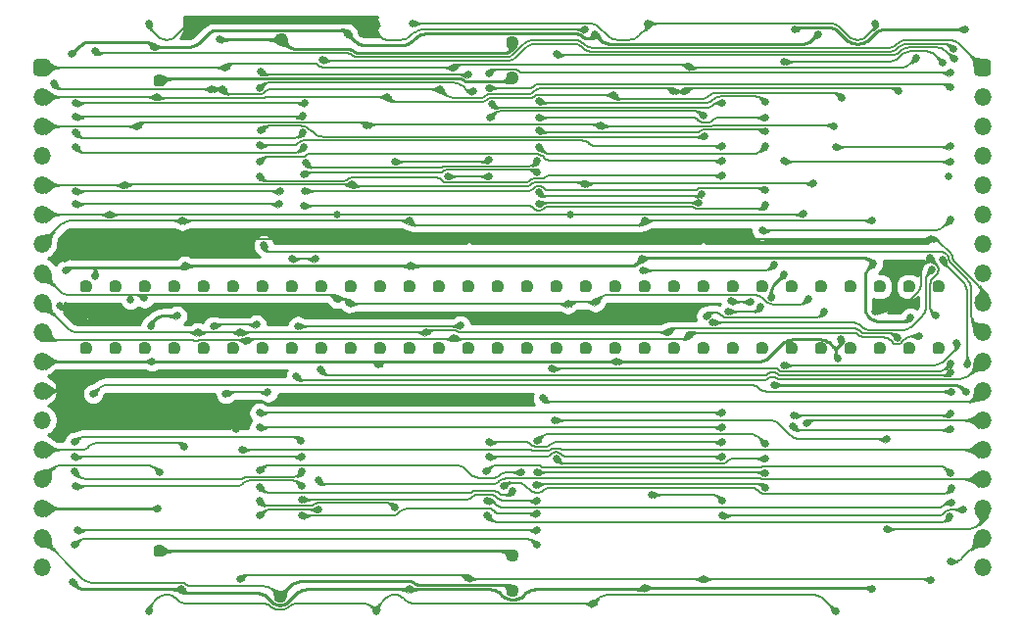
<source format=gbr>
%TF.GenerationSoftware,KiCad,Pcbnew,(5.1.9-0-10_14)*%
%TF.CreationDate,2021-04-15T22:22:17+08:00*%
%TF.ProjectId,MTMatrixRoundedAgain,4d544d61-7472-4697-9852-6f756e646564,rev?*%
%TF.SameCoordinates,Original*%
%TF.FileFunction,Copper,L1,Top*%
%TF.FilePolarity,Positive*%
%FSLAX46Y46*%
G04 Gerber Fmt 4.6, Leading zero omitted, Abs format (unit mm)*
G04 Created by KiCad (PCBNEW (5.1.9-0-10_14)) date 2021-04-15 22:22:17*
%MOMM*%
%LPD*%
G01*
G04 APERTURE LIST*
%TA.AperFunction,ComponentPad*%
%ADD10O,1.500000X1.500000*%
%TD*%
%TA.AperFunction,ViaPad*%
%ADD11C,0.650000*%
%TD*%
%TA.AperFunction,Conductor*%
%ADD12C,0.228600*%
%TD*%
%TA.AperFunction,Conductor*%
%ADD13C,0.200000*%
%TD*%
%TA.AperFunction,Conductor*%
%ADD14C,0.203200*%
%TD*%
%TA.AperFunction,Conductor*%
%ADD15C,0.025400*%
%TD*%
%TA.AperFunction,Conductor*%
%ADD16C,0.100000*%
%TD*%
%TA.AperFunction,Conductor*%
%ADD17C,0.254000*%
%TD*%
G04 APERTURE END LIST*
D10*
%TO.P,J2,18*%
%TO.N,Top_LEDs*%
X149778059Y-93513959D03*
%TO.P,J2,17*%
%TO.N,Unconnected_E*%
X149778059Y-90973959D03*
%TO.P,J2,16*%
%TO.N,48*%
X149778059Y-88433959D03*
%TO.P,J2,15*%
%TO.N,40*%
X149778059Y-85893959D03*
%TO.P,J2,14*%
%TO.N,Unconnected_H*%
X149778059Y-83353959D03*
%TO.P,J2,13*%
%TO.N,Unconnected_D*%
X149778059Y-80813959D03*
%TO.P,J2,12*%
%TO.N,16*%
X149778059Y-78273959D03*
%TO.P,J2,11*%
%TO.N,8*%
X149778059Y-75733959D03*
%TO.P,J2,10*%
%TO.N,Unconnected_A*%
X149778059Y-73193959D03*
%TO.P,J2,9*%
%TO.N,GND*%
X149778059Y-70653959D03*
%TO.P,J2,8*%
%TO.N,CS_H*%
X149778059Y-68113959D03*
%TO.P,J2,7*%
%TO.N,CS_G*%
X149778059Y-65573959D03*
%TO.P,J2,6*%
%TO.N,CS_F*%
X149778059Y-63033959D03*
%TO.P,J2,5*%
%TO.N,CS_E*%
X149778059Y-60493959D03*
%TO.P,J2,4*%
%TO.N,CS_D*%
X149778059Y-57953959D03*
%TO.P,J2,3*%
%TO.N,CS_C*%
X149778059Y-55413959D03*
%TO.P,J2,2*%
%TO.N,CS_B*%
X149778059Y-52873959D03*
%TO.P,J2,1*%
%TO.N,CS_A*%
%TA.AperFunction,ComponentPad*%
G36*
G01*
X149028059Y-50708959D02*
X149028059Y-49958959D01*
G75*
G02*
X149403059Y-49583959I375000J0D01*
G01*
X150153059Y-49583959D01*
G75*
G02*
X150528059Y-49958959I0J-375000D01*
G01*
X150528059Y-50708959D01*
G75*
G02*
X150153059Y-51083959I-375000J0D01*
G01*
X149403059Y-51083959D01*
G75*
G02*
X149028059Y-50708959I0J375000D01*
G01*
G37*
%TD.AperFunction*%
%TD*%
%TO.P,J1,1*%
%TO.N,AX0*%
%TA.AperFunction,ComponentPad*%
G36*
G01*
X67748059Y-50708959D02*
X67748059Y-49958959D01*
G75*
G02*
X68123059Y-49583959I375000J0D01*
G01*
X68873059Y-49583959D01*
G75*
G02*
X69248059Y-49958959I0J-375000D01*
G01*
X69248059Y-50708959D01*
G75*
G02*
X68873059Y-51083959I-375000J0D01*
G01*
X68123059Y-51083959D01*
G75*
G02*
X67748059Y-50708959I0J375000D01*
G01*
G37*
%TD.AperFunction*%
%TO.P,J1,2*%
%TO.N,AX1*%
X68498059Y-52873959D03*
%TO.P,J1,3*%
%TO.N,AX2*%
X68498059Y-55413959D03*
%TO.P,J1,4*%
%TO.N,AX3*%
X68498059Y-57953959D03*
%TO.P,J1,5*%
%TO.N,AY0*%
X68498059Y-60493959D03*
%TO.P,J1,6*%
%TO.N,AY1*%
X68498059Y-63033959D03*
%TO.P,J1,7*%
%TO.N,AY2*%
X68498059Y-65573959D03*
%TO.P,J1,8*%
%TO.N,DATA*%
X68498059Y-68113959D03*
%TO.P,J1,9*%
%TO.N,RESET*%
X68498059Y-70653959D03*
%TO.P,J1,10*%
%TO.N,STROBE*%
X68498059Y-73193959D03*
%TO.P,J1,11*%
%TO.N,+9V*%
X68498059Y-75733959D03*
%TO.P,J1,12*%
%TO.N,GND*%
X68498059Y-78273959D03*
%TO.P,J1,13*%
%TO.N,-9V*%
X68498059Y-80813959D03*
%TO.P,J1,14*%
%TO.N,Neg_Top*%
X68498059Y-83353959D03*
%TO.P,J1,15*%
%TO.N,Pos_Top*%
X68498059Y-85893959D03*
%TO.P,J1,16*%
%TO.N,Neg_Bottom*%
X68498059Y-88433959D03*
%TO.P,J1,17*%
%TO.N,Pos_Bottom*%
X68498059Y-90973959D03*
%TO.P,J1,18*%
%TO.N,Bottom_LEDs*%
X68498059Y-93513959D03*
%TD*%
%TO.P,J3,30*%
%TO.N,30*%
%TA.AperFunction,ComponentPad*%
G36*
G01*
X145468059Y-69456959D02*
X145468059Y-69056959D01*
G75*
G02*
X145768059Y-68756959I300000J0D01*
G01*
X146168059Y-68756959D01*
G75*
G02*
X146468059Y-69056959I0J-300000D01*
G01*
X146468059Y-69456959D01*
G75*
G02*
X146168059Y-69756959I-300000J0D01*
G01*
X145768059Y-69756959D01*
G75*
G02*
X145468059Y-69456959I0J300000D01*
G01*
G37*
%TD.AperFunction*%
%TO.P,J3,29*%
%TO.N,29*%
%TA.AperFunction,ComponentPad*%
G36*
G01*
X142928059Y-69456959D02*
X142928059Y-69056959D01*
G75*
G02*
X143228059Y-68756959I300000J0D01*
G01*
X143628059Y-68756959D01*
G75*
G02*
X143928059Y-69056959I0J-300000D01*
G01*
X143928059Y-69456959D01*
G75*
G02*
X143628059Y-69756959I-300000J0D01*
G01*
X143228059Y-69756959D01*
G75*
G02*
X142928059Y-69456959I0J300000D01*
G01*
G37*
%TD.AperFunction*%
%TO.P,J3,28*%
%TO.N,28*%
%TA.AperFunction,ComponentPad*%
G36*
G01*
X140388059Y-69456959D02*
X140388059Y-69056959D01*
G75*
G02*
X140688059Y-68756959I300000J0D01*
G01*
X141088059Y-68756959D01*
G75*
G02*
X141388059Y-69056959I0J-300000D01*
G01*
X141388059Y-69456959D01*
G75*
G02*
X141088059Y-69756959I-300000J0D01*
G01*
X140688059Y-69756959D01*
G75*
G02*
X140388059Y-69456959I0J300000D01*
G01*
G37*
%TD.AperFunction*%
%TO.P,J3,27*%
%TO.N,27*%
%TA.AperFunction,ComponentPad*%
G36*
G01*
X137848059Y-69456959D02*
X137848059Y-69056959D01*
G75*
G02*
X138148059Y-68756959I300000J0D01*
G01*
X138548059Y-68756959D01*
G75*
G02*
X138848059Y-69056959I0J-300000D01*
G01*
X138848059Y-69456959D01*
G75*
G02*
X138548059Y-69756959I-300000J0D01*
G01*
X138148059Y-69756959D01*
G75*
G02*
X137848059Y-69456959I0J300000D01*
G01*
G37*
%TD.AperFunction*%
%TO.P,J3,26*%
%TO.N,26*%
%TA.AperFunction,ComponentPad*%
G36*
G01*
X135308059Y-69456959D02*
X135308059Y-69056959D01*
G75*
G02*
X135608059Y-68756959I300000J0D01*
G01*
X136008059Y-68756959D01*
G75*
G02*
X136308059Y-69056959I0J-300000D01*
G01*
X136308059Y-69456959D01*
G75*
G02*
X136008059Y-69756959I-300000J0D01*
G01*
X135608059Y-69756959D01*
G75*
G02*
X135308059Y-69456959I0J300000D01*
G01*
G37*
%TD.AperFunction*%
%TO.P,J3,25*%
%TO.N,25*%
%TA.AperFunction,ComponentPad*%
G36*
G01*
X132768059Y-69456959D02*
X132768059Y-69056959D01*
G75*
G02*
X133068059Y-68756959I300000J0D01*
G01*
X133468059Y-68756959D01*
G75*
G02*
X133768059Y-69056959I0J-300000D01*
G01*
X133768059Y-69456959D01*
G75*
G02*
X133468059Y-69756959I-300000J0D01*
G01*
X133068059Y-69756959D01*
G75*
G02*
X132768059Y-69456959I0J300000D01*
G01*
G37*
%TD.AperFunction*%
%TO.P,J3,24*%
%TO.N,24*%
%TA.AperFunction,ComponentPad*%
G36*
G01*
X130228059Y-69456959D02*
X130228059Y-69056959D01*
G75*
G02*
X130528059Y-68756959I300000J0D01*
G01*
X130928059Y-68756959D01*
G75*
G02*
X131228059Y-69056959I0J-300000D01*
G01*
X131228059Y-69456959D01*
G75*
G02*
X130928059Y-69756959I-300000J0D01*
G01*
X130528059Y-69756959D01*
G75*
G02*
X130228059Y-69456959I0J300000D01*
G01*
G37*
%TD.AperFunction*%
%TO.P,J3,23*%
%TO.N,23*%
%TA.AperFunction,ComponentPad*%
G36*
G01*
X127688059Y-69456959D02*
X127688059Y-69056959D01*
G75*
G02*
X127988059Y-68756959I300000J0D01*
G01*
X128388059Y-68756959D01*
G75*
G02*
X128688059Y-69056959I0J-300000D01*
G01*
X128688059Y-69456959D01*
G75*
G02*
X128388059Y-69756959I-300000J0D01*
G01*
X127988059Y-69756959D01*
G75*
G02*
X127688059Y-69456959I0J300000D01*
G01*
G37*
%TD.AperFunction*%
%TO.P,J3,22*%
%TO.N,22*%
%TA.AperFunction,ComponentPad*%
G36*
G01*
X125148059Y-69456959D02*
X125148059Y-69056959D01*
G75*
G02*
X125448059Y-68756959I300000J0D01*
G01*
X125848059Y-68756959D01*
G75*
G02*
X126148059Y-69056959I0J-300000D01*
G01*
X126148059Y-69456959D01*
G75*
G02*
X125848059Y-69756959I-300000J0D01*
G01*
X125448059Y-69756959D01*
G75*
G02*
X125148059Y-69456959I0J300000D01*
G01*
G37*
%TD.AperFunction*%
%TO.P,J3,21*%
%TO.N,21*%
%TA.AperFunction,ComponentPad*%
G36*
G01*
X122608059Y-69456959D02*
X122608059Y-69056959D01*
G75*
G02*
X122908059Y-68756959I300000J0D01*
G01*
X123308059Y-68756959D01*
G75*
G02*
X123608059Y-69056959I0J-300000D01*
G01*
X123608059Y-69456959D01*
G75*
G02*
X123308059Y-69756959I-300000J0D01*
G01*
X122908059Y-69756959D01*
G75*
G02*
X122608059Y-69456959I0J300000D01*
G01*
G37*
%TD.AperFunction*%
%TO.P,J3,20*%
%TO.N,20*%
%TA.AperFunction,ComponentPad*%
G36*
G01*
X120068059Y-69456959D02*
X120068059Y-69056959D01*
G75*
G02*
X120368059Y-68756959I300000J0D01*
G01*
X120768059Y-68756959D01*
G75*
G02*
X121068059Y-69056959I0J-300000D01*
G01*
X121068059Y-69456959D01*
G75*
G02*
X120768059Y-69756959I-300000J0D01*
G01*
X120368059Y-69756959D01*
G75*
G02*
X120068059Y-69456959I0J300000D01*
G01*
G37*
%TD.AperFunction*%
%TO.P,J3,19*%
%TO.N,19*%
%TA.AperFunction,ComponentPad*%
G36*
G01*
X117528059Y-69456959D02*
X117528059Y-69056959D01*
G75*
G02*
X117828059Y-68756959I300000J0D01*
G01*
X118228059Y-68756959D01*
G75*
G02*
X118528059Y-69056959I0J-300000D01*
G01*
X118528059Y-69456959D01*
G75*
G02*
X118228059Y-69756959I-300000J0D01*
G01*
X117828059Y-69756959D01*
G75*
G02*
X117528059Y-69456959I0J300000D01*
G01*
G37*
%TD.AperFunction*%
%TO.P,J3,18*%
%TO.N,18*%
%TA.AperFunction,ComponentPad*%
G36*
G01*
X114988059Y-69456959D02*
X114988059Y-69056959D01*
G75*
G02*
X115288059Y-68756959I300000J0D01*
G01*
X115688059Y-68756959D01*
G75*
G02*
X115988059Y-69056959I0J-300000D01*
G01*
X115988059Y-69456959D01*
G75*
G02*
X115688059Y-69756959I-300000J0D01*
G01*
X115288059Y-69756959D01*
G75*
G02*
X114988059Y-69456959I0J300000D01*
G01*
G37*
%TD.AperFunction*%
%TO.P,J3,17*%
%TO.N,17*%
%TA.AperFunction,ComponentPad*%
G36*
G01*
X112448059Y-69456959D02*
X112448059Y-69056959D01*
G75*
G02*
X112748059Y-68756959I300000J0D01*
G01*
X113148059Y-68756959D01*
G75*
G02*
X113448059Y-69056959I0J-300000D01*
G01*
X113448059Y-69456959D01*
G75*
G02*
X113148059Y-69756959I-300000J0D01*
G01*
X112748059Y-69756959D01*
G75*
G02*
X112448059Y-69456959I0J300000D01*
G01*
G37*
%TD.AperFunction*%
%TO.P,J3,16*%
%TO.N,16*%
%TA.AperFunction,ComponentPad*%
G36*
G01*
X109908059Y-69456959D02*
X109908059Y-69056959D01*
G75*
G02*
X110208059Y-68756959I300000J0D01*
G01*
X110608059Y-68756959D01*
G75*
G02*
X110908059Y-69056959I0J-300000D01*
G01*
X110908059Y-69456959D01*
G75*
G02*
X110608059Y-69756959I-300000J0D01*
G01*
X110208059Y-69756959D01*
G75*
G02*
X109908059Y-69456959I0J300000D01*
G01*
G37*
%TD.AperFunction*%
%TO.P,J3,15*%
%TO.N,15*%
%TA.AperFunction,ComponentPad*%
G36*
G01*
X107368059Y-69456959D02*
X107368059Y-69056959D01*
G75*
G02*
X107668059Y-68756959I300000J0D01*
G01*
X108068059Y-68756959D01*
G75*
G02*
X108368059Y-69056959I0J-300000D01*
G01*
X108368059Y-69456959D01*
G75*
G02*
X108068059Y-69756959I-300000J0D01*
G01*
X107668059Y-69756959D01*
G75*
G02*
X107368059Y-69456959I0J300000D01*
G01*
G37*
%TD.AperFunction*%
%TO.P,J3,14*%
%TO.N,14*%
%TA.AperFunction,ComponentPad*%
G36*
G01*
X104828059Y-69456959D02*
X104828059Y-69056959D01*
G75*
G02*
X105128059Y-68756959I300000J0D01*
G01*
X105528059Y-68756959D01*
G75*
G02*
X105828059Y-69056959I0J-300000D01*
G01*
X105828059Y-69456959D01*
G75*
G02*
X105528059Y-69756959I-300000J0D01*
G01*
X105128059Y-69756959D01*
G75*
G02*
X104828059Y-69456959I0J300000D01*
G01*
G37*
%TD.AperFunction*%
%TO.P,J3,13*%
%TO.N,13*%
%TA.AperFunction,ComponentPad*%
G36*
G01*
X102288059Y-69456959D02*
X102288059Y-69056959D01*
G75*
G02*
X102588059Y-68756959I300000J0D01*
G01*
X102988059Y-68756959D01*
G75*
G02*
X103288059Y-69056959I0J-300000D01*
G01*
X103288059Y-69456959D01*
G75*
G02*
X102988059Y-69756959I-300000J0D01*
G01*
X102588059Y-69756959D01*
G75*
G02*
X102288059Y-69456959I0J300000D01*
G01*
G37*
%TD.AperFunction*%
%TO.P,J3,12*%
%TO.N,12*%
%TA.AperFunction,ComponentPad*%
G36*
G01*
X99748059Y-69456959D02*
X99748059Y-69056959D01*
G75*
G02*
X100048059Y-68756959I300000J0D01*
G01*
X100448059Y-68756959D01*
G75*
G02*
X100748059Y-69056959I0J-300000D01*
G01*
X100748059Y-69456959D01*
G75*
G02*
X100448059Y-69756959I-300000J0D01*
G01*
X100048059Y-69756959D01*
G75*
G02*
X99748059Y-69456959I0J300000D01*
G01*
G37*
%TD.AperFunction*%
%TO.P,J3,11*%
%TO.N,11*%
%TA.AperFunction,ComponentPad*%
G36*
G01*
X97208059Y-69456959D02*
X97208059Y-69056959D01*
G75*
G02*
X97508059Y-68756959I300000J0D01*
G01*
X97908059Y-68756959D01*
G75*
G02*
X98208059Y-69056959I0J-300000D01*
G01*
X98208059Y-69456959D01*
G75*
G02*
X97908059Y-69756959I-300000J0D01*
G01*
X97508059Y-69756959D01*
G75*
G02*
X97208059Y-69456959I0J300000D01*
G01*
G37*
%TD.AperFunction*%
%TO.P,J3,10*%
%TO.N,10*%
%TA.AperFunction,ComponentPad*%
G36*
G01*
X94668059Y-69456959D02*
X94668059Y-69056959D01*
G75*
G02*
X94968059Y-68756959I300000J0D01*
G01*
X95368059Y-68756959D01*
G75*
G02*
X95668059Y-69056959I0J-300000D01*
G01*
X95668059Y-69456959D01*
G75*
G02*
X95368059Y-69756959I-300000J0D01*
G01*
X94968059Y-69756959D01*
G75*
G02*
X94668059Y-69456959I0J300000D01*
G01*
G37*
%TD.AperFunction*%
%TO.P,J3,9*%
%TO.N,9*%
%TA.AperFunction,ComponentPad*%
G36*
G01*
X92128059Y-69456959D02*
X92128059Y-69056959D01*
G75*
G02*
X92428059Y-68756959I300000J0D01*
G01*
X92828059Y-68756959D01*
G75*
G02*
X93128059Y-69056959I0J-300000D01*
G01*
X93128059Y-69456959D01*
G75*
G02*
X92828059Y-69756959I-300000J0D01*
G01*
X92428059Y-69756959D01*
G75*
G02*
X92128059Y-69456959I0J300000D01*
G01*
G37*
%TD.AperFunction*%
%TO.P,J3,8*%
%TO.N,8*%
%TA.AperFunction,ComponentPad*%
G36*
G01*
X89588059Y-69456959D02*
X89588059Y-69056959D01*
G75*
G02*
X89888059Y-68756959I300000J0D01*
G01*
X90288059Y-68756959D01*
G75*
G02*
X90588059Y-69056959I0J-300000D01*
G01*
X90588059Y-69456959D01*
G75*
G02*
X90288059Y-69756959I-300000J0D01*
G01*
X89888059Y-69756959D01*
G75*
G02*
X89588059Y-69456959I0J300000D01*
G01*
G37*
%TD.AperFunction*%
%TO.P,J3,7*%
%TO.N,7*%
%TA.AperFunction,ComponentPad*%
G36*
G01*
X87048059Y-69456959D02*
X87048059Y-69056959D01*
G75*
G02*
X87348059Y-68756959I300000J0D01*
G01*
X87748059Y-68756959D01*
G75*
G02*
X88048059Y-69056959I0J-300000D01*
G01*
X88048059Y-69456959D01*
G75*
G02*
X87748059Y-69756959I-300000J0D01*
G01*
X87348059Y-69756959D01*
G75*
G02*
X87048059Y-69456959I0J300000D01*
G01*
G37*
%TD.AperFunction*%
%TO.P,J3,6*%
%TO.N,6*%
%TA.AperFunction,ComponentPad*%
G36*
G01*
X84508059Y-69456959D02*
X84508059Y-69056959D01*
G75*
G02*
X84808059Y-68756959I300000J0D01*
G01*
X85208059Y-68756959D01*
G75*
G02*
X85508059Y-69056959I0J-300000D01*
G01*
X85508059Y-69456959D01*
G75*
G02*
X85208059Y-69756959I-300000J0D01*
G01*
X84808059Y-69756959D01*
G75*
G02*
X84508059Y-69456959I0J300000D01*
G01*
G37*
%TD.AperFunction*%
%TO.P,J3,5*%
%TO.N,5*%
%TA.AperFunction,ComponentPad*%
G36*
G01*
X81968059Y-69456959D02*
X81968059Y-69056959D01*
G75*
G02*
X82268059Y-68756959I300000J0D01*
G01*
X82668059Y-68756959D01*
G75*
G02*
X82968059Y-69056959I0J-300000D01*
G01*
X82968059Y-69456959D01*
G75*
G02*
X82668059Y-69756959I-300000J0D01*
G01*
X82268059Y-69756959D01*
G75*
G02*
X81968059Y-69456959I0J300000D01*
G01*
G37*
%TD.AperFunction*%
%TO.P,J3,4*%
%TO.N,4*%
%TA.AperFunction,ComponentPad*%
G36*
G01*
X79428059Y-69456959D02*
X79428059Y-69056959D01*
G75*
G02*
X79728059Y-68756959I300000J0D01*
G01*
X80128059Y-68756959D01*
G75*
G02*
X80428059Y-69056959I0J-300000D01*
G01*
X80428059Y-69456959D01*
G75*
G02*
X80128059Y-69756959I-300000J0D01*
G01*
X79728059Y-69756959D01*
G75*
G02*
X79428059Y-69456959I0J300000D01*
G01*
G37*
%TD.AperFunction*%
%TO.P,J3,3*%
%TO.N,3*%
%TA.AperFunction,ComponentPad*%
G36*
G01*
X76888059Y-69456959D02*
X76888059Y-69056959D01*
G75*
G02*
X77188059Y-68756959I300000J0D01*
G01*
X77588059Y-68756959D01*
G75*
G02*
X77888059Y-69056959I0J-300000D01*
G01*
X77888059Y-69456959D01*
G75*
G02*
X77588059Y-69756959I-300000J0D01*
G01*
X77188059Y-69756959D01*
G75*
G02*
X76888059Y-69456959I0J300000D01*
G01*
G37*
%TD.AperFunction*%
%TO.P,J3,2*%
%TO.N,2*%
%TA.AperFunction,ComponentPad*%
G36*
G01*
X74348059Y-69456959D02*
X74348059Y-69056959D01*
G75*
G02*
X74648059Y-68756959I300000J0D01*
G01*
X75048059Y-68756959D01*
G75*
G02*
X75348059Y-69056959I0J-300000D01*
G01*
X75348059Y-69456959D01*
G75*
G02*
X75048059Y-69756959I-300000J0D01*
G01*
X74648059Y-69756959D01*
G75*
G02*
X74348059Y-69456959I0J300000D01*
G01*
G37*
%TD.AperFunction*%
%TO.P,J3,1*%
%TO.N,1*%
%TA.AperFunction,ComponentPad*%
G36*
G01*
X71808059Y-69456959D02*
X71808059Y-69056959D01*
G75*
G02*
X72108059Y-68756959I300000J0D01*
G01*
X72508059Y-68756959D01*
G75*
G02*
X72808059Y-69056959I0J-300000D01*
G01*
X72808059Y-69456959D01*
G75*
G02*
X72508059Y-69756959I-300000J0D01*
G01*
X72108059Y-69756959D01*
G75*
G02*
X71808059Y-69456959I0J300000D01*
G01*
G37*
%TD.AperFunction*%
%TO.P,J3,32*%
%TO.N,Neg_Bottom*%
%TA.AperFunction,ComponentPad*%
G36*
G01*
X108638059Y-92697959D02*
X108638059Y-92297959D01*
G75*
G02*
X108938059Y-91997959I300000J0D01*
G01*
X109338059Y-91997959D01*
G75*
G02*
X109638059Y-92297959I0J-300000D01*
G01*
X109638059Y-92697959D01*
G75*
G02*
X109338059Y-92997959I-300000J0D01*
G01*
X108938059Y-92997959D01*
G75*
G02*
X108638059Y-92697959I0J300000D01*
G01*
G37*
%TD.AperFunction*%
%TO.P,J3,33*%
%TO.N,33*%
%TA.AperFunction,ComponentPad*%
G36*
G01*
X71808059Y-74790959D02*
X71808059Y-74390959D01*
G75*
G02*
X72108059Y-74090959I300000J0D01*
G01*
X72508059Y-74090959D01*
G75*
G02*
X72808059Y-74390959I0J-300000D01*
G01*
X72808059Y-74790959D01*
G75*
G02*
X72508059Y-75090959I-300000J0D01*
G01*
X72108059Y-75090959D01*
G75*
G02*
X71808059Y-74790959I0J300000D01*
G01*
G37*
%TD.AperFunction*%
%TO.P,J3,34*%
%TO.N,34*%
%TA.AperFunction,ComponentPad*%
G36*
G01*
X74348059Y-74790959D02*
X74348059Y-74390959D01*
G75*
G02*
X74648059Y-74090959I300000J0D01*
G01*
X75048059Y-74090959D01*
G75*
G02*
X75348059Y-74390959I0J-300000D01*
G01*
X75348059Y-74790959D01*
G75*
G02*
X75048059Y-75090959I-300000J0D01*
G01*
X74648059Y-75090959D01*
G75*
G02*
X74348059Y-74790959I0J300000D01*
G01*
G37*
%TD.AperFunction*%
%TO.P,J3,35*%
%TO.N,35*%
%TA.AperFunction,ComponentPad*%
G36*
G01*
X76888059Y-74790959D02*
X76888059Y-74390959D01*
G75*
G02*
X77188059Y-74090959I300000J0D01*
G01*
X77588059Y-74090959D01*
G75*
G02*
X77888059Y-74390959I0J-300000D01*
G01*
X77888059Y-74790959D01*
G75*
G02*
X77588059Y-75090959I-300000J0D01*
G01*
X77188059Y-75090959D01*
G75*
G02*
X76888059Y-74790959I0J300000D01*
G01*
G37*
%TD.AperFunction*%
%TO.P,J3,36*%
%TO.N,36*%
%TA.AperFunction,ComponentPad*%
G36*
G01*
X79428059Y-74790959D02*
X79428059Y-74390959D01*
G75*
G02*
X79728059Y-74090959I300000J0D01*
G01*
X80128059Y-74090959D01*
G75*
G02*
X80428059Y-74390959I0J-300000D01*
G01*
X80428059Y-74790959D01*
G75*
G02*
X80128059Y-75090959I-300000J0D01*
G01*
X79728059Y-75090959D01*
G75*
G02*
X79428059Y-74790959I0J300000D01*
G01*
G37*
%TD.AperFunction*%
%TO.P,J3,37*%
%TO.N,37*%
%TA.AperFunction,ComponentPad*%
G36*
G01*
X81968059Y-74790959D02*
X81968059Y-74390959D01*
G75*
G02*
X82268059Y-74090959I300000J0D01*
G01*
X82668059Y-74090959D01*
G75*
G02*
X82968059Y-74390959I0J-300000D01*
G01*
X82968059Y-74790959D01*
G75*
G02*
X82668059Y-75090959I-300000J0D01*
G01*
X82268059Y-75090959D01*
G75*
G02*
X81968059Y-74790959I0J300000D01*
G01*
G37*
%TD.AperFunction*%
%TO.P,J3,38*%
%TO.N,38*%
%TA.AperFunction,ComponentPad*%
G36*
G01*
X84508059Y-74790959D02*
X84508059Y-74390959D01*
G75*
G02*
X84808059Y-74090959I300000J0D01*
G01*
X85208059Y-74090959D01*
G75*
G02*
X85508059Y-74390959I0J-300000D01*
G01*
X85508059Y-74790959D01*
G75*
G02*
X85208059Y-75090959I-300000J0D01*
G01*
X84808059Y-75090959D01*
G75*
G02*
X84508059Y-74790959I0J300000D01*
G01*
G37*
%TD.AperFunction*%
%TO.P,J3,39*%
%TO.N,39*%
%TA.AperFunction,ComponentPad*%
G36*
G01*
X87048059Y-74790959D02*
X87048059Y-74390959D01*
G75*
G02*
X87348059Y-74090959I300000J0D01*
G01*
X87748059Y-74090959D01*
G75*
G02*
X88048059Y-74390959I0J-300000D01*
G01*
X88048059Y-74790959D01*
G75*
G02*
X87748059Y-75090959I-300000J0D01*
G01*
X87348059Y-75090959D01*
G75*
G02*
X87048059Y-74790959I0J300000D01*
G01*
G37*
%TD.AperFunction*%
%TO.P,J3,40*%
%TO.N,40*%
%TA.AperFunction,ComponentPad*%
G36*
G01*
X89588059Y-74790959D02*
X89588059Y-74390959D01*
G75*
G02*
X89888059Y-74090959I300000J0D01*
G01*
X90288059Y-74090959D01*
G75*
G02*
X90588059Y-74390959I0J-300000D01*
G01*
X90588059Y-74790959D01*
G75*
G02*
X90288059Y-75090959I-300000J0D01*
G01*
X89888059Y-75090959D01*
G75*
G02*
X89588059Y-74790959I0J300000D01*
G01*
G37*
%TD.AperFunction*%
%TO.P,J3,41*%
%TO.N,41*%
%TA.AperFunction,ComponentPad*%
G36*
G01*
X92128059Y-74790959D02*
X92128059Y-74390959D01*
G75*
G02*
X92428059Y-74090959I300000J0D01*
G01*
X92828059Y-74090959D01*
G75*
G02*
X93128059Y-74390959I0J-300000D01*
G01*
X93128059Y-74790959D01*
G75*
G02*
X92828059Y-75090959I-300000J0D01*
G01*
X92428059Y-75090959D01*
G75*
G02*
X92128059Y-74790959I0J300000D01*
G01*
G37*
%TD.AperFunction*%
%TO.P,J3,42*%
%TO.N,42*%
%TA.AperFunction,ComponentPad*%
G36*
G01*
X94668059Y-74790959D02*
X94668059Y-74390959D01*
G75*
G02*
X94968059Y-74090959I300000J0D01*
G01*
X95368059Y-74090959D01*
G75*
G02*
X95668059Y-74390959I0J-300000D01*
G01*
X95668059Y-74790959D01*
G75*
G02*
X95368059Y-75090959I-300000J0D01*
G01*
X94968059Y-75090959D01*
G75*
G02*
X94668059Y-74790959I0J300000D01*
G01*
G37*
%TD.AperFunction*%
%TO.P,J3,43*%
%TO.N,43*%
%TA.AperFunction,ComponentPad*%
G36*
G01*
X97208059Y-74790959D02*
X97208059Y-74390959D01*
G75*
G02*
X97508059Y-74090959I300000J0D01*
G01*
X97908059Y-74090959D01*
G75*
G02*
X98208059Y-74390959I0J-300000D01*
G01*
X98208059Y-74790959D01*
G75*
G02*
X97908059Y-75090959I-300000J0D01*
G01*
X97508059Y-75090959D01*
G75*
G02*
X97208059Y-74790959I0J300000D01*
G01*
G37*
%TD.AperFunction*%
%TO.P,J3,44*%
%TO.N,44*%
%TA.AperFunction,ComponentPad*%
G36*
G01*
X99748059Y-74790959D02*
X99748059Y-74390959D01*
G75*
G02*
X100048059Y-74090959I300000J0D01*
G01*
X100448059Y-74090959D01*
G75*
G02*
X100748059Y-74390959I0J-300000D01*
G01*
X100748059Y-74790959D01*
G75*
G02*
X100448059Y-75090959I-300000J0D01*
G01*
X100048059Y-75090959D01*
G75*
G02*
X99748059Y-74790959I0J300000D01*
G01*
G37*
%TD.AperFunction*%
%TO.P,J3,45*%
%TO.N,45*%
%TA.AperFunction,ComponentPad*%
G36*
G01*
X102288059Y-74790959D02*
X102288059Y-74390959D01*
G75*
G02*
X102588059Y-74090959I300000J0D01*
G01*
X102988059Y-74090959D01*
G75*
G02*
X103288059Y-74390959I0J-300000D01*
G01*
X103288059Y-74790959D01*
G75*
G02*
X102988059Y-75090959I-300000J0D01*
G01*
X102588059Y-75090959D01*
G75*
G02*
X102288059Y-74790959I0J300000D01*
G01*
G37*
%TD.AperFunction*%
%TO.P,J3,46*%
%TO.N,46*%
%TA.AperFunction,ComponentPad*%
G36*
G01*
X104828059Y-74790959D02*
X104828059Y-74390959D01*
G75*
G02*
X105128059Y-74090959I300000J0D01*
G01*
X105528059Y-74090959D01*
G75*
G02*
X105828059Y-74390959I0J-300000D01*
G01*
X105828059Y-74790959D01*
G75*
G02*
X105528059Y-75090959I-300000J0D01*
G01*
X105128059Y-75090959D01*
G75*
G02*
X104828059Y-74790959I0J300000D01*
G01*
G37*
%TD.AperFunction*%
%TO.P,J3,47*%
%TO.N,47*%
%TA.AperFunction,ComponentPad*%
G36*
G01*
X107368059Y-74790959D02*
X107368059Y-74390959D01*
G75*
G02*
X107668059Y-74090959I300000J0D01*
G01*
X108068059Y-74090959D01*
G75*
G02*
X108368059Y-74390959I0J-300000D01*
G01*
X108368059Y-74790959D01*
G75*
G02*
X108068059Y-75090959I-300000J0D01*
G01*
X107668059Y-75090959D01*
G75*
G02*
X107368059Y-74790959I0J300000D01*
G01*
G37*
%TD.AperFunction*%
%TO.P,J3,48*%
%TO.N,48*%
%TA.AperFunction,ComponentPad*%
G36*
G01*
X109908059Y-74790959D02*
X109908059Y-74390959D01*
G75*
G02*
X110208059Y-74090959I300000J0D01*
G01*
X110608059Y-74090959D01*
G75*
G02*
X110908059Y-74390959I0J-300000D01*
G01*
X110908059Y-74790959D01*
G75*
G02*
X110608059Y-75090959I-300000J0D01*
G01*
X110208059Y-75090959D01*
G75*
G02*
X109908059Y-74790959I0J300000D01*
G01*
G37*
%TD.AperFunction*%
%TO.P,J3,49*%
%TO.N,49*%
%TA.AperFunction,ComponentPad*%
G36*
G01*
X112448059Y-74790959D02*
X112448059Y-74390959D01*
G75*
G02*
X112748059Y-74090959I300000J0D01*
G01*
X113148059Y-74090959D01*
G75*
G02*
X113448059Y-74390959I0J-300000D01*
G01*
X113448059Y-74790959D01*
G75*
G02*
X113148059Y-75090959I-300000J0D01*
G01*
X112748059Y-75090959D01*
G75*
G02*
X112448059Y-74790959I0J300000D01*
G01*
G37*
%TD.AperFunction*%
%TO.P,J3,50*%
%TO.N,50*%
%TA.AperFunction,ComponentPad*%
G36*
G01*
X114988059Y-74790959D02*
X114988059Y-74390959D01*
G75*
G02*
X115288059Y-74090959I300000J0D01*
G01*
X115688059Y-74090959D01*
G75*
G02*
X115988059Y-74390959I0J-300000D01*
G01*
X115988059Y-74790959D01*
G75*
G02*
X115688059Y-75090959I-300000J0D01*
G01*
X115288059Y-75090959D01*
G75*
G02*
X114988059Y-74790959I0J300000D01*
G01*
G37*
%TD.AperFunction*%
%TO.P,J3,51*%
%TO.N,51*%
%TA.AperFunction,ComponentPad*%
G36*
G01*
X117528059Y-74790959D02*
X117528059Y-74390959D01*
G75*
G02*
X117828059Y-74090959I300000J0D01*
G01*
X118228059Y-74090959D01*
G75*
G02*
X118528059Y-74390959I0J-300000D01*
G01*
X118528059Y-74790959D01*
G75*
G02*
X118228059Y-75090959I-300000J0D01*
G01*
X117828059Y-75090959D01*
G75*
G02*
X117528059Y-74790959I0J300000D01*
G01*
G37*
%TD.AperFunction*%
%TO.P,J3,52*%
%TO.N,52*%
%TA.AperFunction,ComponentPad*%
G36*
G01*
X120068059Y-74790959D02*
X120068059Y-74390959D01*
G75*
G02*
X120368059Y-74090959I300000J0D01*
G01*
X120768059Y-74090959D01*
G75*
G02*
X121068059Y-74390959I0J-300000D01*
G01*
X121068059Y-74790959D01*
G75*
G02*
X120768059Y-75090959I-300000J0D01*
G01*
X120368059Y-75090959D01*
G75*
G02*
X120068059Y-74790959I0J300000D01*
G01*
G37*
%TD.AperFunction*%
%TO.P,J3,53*%
%TO.N,53*%
%TA.AperFunction,ComponentPad*%
G36*
G01*
X122608059Y-74790959D02*
X122608059Y-74390959D01*
G75*
G02*
X122908059Y-74090959I300000J0D01*
G01*
X123308059Y-74090959D01*
G75*
G02*
X123608059Y-74390959I0J-300000D01*
G01*
X123608059Y-74790959D01*
G75*
G02*
X123308059Y-75090959I-300000J0D01*
G01*
X122908059Y-75090959D01*
G75*
G02*
X122608059Y-74790959I0J300000D01*
G01*
G37*
%TD.AperFunction*%
%TO.P,J3,54*%
%TO.N,54*%
%TA.AperFunction,ComponentPad*%
G36*
G01*
X125148059Y-74790959D02*
X125148059Y-74390959D01*
G75*
G02*
X125448059Y-74090959I300000J0D01*
G01*
X125848059Y-74090959D01*
G75*
G02*
X126148059Y-74390959I0J-300000D01*
G01*
X126148059Y-74790959D01*
G75*
G02*
X125848059Y-75090959I-300000J0D01*
G01*
X125448059Y-75090959D01*
G75*
G02*
X125148059Y-74790959I0J300000D01*
G01*
G37*
%TD.AperFunction*%
%TO.P,J3,55*%
%TO.N,55*%
%TA.AperFunction,ComponentPad*%
G36*
G01*
X127688059Y-74790959D02*
X127688059Y-74390959D01*
G75*
G02*
X127988059Y-74090959I300000J0D01*
G01*
X128388059Y-74090959D01*
G75*
G02*
X128688059Y-74390959I0J-300000D01*
G01*
X128688059Y-74790959D01*
G75*
G02*
X128388059Y-75090959I-300000J0D01*
G01*
X127988059Y-75090959D01*
G75*
G02*
X127688059Y-74790959I0J300000D01*
G01*
G37*
%TD.AperFunction*%
%TO.P,J3,56*%
%TO.N,56*%
%TA.AperFunction,ComponentPad*%
G36*
G01*
X130228059Y-74790959D02*
X130228059Y-74390959D01*
G75*
G02*
X130528059Y-74090959I300000J0D01*
G01*
X130928059Y-74090959D01*
G75*
G02*
X131228059Y-74390959I0J-300000D01*
G01*
X131228059Y-74790959D01*
G75*
G02*
X130928059Y-75090959I-300000J0D01*
G01*
X130528059Y-75090959D01*
G75*
G02*
X130228059Y-74790959I0J300000D01*
G01*
G37*
%TD.AperFunction*%
%TO.P,J3,57*%
%TO.N,57*%
%TA.AperFunction,ComponentPad*%
G36*
G01*
X132768059Y-74790959D02*
X132768059Y-74390959D01*
G75*
G02*
X133068059Y-74090959I300000J0D01*
G01*
X133468059Y-74090959D01*
G75*
G02*
X133768059Y-74390959I0J-300000D01*
G01*
X133768059Y-74790959D01*
G75*
G02*
X133468059Y-75090959I-300000J0D01*
G01*
X133068059Y-75090959D01*
G75*
G02*
X132768059Y-74790959I0J300000D01*
G01*
G37*
%TD.AperFunction*%
%TO.P,J3,58*%
%TO.N,58*%
%TA.AperFunction,ComponentPad*%
G36*
G01*
X135308059Y-74790959D02*
X135308059Y-74390959D01*
G75*
G02*
X135608059Y-74090959I300000J0D01*
G01*
X136008059Y-74090959D01*
G75*
G02*
X136308059Y-74390959I0J-300000D01*
G01*
X136308059Y-74790959D01*
G75*
G02*
X136008059Y-75090959I-300000J0D01*
G01*
X135608059Y-75090959D01*
G75*
G02*
X135308059Y-74790959I0J300000D01*
G01*
G37*
%TD.AperFunction*%
%TO.P,J3,59*%
%TO.N,59*%
%TA.AperFunction,ComponentPad*%
G36*
G01*
X137848059Y-74790959D02*
X137848059Y-74390959D01*
G75*
G02*
X138148059Y-74090959I300000J0D01*
G01*
X138548059Y-74090959D01*
G75*
G02*
X138848059Y-74390959I0J-300000D01*
G01*
X138848059Y-74790959D01*
G75*
G02*
X138548059Y-75090959I-300000J0D01*
G01*
X138148059Y-75090959D01*
G75*
G02*
X137848059Y-74790959I0J300000D01*
G01*
G37*
%TD.AperFunction*%
%TO.P,J3,60*%
%TO.N,60*%
%TA.AperFunction,ComponentPad*%
G36*
G01*
X140388059Y-74790959D02*
X140388059Y-74390959D01*
G75*
G02*
X140688059Y-74090959I300000J0D01*
G01*
X141088059Y-74090959D01*
G75*
G02*
X141388059Y-74390959I0J-300000D01*
G01*
X141388059Y-74790959D01*
G75*
G02*
X141088059Y-75090959I-300000J0D01*
G01*
X140688059Y-75090959D01*
G75*
G02*
X140388059Y-74790959I0J300000D01*
G01*
G37*
%TD.AperFunction*%
%TO.P,J3,61*%
%TO.N,61*%
%TA.AperFunction,ComponentPad*%
G36*
G01*
X142928059Y-74790959D02*
X142928059Y-74390959D01*
G75*
G02*
X143228059Y-74090959I300000J0D01*
G01*
X143628059Y-74090959D01*
G75*
G02*
X143928059Y-74390959I0J-300000D01*
G01*
X143928059Y-74790959D01*
G75*
G02*
X143628059Y-75090959I-300000J0D01*
G01*
X143228059Y-75090959D01*
G75*
G02*
X142928059Y-74790959I0J300000D01*
G01*
G37*
%TD.AperFunction*%
%TO.P,J3,62*%
%TO.N,62*%
%TA.AperFunction,ComponentPad*%
G36*
G01*
X145468059Y-74790959D02*
X145468059Y-74390959D01*
G75*
G02*
X145768059Y-74090959I300000J0D01*
G01*
X146168059Y-74090959D01*
G75*
G02*
X146468059Y-74390959I0J-300000D01*
G01*
X146468059Y-74790959D01*
G75*
G02*
X146168059Y-75090959I-300000J0D01*
G01*
X145768059Y-75090959D01*
G75*
G02*
X145468059Y-74790959I0J300000D01*
G01*
G37*
%TD.AperFunction*%
%TO.P,J3,63*%
%TO.N,Pos_Bottom*%
%TA.AperFunction,ComponentPad*%
G36*
G01*
X88572059Y-96253959D02*
X88572059Y-95853959D01*
G75*
G02*
X88872059Y-95553959I300000J0D01*
G01*
X89272059Y-95553959D01*
G75*
G02*
X89572059Y-95853959I0J-300000D01*
G01*
X89572059Y-96253959D01*
G75*
G02*
X89272059Y-96553959I-300000J0D01*
G01*
X88872059Y-96553959D01*
G75*
G02*
X88572059Y-96253959I0J300000D01*
G01*
G37*
%TD.AperFunction*%
%TO.P,J3,32*%
%TO.N,Neg_Bottom*%
%TA.AperFunction,ComponentPad*%
G36*
G01*
X78158059Y-92316959D02*
X78158059Y-91916959D01*
G75*
G02*
X78458059Y-91616959I300000J0D01*
G01*
X78858059Y-91616959D01*
G75*
G02*
X79158059Y-91916959I0J-300000D01*
G01*
X79158059Y-92316959D01*
G75*
G02*
X78858059Y-92616959I-300000J0D01*
G01*
X78458059Y-92616959D01*
G75*
G02*
X78158059Y-92316959I0J300000D01*
G01*
G37*
%TD.AperFunction*%
%TO.P,J3,63*%
%TO.N,Pos_Bottom*%
%TA.AperFunction,ComponentPad*%
G36*
G01*
X108638059Y-95745959D02*
X108638059Y-95345959D01*
G75*
G02*
X108938059Y-95045959I300000J0D01*
G01*
X109338059Y-95045959D01*
G75*
G02*
X109638059Y-95345959I0J-300000D01*
G01*
X109638059Y-95745959D01*
G75*
G02*
X109338059Y-96045959I-300000J0D01*
G01*
X108938059Y-96045959D01*
G75*
G02*
X108638059Y-95745959I0J300000D01*
G01*
G37*
%TD.AperFunction*%
%TO.P,J3,0*%
%TO.N,Neg_Top*%
%TA.AperFunction,ComponentPad*%
G36*
G01*
X108638059Y-48374959D02*
X108638059Y-47974959D01*
G75*
G02*
X108938059Y-47674959I300000J0D01*
G01*
X109338059Y-47674959D01*
G75*
G02*
X109638059Y-47974959I0J-300000D01*
G01*
X109638059Y-48374959D01*
G75*
G02*
X109338059Y-48674959I-300000J0D01*
G01*
X108938059Y-48674959D01*
G75*
G02*
X108638059Y-48374959I0J300000D01*
G01*
G37*
%TD.AperFunction*%
%TO.P,J3,31*%
%TO.N,Pos_Top*%
%TA.AperFunction,ComponentPad*%
G36*
G01*
X108638059Y-51422959D02*
X108638059Y-51022959D01*
G75*
G02*
X108938059Y-50722959I300000J0D01*
G01*
X109338059Y-50722959D01*
G75*
G02*
X109638059Y-51022959I0J-300000D01*
G01*
X109638059Y-51422959D01*
G75*
G02*
X109338059Y-51722959I-300000J0D01*
G01*
X108938059Y-51722959D01*
G75*
G02*
X108638059Y-51422959I0J300000D01*
G01*
G37*
%TD.AperFunction*%
%TO.P,J3,0*%
%TO.N,Neg_Top*%
%TA.AperFunction,ComponentPad*%
G36*
G01*
X88699059Y-48120959D02*
X88699059Y-47720959D01*
G75*
G02*
X88999059Y-47420959I300000J0D01*
G01*
X89399059Y-47420959D01*
G75*
G02*
X89699059Y-47720959I0J-300000D01*
G01*
X89699059Y-48120959D01*
G75*
G02*
X89399059Y-48420959I-300000J0D01*
G01*
X88999059Y-48420959D01*
G75*
G02*
X88699059Y-48120959I0J300000D01*
G01*
G37*
%TD.AperFunction*%
%TO.P,J3,31*%
%TO.N,Pos_Top*%
%TA.AperFunction,ComponentPad*%
G36*
G01*
X78158059Y-51676959D02*
X78158059Y-51276959D01*
G75*
G02*
X78458059Y-50976959I300000J0D01*
G01*
X78858059Y-50976959D01*
G75*
G02*
X79158059Y-51276959I0J-300000D01*
G01*
X79158059Y-51676959D01*
G75*
G02*
X78858059Y-51976959I-300000J0D01*
G01*
X78458059Y-51976959D01*
G75*
G02*
X78158059Y-51676959I0J300000D01*
G01*
G37*
%TD.AperFunction*%
%TD*%
D11*
%TO.N,+9V*%
X118155059Y-75733959D03*
X71038059Y-49190959D03*
X78150039Y-48555959D03*
X80182059Y-71796959D03*
X77896059Y-72685959D03*
X94914059Y-47412959D03*
X135554059Y-47431580D03*
X116313555Y-47476457D03*
X78023055Y-75733959D03*
X97581059Y-76031969D03*
X137569080Y-73828959D03*
X137249069Y-75489287D03*
%TO.N,DATA*%
X116331647Y-70608547D03*
X77372081Y-70272961D03*
X113964059Y-70780959D03*
X76155069Y-70399911D03*
X95058996Y-70685623D03*
X93982824Y-70301977D03*
X134702069Y-70304393D03*
%TO.N,CS_A*%
X73070059Y-48936959D03*
%TO.N,/X0AB*%
X91258285Y-53425969D03*
X71426152Y-53425969D03*
%TO.N,/X1AB*%
X71425246Y-54621331D03*
X91059977Y-54511936D03*
%TO.N,/X2AB*%
X71425941Y-55965969D03*
X91084349Y-55921955D03*
%TO.N,/X3AB*%
X71419059Y-57191959D03*
X91104061Y-57191959D03*
%TO.N,/X12AG*%
X71419059Y-61045969D03*
X89072059Y-61045969D03*
%TO.N,/X13AG*%
X71419059Y-62144959D03*
X88990020Y-62144959D03*
%TO.N,AY1*%
X94025059Y-63033959D03*
X74340051Y-63033959D03*
X134308039Y-62976676D03*
X114129669Y-63033959D03*
%TO.N,AY0*%
X135173059Y-60366959D03*
X75610059Y-60493959D03*
X95295059Y-60414990D03*
X115398069Y-60414990D03*
%TO.N,AX2*%
X136951059Y-55413959D03*
X76753059Y-55413959D03*
X96565059Y-55334990D03*
X116758059Y-55376949D03*
%TO.N,AX1*%
X78404059Y-52873959D03*
X98343059Y-52873959D03*
X137586059Y-52935021D03*
X117901059Y-52709949D03*
%TO.N,-9V*%
X100375059Y-67478959D03*
X120317810Y-66887969D03*
X120568059Y-95291973D03*
X140253057Y-95418959D03*
X100248059Y-95418955D03*
X80563053Y-95418959D03*
X71165059Y-94783959D03*
X73070059Y-68367959D03*
X143555059Y-71923959D03*
X140339800Y-67289206D03*
X70530059Y-67859959D03*
X80872162Y-67481643D03*
%TO.N,STROBE*%
X86151059Y-73955959D03*
X144281762Y-73538495D03*
X124378063Y-73447959D03*
X104095069Y-73701977D03*
%TO.N,GND*%
X85725000Y-65150000D03*
X105410000Y-65150000D03*
X125648059Y-65150000D03*
X145333059Y-65150000D03*
X85262059Y-81575959D03*
X85643059Y-94528959D03*
X145333059Y-94655959D03*
X105328059Y-94471649D03*
X72562059Y-71796959D03*
X70055670Y-70892578D03*
X83611059Y-80432959D03*
X145714059Y-71796959D03*
X145248064Y-66812963D03*
X141841496Y-70933512D03*
X140507059Y-71415959D03*
X97428059Y-46523959D03*
X77743059Y-46523959D03*
X125648059Y-94528959D03*
X115432060Y-47068969D03*
X70493049Y-66840602D03*
%TO.N,/X11AC*%
X87294059Y-59731959D03*
X127298059Y-59690000D03*
%TO.N,/X10AC*%
X87294059Y-58461959D03*
X127298059Y-58420000D03*
%TO.N,/X9AC*%
X127298059Y-57150000D03*
X87294059Y-57064949D03*
%TO.N,/X8AC*%
X87447376Y-55740788D03*
X125777639Y-56254993D03*
%TO.N,/X15AG*%
X87294059Y-52111959D03*
X105785366Y-52408449D03*
%TO.N,/X14AG*%
X87421059Y-50714959D03*
X105328059Y-50968959D03*
%TO.N,AX0*%
X104058059Y-50333959D03*
X84373059Y-50333959D03*
X88043070Y-78400959D03*
X124378059Y-50254990D03*
X144063059Y-49470003D03*
X84398059Y-78528959D03*
%TO.N,AX3*%
X69514059Y-51730959D03*
X102880069Y-52203969D03*
X83195069Y-52203969D03*
X84119059Y-52238959D03*
X87040059Y-72558959D03*
X124087049Y-52389938D03*
X123073069Y-52389938D03*
X83308039Y-72685959D03*
X102880075Y-52203969D03*
X142524039Y-52380979D03*
%TO.N,RESET*%
X81960059Y-73237969D03*
X85643059Y-73237969D03*
X122600059Y-73193959D03*
X101682069Y-73238117D03*
X142428074Y-73684764D03*
%TO.N,AY2*%
X140253059Y-63541959D03*
X120568059Y-63578969D03*
X100248059Y-63578969D03*
X80644449Y-63578969D03*
%TO.N,CS_B*%
X147248725Y-48741267D03*
X92755060Y-49656590D03*
%TO.N,8*%
X90088059Y-66880969D03*
X92120059Y-66880969D03*
X90469059Y-77003959D03*
%TO.N,/X4BC*%
X111298059Y-58420000D03*
X91289396Y-58594535D03*
%TO.N,/X5BC*%
X91104059Y-59591937D03*
X111298059Y-59398926D03*
%TO.N,/X12BD*%
X91231059Y-61001959D03*
X130983059Y-60960000D03*
%TO.N,/X13BD*%
X91104059Y-62271959D03*
X130983059Y-62230000D03*
%TO.N,/X11BH*%
X107106059Y-59731959D03*
X103550059Y-59731959D03*
X87293059Y-89068959D03*
X90633069Y-72681578D03*
X92374059Y-88523949D03*
X104666212Y-72609316D03*
%TO.N,/X10BH*%
X87293059Y-87798959D03*
X107106059Y-58321937D03*
X98978059Y-58461959D03*
X99002653Y-88343969D03*
%TO.N,/X9BH*%
X109138059Y-86946969D03*
X87298390Y-86565969D03*
%TO.N,/X8BH*%
X109913048Y-85311948D03*
X87326820Y-85155938D03*
%TO.N,/X7BC*%
X107233059Y-54651959D03*
X125648059Y-54524959D03*
%TO.N,/X6BC*%
X107360059Y-53508959D03*
X127303991Y-53381967D03*
%TO.N,/X15BD*%
X146983059Y-52070000D03*
X107106376Y-52098937D03*
%TO.N,/X14BD*%
X146983059Y-50800000D03*
X107106059Y-50841959D03*
%TO.N,CS_C*%
X112948059Y-49190959D03*
X147318284Y-49595847D03*
%TO.N,16*%
X111805059Y-78908959D03*
%TO.N,/X0CD*%
X130983059Y-53340000D03*
X111424059Y-53241937D03*
%TO.N,/X1CD*%
X111424059Y-54651959D03*
X130982059Y-54651959D03*
%TO.N,/X2CD*%
X130983059Y-55880000D03*
X111424059Y-55781937D03*
%TO.N,/X3CD*%
X111424059Y-57191959D03*
X130983059Y-57150000D03*
%TO.N,/X12CE*%
X111424059Y-61128959D03*
X125510558Y-61287462D03*
%TO.N,/X13CE*%
X111424059Y-62144959D03*
X125267059Y-62017959D03*
%TO.N,/X15CE*%
X133395059Y-81321959D03*
X146983055Y-81575959D03*
%TO.N,/X14CE*%
X133469118Y-80406739D03*
X146983059Y-80268949D03*
%TO.N,Neg_Top*%
X80817059Y-83116938D03*
X83865059Y-47920959D03*
%TO.N,Neg_Bottom*%
X78531059Y-88433959D03*
%TO.N,CS_D*%
X146349059Y-49952959D03*
X132658059Y-49828299D03*
%TO.N,/X4DE*%
X129714664Y-70574930D03*
X128061059Y-70526959D03*
%TO.N,/X5DE*%
X127807053Y-71415959D03*
X130601059Y-71034959D03*
%TO.N,/X11DF*%
X146857059Y-59731959D03*
X148447091Y-75969308D03*
X127299059Y-89068959D03*
X148091414Y-88523923D03*
X146338075Y-66957391D03*
%TO.N,/X10DF*%
X146984059Y-58461959D03*
X120441059Y-67859959D03*
X121203059Y-87253949D03*
X127299059Y-87798967D03*
X132601270Y-58413617D03*
X131746230Y-67345368D03*
%TO.N,/X9DF*%
X137078059Y-57191959D03*
X146983059Y-57150000D03*
X125916268Y-71811168D03*
X136099069Y-71415959D03*
%TO.N,/X8DF*%
X126465558Y-72350797D03*
X145427266Y-67765769D03*
%TO.N,Net-(D1-Pad2)*%
X100528059Y-46523959D03*
X120848059Y-46523959D03*
X140533059Y-46523959D03*
%TO.N,Net-(D5-Pad2)*%
X116123059Y-96688959D03*
X97428059Y-97323959D03*
X137078059Y-97323959D03*
X77743059Y-97323959D03*
%TO.N,CS_E*%
X147553090Y-74113039D03*
X132608059Y-76064436D03*
%TO.N,/X0EF*%
X111297059Y-82591959D03*
X130982059Y-82845977D03*
%TO.N,/X1EF*%
X112948059Y-84115959D03*
X130982059Y-84115959D03*
%TO.N,/X2EF*%
X111261370Y-85311948D03*
X130983063Y-85385955D03*
%TO.N,/X3EF*%
X111170059Y-86401959D03*
X130982059Y-86655973D03*
%TO.N,/X11EG*%
X106978059Y-89068959D03*
X146938312Y-89150220D03*
%TO.N,/X10EG*%
X106979059Y-87798955D03*
X147111059Y-87925959D03*
%TO.N,/X9EG*%
X108376060Y-86528958D03*
X147111059Y-86655959D03*
%TO.N,/X8EG*%
X106852059Y-85258959D03*
X146984059Y-85385959D03*
%TO.N,CS_F*%
X112567061Y-76368959D03*
X147014470Y-75930605D03*
%TO.N,40*%
X92374059Y-86020959D03*
%TO.N,/X4FG*%
X111298059Y-87798959D03*
X90977059Y-87658936D03*
%TO.N,/X5FG*%
X90978059Y-89068959D03*
X111297059Y-88911737D03*
%TO.N,/X12FH*%
X71546059Y-90338959D03*
X111298059Y-90338959D03*
%TO.N,/X13FH*%
X71292059Y-91608959D03*
X111298059Y-91608959D03*
%TO.N,/X7FG*%
X107106059Y-83988959D03*
X127298059Y-83988959D03*
%TO.N,/X6FG*%
X127299059Y-82718959D03*
X107106059Y-82718959D03*
%TO.N,/X15FH*%
X87293059Y-81448959D03*
X127299067Y-81448959D03*
%TO.N,/X14FH*%
X87294059Y-80178959D03*
X127299059Y-80178959D03*
%TO.N,CS_G*%
X147002887Y-76712949D03*
X92569871Y-76446533D03*
%TO.N,48*%
X112821059Y-80813959D03*
X141477071Y-82464959D03*
X141477071Y-90211959D03*
%TO.N,/X0GH*%
X90850059Y-82591959D03*
X71293059Y-82718959D03*
%TO.N,/X1GH*%
X90977059Y-83988959D03*
X71293059Y-83988959D03*
%TO.N,/X2GH*%
X90977059Y-85258959D03*
X71293059Y-85258959D03*
%TO.N,/X3GH*%
X90977059Y-86528959D03*
X71419059Y-86528959D03*
%TO.N,CS_H*%
X72943059Y-78528959D03*
X147117942Y-78332269D03*
%TO.N,Pos_Top*%
X78658059Y-85341949D03*
%TO.N,Top_LEDs*%
X148381059Y-78400959D03*
X131744059Y-77765959D03*
X148263059Y-47031959D03*
X133565283Y-47075969D03*
X131521692Y-70241326D03*
X132638301Y-68227540D03*
%TO.N,Unconnected_A*%
X87675059Y-65700959D03*
%TO.N,Unconnected_D*%
X134538059Y-81067959D03*
X130728059Y-64430959D03*
X146983059Y-63500000D03*
%TO.N,Unconnected_E*%
X146983059Y-93005959D03*
%TO.N,Unconnected_H*%
X85770059Y-83353959D03*
%TD*%
D12*
%TO.N,+9V*%
X115260155Y-47708339D02*
X115317283Y-47738875D01*
X133097087Y-73868137D02*
X132969172Y-73906940D01*
X134579035Y-48223975D02*
X134451120Y-48262777D01*
X81586596Y-48477975D02*
X81458681Y-48516777D01*
X116290919Y-47571647D02*
X116246520Y-47580478D01*
X97196084Y-75748609D02*
X97243916Y-75763119D01*
X97294935Y-75784252D02*
X97335989Y-75806195D01*
X137045860Y-74752912D02*
X137032128Y-74713206D01*
X137067219Y-74743153D02*
X137045860Y-74752912D01*
X137032128Y-74713206D02*
X137067219Y-74743153D01*
X137226253Y-74507661D02*
X137276637Y-74475421D01*
X137230342Y-74535857D02*
X137226253Y-74507661D01*
X137276637Y-74475421D02*
X137230342Y-74535857D01*
X95793318Y-48236809D02*
X95911205Y-48299821D01*
X77708731Y-48177200D02*
X77775592Y-48212938D01*
X130854884Y-75655975D02*
X130726969Y-75694777D01*
X75859464Y-75733959D02*
X76079147Y-75733959D01*
X76005919Y-75733959D02*
X75859464Y-75733959D01*
X76079147Y-75733959D02*
X76005919Y-75733959D01*
X101086419Y-47544394D02*
X100968532Y-47607406D01*
X98064800Y-75733959D02*
X98015056Y-75738858D01*
X116204698Y-47597801D02*
X116167058Y-47622951D01*
X118081636Y-75733959D02*
X118085605Y-75733959D01*
X118079652Y-75733959D02*
X118081636Y-75733959D01*
X118085605Y-75733959D02*
X118079652Y-75733959D01*
X118065761Y-75733959D02*
X118071715Y-75733959D01*
X118069730Y-75733959D02*
X118065761Y-75733959D01*
X118071715Y-75733959D02*
X118069730Y-75733959D01*
X78516036Y-71899853D02*
X78422104Y-71950061D01*
X133361217Y-73828959D02*
X133228190Y-73842060D01*
X118095527Y-75733959D02*
X118103464Y-75733959D01*
X118091558Y-75733959D02*
X118095527Y-75733959D01*
X118103464Y-75733959D02*
X118091558Y-75733959D01*
X117243700Y-48223975D02*
X117371615Y-48262778D01*
X81827979Y-48363809D02*
X81710092Y-48426821D01*
X76921267Y-75733959D02*
X76994495Y-75733959D01*
X76884653Y-75733959D02*
X76921267Y-75733959D01*
X76994495Y-75733959D02*
X76884653Y-75733959D01*
X134320017Y-48288856D02*
X134186989Y-48301959D01*
X77491783Y-48111390D02*
X77416334Y-48103960D01*
X94773076Y-47271976D02*
X94812897Y-47311797D01*
X118008215Y-75733959D02*
X118020121Y-75733959D01*
X118016152Y-75733959D02*
X118008215Y-75733959D01*
X118020121Y-75733959D02*
X118016152Y-75733959D01*
X97642524Y-75936584D02*
X97601812Y-75944683D01*
X136984562Y-74605951D02*
X136962649Y-74567620D01*
X136992578Y-74572514D02*
X136984562Y-74605951D01*
X136962649Y-74567620D02*
X136992578Y-74572514D01*
X137528515Y-74188901D02*
X137508722Y-74225931D01*
X77566139Y-48126181D02*
X77638688Y-48148188D01*
X100442784Y-48077745D02*
X100339455Y-48162545D01*
X96293721Y-48415856D02*
X96426749Y-48428959D01*
X117502719Y-48288856D02*
X117635747Y-48301959D01*
X77899011Y-72513915D02*
X77896059Y-72543895D01*
X78926816Y-71796959D02*
X78820821Y-71807398D01*
X116422409Y-47597801D02*
X116460049Y-47622951D01*
X97715387Y-75897637D02*
X97680873Y-75920699D01*
X78333545Y-72009233D02*
X78251213Y-72076801D01*
X132845675Y-73958094D02*
X132727788Y-74021106D01*
X116787843Y-47950745D02*
X116891172Y-48035545D01*
X71877173Y-48370371D02*
X71773844Y-48455171D01*
X101601962Y-47415259D02*
X101468934Y-47428360D01*
X95015619Y-47514519D02*
X95056244Y-47555144D01*
X97966031Y-75748609D02*
X97918199Y-75763119D01*
X83391798Y-47127138D02*
X83263883Y-47165941D01*
X115945881Y-47769652D02*
X115893716Y-47785477D01*
X131310740Y-75382745D02*
X131207411Y-75467545D01*
X97787421Y-75832056D02*
X97751438Y-75861587D01*
X76774811Y-75733959D02*
X76884653Y-75733959D01*
X76848039Y-75733959D02*
X76774811Y-75733959D01*
X76884653Y-75733959D02*
X76848039Y-75733959D01*
X136269907Y-73958094D02*
X136387794Y-74021106D01*
X135034891Y-47950745D02*
X134931562Y-48035545D01*
X137569080Y-74026962D02*
X137564964Y-74068748D01*
X78072484Y-48446978D02*
X78139345Y-48482716D01*
X72106204Y-48233095D02*
X71988317Y-48296107D01*
X77939361Y-72401141D02*
X77925160Y-72427709D01*
X99986928Y-48350975D02*
X99859013Y-48389777D01*
X94934370Y-47433270D02*
X94974995Y-47473895D01*
X97519591Y-75936584D02*
X97560303Y-75944683D01*
X118024090Y-75733959D02*
X118032027Y-75733959D01*
X118020121Y-75733959D02*
X118024090Y-75733959D01*
X118032027Y-75733959D02*
X118020121Y-75733959D01*
X72621747Y-48103960D02*
X72488719Y-48117061D01*
X114763993Y-47421607D02*
X114699529Y-47415259D01*
X94596747Y-47140621D02*
X94644822Y-47166318D01*
X101337831Y-47454438D02*
X101209916Y-47493241D01*
X137556772Y-74109929D02*
X137544584Y-74150109D01*
X77913632Y-72455541D02*
X77904888Y-72484369D01*
X137015954Y-74550717D02*
X137016308Y-74525468D01*
X137055923Y-74534139D02*
X137015954Y-74550717D01*
X137016308Y-74525468D02*
X137055923Y-74534139D01*
X76335445Y-75733959D02*
X76445286Y-75733959D01*
X76298831Y-75733959D02*
X76335445Y-75733959D01*
X76408672Y-75733959D02*
X76298831Y-75733959D01*
X76445286Y-75733959D02*
X76408672Y-75733959D01*
X100857388Y-47681670D02*
X100754059Y-47766470D01*
X130595866Y-75720856D02*
X130462838Y-75733959D01*
X78356293Y-48548527D02*
X78431742Y-48555959D01*
X83655928Y-47087960D02*
X83522901Y-47101061D01*
X78023054Y-75733959D02*
X78023054Y-75733959D01*
X94852719Y-47351619D02*
X94892540Y-47391440D01*
X115156223Y-47631258D02*
X115206296Y-47672351D01*
X82042452Y-48204745D02*
X81939123Y-48289545D01*
X100228311Y-48236809D02*
X100110424Y-48299821D01*
X97867180Y-75784252D02*
X97826126Y-75806195D01*
X77838629Y-48255058D02*
X77897233Y-48303153D01*
X94494220Y-47103936D02*
X94546384Y-47119760D01*
X114827525Y-47434244D02*
X114889512Y-47453048D01*
X95578845Y-48077745D02*
X95682174Y-48162545D01*
X116046290Y-47722675D02*
X116001519Y-47746606D01*
X83140386Y-47217095D02*
X83022499Y-47280107D01*
X78023055Y-75733959D02*
X78023054Y-75733959D01*
X78023055Y-75733959D02*
X78023055Y-75733959D01*
X78023054Y-75733959D02*
X78023055Y-75733959D01*
X78023054Y-75733959D02*
X78023054Y-75733959D01*
X78023053Y-75733959D02*
X78023054Y-75733959D01*
X78023053Y-75733959D02*
X78023053Y-75733959D01*
X78023054Y-75733959D02*
X78023053Y-75733959D01*
X78023054Y-75733959D02*
X78023054Y-75733959D01*
X118047902Y-75733959D02*
X118059808Y-75733959D01*
X118055839Y-75733959D02*
X118047902Y-75733959D01*
X118059808Y-75733959D02*
X118055839Y-75733959D01*
X131096267Y-75541809D02*
X130978380Y-75604821D01*
X132616644Y-74095370D02*
X132513315Y-74180170D01*
X134820418Y-48109809D02*
X134702531Y-48172821D01*
X115377130Y-47763665D02*
X115439117Y-47782469D01*
X81327578Y-48542856D02*
X81194550Y-48555959D01*
X76188989Y-75733959D02*
X76298831Y-75733959D01*
X76262217Y-75733959D02*
X76188989Y-75733959D01*
X76298831Y-75733959D02*
X76262217Y-75733959D01*
X76481900Y-75733959D02*
X76555127Y-75733959D01*
X76445286Y-75733959D02*
X76481900Y-75733959D01*
X76555127Y-75733959D02*
X76445286Y-75733959D01*
X94690146Y-47196603D02*
X94732284Y-47231184D01*
X115840251Y-47796112D02*
X115786002Y-47801456D01*
X78209388Y-48511729D02*
X78281937Y-48533737D01*
X82911355Y-47354371D02*
X82808026Y-47439171D01*
X136921031Y-74507268D02*
X136879265Y-74457168D01*
X136949401Y-74498981D02*
X136921031Y-74507268D01*
X136879265Y-74457168D02*
X136949401Y-74498981D01*
X137095041Y-75280024D02*
X137102928Y-75306024D01*
X78716359Y-71828176D02*
X78614437Y-71859094D01*
X136498938Y-74095370D02*
X136602267Y-74180170D01*
X114949359Y-47477837D02*
X115006487Y-47508373D01*
X72357616Y-48143139D02*
X72229701Y-48181942D01*
X77975209Y-72352806D02*
X77956098Y-72376093D01*
X116127743Y-47662266D02*
X116088500Y-47694472D01*
X97147059Y-75738858D02*
X97097315Y-75733959D01*
X118073699Y-75733959D02*
X118079652Y-75733959D01*
X118071715Y-75733959D02*
X118073699Y-75733959D01*
X118071715Y-75733959D02*
X118071715Y-75733959D01*
X118077668Y-75733959D02*
X118071715Y-75733959D01*
X118079652Y-75733959D02*
X118077668Y-75733959D01*
X118079652Y-75733959D02*
X118079652Y-75733959D01*
X77950843Y-48356763D02*
X78009447Y-48404858D01*
X97374693Y-75832056D02*
X97410677Y-75861587D01*
X115502649Y-47795106D02*
X115567113Y-47801456D01*
X117002316Y-48109809D02*
X117120203Y-48172821D01*
X97446727Y-75897637D02*
X97481241Y-75920699D01*
X116380587Y-47580478D02*
X116336188Y-47571647D01*
X137485395Y-74260842D02*
X137458759Y-74293299D01*
X135887393Y-73842061D02*
X135754365Y-73828959D01*
X137113327Y-75331128D02*
X137126134Y-75355090D01*
X117972496Y-75733959D02*
X117996309Y-75733959D01*
X117988371Y-75733959D02*
X117972496Y-75733959D01*
X117996309Y-75733959D02*
X117988371Y-75733959D01*
X137150869Y-74560733D02*
X137118967Y-74537903D01*
X137165555Y-74530159D02*
X137150869Y-74560733D01*
X137118967Y-74537903D02*
X137165555Y-74530159D01*
X115060346Y-47544361D02*
X115110419Y-47585454D01*
X78023056Y-75733959D02*
X78023053Y-75733959D01*
X78023056Y-75733959D02*
X78023056Y-75733959D01*
X78023055Y-75733959D02*
X78023056Y-75733959D01*
X78023055Y-75733959D02*
X78023055Y-75733959D01*
X78023056Y-75733959D02*
X78023055Y-75733959D01*
X78023056Y-75733959D02*
X78023056Y-75733959D01*
X78023054Y-75733959D02*
X78023056Y-75733959D01*
X78023054Y-75733959D02*
X78023054Y-75733959D01*
X78023055Y-75733959D02*
X78023054Y-75733959D01*
X78023055Y-75733959D02*
X78023055Y-75733959D01*
X78023055Y-75733959D02*
X78023055Y-75733959D01*
X78023055Y-75733959D02*
X78023055Y-75733959D01*
X78023054Y-75733959D02*
X78023055Y-75733959D01*
X78023054Y-75733959D02*
X78023054Y-75733959D01*
X78023053Y-75733959D02*
X78023054Y-75733959D01*
X78023053Y-75733959D02*
X78023053Y-75733959D01*
X136018496Y-73868139D02*
X136146411Y-73906941D01*
X137087079Y-74957042D02*
X137071376Y-74854798D01*
X137094778Y-74878764D02*
X137087079Y-74957042D01*
X137071376Y-74854798D02*
X137094778Y-74878764D01*
X99727910Y-48415856D02*
X99594882Y-48428959D01*
X137087079Y-75226337D02*
X137089741Y-75253376D01*
X137168632Y-74640219D02*
X137165096Y-74592040D01*
X137189181Y-74600547D02*
X137168632Y-74640219D01*
X137165096Y-74592040D02*
X137189181Y-74600547D01*
X137141229Y-75377681D02*
X137158466Y-75398684D01*
X94440755Y-47093302D02*
X94386506Y-47087960D01*
X137113241Y-74785879D02*
X137095349Y-74754156D01*
X137125728Y-74743802D02*
X137113241Y-74785879D01*
X137095349Y-74754156D02*
X137125728Y-74743802D01*
X96034702Y-48350975D02*
X96162617Y-48389778D01*
X100339455Y-48162545D02*
X100228311Y-48236809D01*
X83391798Y-47127138D02*
X83522901Y-47101061D01*
X137150869Y-74560733D02*
X137165096Y-74592040D01*
X137230342Y-74535857D02*
X137189181Y-74600547D01*
X137226253Y-74507661D02*
X137165555Y-74530159D01*
X114763993Y-47421607D02*
X114827525Y-47434244D01*
X131207411Y-75467545D02*
X131096267Y-75541809D01*
X97196084Y-75748609D02*
X97147059Y-75738858D01*
X71877173Y-48370371D02*
X71988317Y-48296107D01*
X118085605Y-75733959D02*
X118091558Y-75733959D01*
X118079652Y-75733959D02*
X118079652Y-75733959D01*
X118095527Y-75733959D02*
X118079652Y-75733959D01*
X116891172Y-48035545D02*
X117002316Y-48109809D01*
X97335989Y-75806195D02*
X97374693Y-75832056D01*
X136387794Y-74021106D02*
X136498938Y-74095370D01*
X77730142Y-75733959D02*
X77730142Y-75733959D01*
X76884653Y-75733959D02*
X76555127Y-75733959D01*
X76445286Y-75733959D02*
X76445286Y-75733959D01*
X76774811Y-75733959D02*
X76408672Y-75733959D01*
X76921267Y-75733959D02*
X76884653Y-75733959D01*
X134451120Y-48262777D02*
X134320017Y-48288856D01*
X81827979Y-48363809D02*
X81939123Y-48289545D01*
X83022499Y-47280107D02*
X82911355Y-47354371D01*
X100968532Y-47607406D02*
X100857388Y-47681670D01*
X78023054Y-75733959D02*
X78023054Y-75733959D01*
X78023053Y-75733959D02*
X78023053Y-75733959D01*
X78023057Y-75733959D02*
X78023057Y-75733959D01*
X133097087Y-73868137D02*
X133228190Y-73842060D01*
X137508722Y-74225931D02*
X137485395Y-74260842D01*
X94494220Y-47103936D02*
X94440755Y-47093302D01*
X130726969Y-75694777D02*
X130595866Y-75720856D01*
X118059808Y-75733959D02*
X118071715Y-75733959D01*
X118065761Y-75733959D02*
X118055839Y-75733959D01*
X118071715Y-75733959D02*
X118071715Y-75733959D01*
X115006487Y-47508373D02*
X115060346Y-47544361D01*
X78820821Y-71807398D02*
X78716359Y-71828176D01*
X72488719Y-48117061D02*
X72357616Y-48143139D01*
X94812897Y-47311797D02*
X94852719Y-47351619D01*
X96293721Y-48415856D02*
X96162617Y-48389778D01*
X115260155Y-47708339D02*
X115206296Y-47672351D01*
X77899011Y-72513915D02*
X77904888Y-72484369D01*
X132727788Y-74021106D02*
X132616644Y-74095370D01*
X115439117Y-47782469D02*
X115502649Y-47795106D01*
X81458681Y-48516777D02*
X81327578Y-48542856D01*
X137126134Y-75355090D02*
X137141229Y-75377681D01*
X137564964Y-74068748D02*
X137556772Y-74109929D01*
X137095041Y-75280024D02*
X137089741Y-75253376D01*
X78422104Y-71950061D02*
X78333545Y-72009233D01*
X118020121Y-75733959D02*
X117996309Y-75733959D01*
X118008215Y-75733959D02*
X117988371Y-75733959D01*
X118020121Y-75733959D02*
X118024090Y-75733959D01*
X94644822Y-47166318D02*
X94690146Y-47196603D01*
X97519591Y-75936584D02*
X97481241Y-75920699D01*
X78072484Y-48446978D02*
X78009447Y-48404858D01*
X77775592Y-48212938D02*
X77838629Y-48255058D01*
X77939361Y-72401141D02*
X77956098Y-72376093D01*
X78356293Y-48548527D02*
X78281937Y-48533737D01*
X117371615Y-48262778D02*
X117502719Y-48288856D01*
X77491783Y-48111390D02*
X77566139Y-48126181D01*
X78023054Y-75733959D02*
X78023054Y-75733959D01*
X78023054Y-75733959D02*
X78023054Y-75733959D01*
X78023057Y-75733959D02*
X78023057Y-75733959D01*
X78023056Y-75733959D02*
X78023056Y-75733959D01*
X78023056Y-75733959D02*
X78023056Y-75733959D01*
X78023056Y-75733959D02*
X78023056Y-75733959D01*
X78023056Y-75733959D02*
X78023056Y-75733959D01*
X76079147Y-75733959D02*
X76298831Y-75733959D01*
X76005919Y-75733959D02*
X76188989Y-75733959D01*
X76335445Y-75733959D02*
X76298831Y-75733959D01*
X95793318Y-48236809D02*
X95682174Y-48162545D01*
X134931562Y-48035545D02*
X134820418Y-48109809D01*
X78023055Y-75733959D02*
X78023055Y-75733959D01*
X78023055Y-75733959D02*
X78023055Y-75733959D01*
X78023058Y-75733959D02*
X78023058Y-75733959D01*
X78023056Y-75733959D02*
X78023056Y-75733959D01*
X78023056Y-75733959D02*
X78023056Y-75733959D01*
X78023056Y-75733959D02*
X78023056Y-75733959D01*
X78023056Y-75733959D02*
X78023056Y-75733959D01*
X78023056Y-75733959D02*
X78023056Y-75733959D01*
X78023056Y-75733959D02*
X78023056Y-75733959D01*
X78023056Y-75733959D02*
X78023056Y-75733959D01*
X78023056Y-75733959D02*
X78023056Y-75733959D01*
X135887393Y-73842061D02*
X136018496Y-73868139D01*
X101468934Y-47428360D02*
X101337831Y-47454438D01*
X115893716Y-47785477D02*
X115840251Y-47796112D01*
X97642524Y-75936584D02*
X97680873Y-75920699D01*
X136962649Y-74567620D02*
X136921031Y-74507268D01*
X136992578Y-74572514D02*
X137015954Y-74550717D01*
X137016308Y-74525468D02*
X136949401Y-74498981D01*
X97787421Y-75832056D02*
X97826126Y-75806195D01*
X116046290Y-47722675D02*
X116088500Y-47694472D01*
X116246520Y-47580478D02*
X116204698Y-47597801D01*
X116422409Y-47597801D02*
X116380587Y-47580478D01*
X99859013Y-48389777D02*
X99727910Y-48415856D01*
X95015619Y-47514519D02*
X94974995Y-47473895D01*
X98015056Y-75738858D02*
X97966031Y-75748609D01*
X137045860Y-74752912D02*
X137071376Y-74854798D01*
X137094778Y-74878764D02*
X137113241Y-74785879D01*
X137067219Y-74743153D02*
X137095349Y-74754156D01*
X95911205Y-48299821D02*
X96034702Y-48350975D01*
X76372059Y-75733959D02*
X76372059Y-75733959D01*
X76262217Y-75733959D02*
X76481900Y-75733959D01*
X76664970Y-75733959D02*
X76664970Y-75733959D01*
X137102928Y-75306024D02*
X137113327Y-75331128D01*
X94934370Y-47433270D02*
X94892540Y-47391440D01*
X117243700Y-48223975D02*
X117120203Y-48172821D01*
X77925160Y-72427709D02*
X77913632Y-72455541D01*
X78023056Y-75733959D02*
X78023056Y-75733959D01*
X78023056Y-75733959D02*
X78023056Y-75733959D01*
X78023056Y-75733960D02*
X78023056Y-75733960D01*
X78023058Y-75733959D02*
X78023058Y-75733959D01*
X78023056Y-75733959D02*
X78023056Y-75733959D01*
X78023056Y-75733960D02*
X78023056Y-75733960D01*
X78023057Y-75733959D02*
X78023057Y-75733959D01*
X78023059Y-75733959D02*
X78023059Y-75733959D01*
X72106204Y-48233095D02*
X72229701Y-48181942D01*
X99986928Y-48350975D02*
X100110424Y-48299821D01*
X94596747Y-47140621D02*
X94546384Y-47119760D01*
X136269907Y-73958094D02*
X136146411Y-73906941D01*
X97243916Y-75763119D02*
X97294935Y-75784252D01*
X137032128Y-74713206D02*
X136984562Y-74605951D01*
X137168632Y-74640219D02*
X137125728Y-74743802D01*
X137055923Y-74534139D02*
X137118967Y-74537903D01*
X115945881Y-47769652D02*
X116001519Y-47746606D01*
X115317283Y-47738875D02*
X115377130Y-47763665D01*
X101086419Y-47544394D02*
X101209916Y-47493241D01*
X118032027Y-75733959D02*
X118073699Y-75733959D01*
X118016152Y-75733959D02*
X118047902Y-75733959D01*
X118081636Y-75733959D02*
X118077668Y-75733959D01*
X81586596Y-48477975D02*
X81710092Y-48426821D01*
X134579035Y-48223975D02*
X134702531Y-48172821D01*
X83263883Y-47165941D02*
X83140386Y-47217095D01*
X77708731Y-48177200D02*
X77638688Y-48148188D01*
X130854884Y-75655975D02*
X130978380Y-75604821D01*
X97918199Y-75763119D02*
X97867180Y-75784252D01*
X132969172Y-73906940D02*
X132845675Y-73958094D01*
X78139345Y-48482716D02*
X78209388Y-48511729D01*
X137528515Y-74188901D02*
X137544584Y-74150109D01*
X97601812Y-75944683D02*
X97560303Y-75944683D01*
X116290919Y-47571647D02*
X116336188Y-47571647D01*
X114889512Y-47453048D02*
X114949359Y-47477837D01*
X78516036Y-71899853D02*
X78614437Y-71859094D01*
X75859464Y-75733959D02*
X68498059Y-75733959D01*
X131310740Y-75382745D02*
X132513315Y-74180170D01*
X133361217Y-73828959D02*
X135754365Y-73828959D01*
X136879265Y-74457168D02*
X136602267Y-74180170D01*
X118103464Y-75733959D02*
X130462838Y-75733959D01*
X118069730Y-75733959D02*
X118155059Y-75733959D01*
X71773844Y-48455171D02*
X71038059Y-49190959D01*
X77897233Y-48303153D02*
X77950843Y-48356763D01*
X77416334Y-48103960D02*
X72621747Y-48103960D01*
X78926816Y-71796959D02*
X80182059Y-71796959D01*
X77896059Y-72543895D02*
X77896059Y-72685959D01*
X78251213Y-72076801D02*
X77975209Y-72352806D01*
X78431742Y-48555959D02*
X81194550Y-48555959D01*
X82042452Y-48204745D02*
X82808026Y-47439171D01*
X83655928Y-47087960D02*
X94386506Y-47087960D01*
X94773076Y-47271976D02*
X94732284Y-47231184D01*
X116460049Y-47622951D02*
X116787843Y-47950745D01*
X116167058Y-47622951D02*
X116127743Y-47662266D01*
X100442784Y-48077745D02*
X100754059Y-47766470D01*
X95056244Y-47555144D02*
X95578845Y-48077745D01*
X135034891Y-47950745D02*
X135554059Y-47431580D01*
X101601962Y-47415259D02*
X114699529Y-47415259D01*
X96426749Y-48428959D02*
X99594882Y-48428959D01*
X115156223Y-47631258D02*
X115110419Y-47585454D01*
X134186989Y-48301959D02*
X117635747Y-48301959D01*
X115786002Y-47801456D02*
X115567113Y-47801456D01*
X78023056Y-75733960D02*
X78023056Y-75733960D01*
X76994495Y-75733959D02*
X77730142Y-75733959D01*
X78023059Y-75733959D02*
X78023059Y-75733959D01*
X98064800Y-75733959D02*
X117972496Y-75733959D01*
X76848039Y-75733959D02*
X97097315Y-75733959D01*
X97715387Y-75897637D02*
X97751438Y-75861587D01*
X97410677Y-75861587D02*
X97446727Y-75897637D01*
X137276637Y-74475421D02*
X137458759Y-74293299D01*
X137569080Y-74026962D02*
X137569080Y-73828959D01*
X137087079Y-74957042D02*
X137087079Y-75226337D01*
X137158466Y-75398684D02*
X137249069Y-75489287D01*
D13*
%TO.N,DATA*%
X95197834Y-70779391D02*
X95213748Y-70780959D01*
X95041120Y-70667747D02*
X95053037Y-70679664D01*
X114313782Y-70617022D02*
X114286108Y-70625416D01*
X93934263Y-70233738D02*
X93976128Y-70256116D01*
X114079265Y-70772170D02*
X114064851Y-70776543D01*
X93787835Y-70113568D02*
X93824530Y-70143683D01*
X76174070Y-70018959D02*
X76193803Y-70018959D01*
X76182940Y-70029678D02*
X76174070Y-70018959D01*
X76193803Y-70018959D02*
X76182940Y-70029678D01*
X76968793Y-70107693D02*
X76952536Y-70094786D01*
X76963051Y-70092032D02*
X76968793Y-70107693D01*
X76952536Y-70094786D02*
X76963051Y-70092032D01*
X113988028Y-70780959D02*
X113972467Y-70780959D01*
X94563396Y-70320837D02*
X94624974Y-70339516D01*
X134270819Y-70699446D02*
X134193814Y-70740606D01*
X70266318Y-69826809D02*
X70384205Y-69889821D01*
X76118059Y-70339834D02*
X76118666Y-70346011D01*
X76124055Y-70363775D02*
X76126981Y-70369250D01*
X77210861Y-70270193D02*
X77238955Y-70272961D01*
X76119877Y-70352100D02*
X76121679Y-70358040D01*
X131429307Y-70746976D02*
X131557222Y-70785779D01*
X95112316Y-70738943D02*
X95124677Y-70749087D01*
X76956747Y-70067501D02*
X76970460Y-70059767D01*
X76964086Y-70075687D02*
X76956747Y-70067501D01*
X76970460Y-70059767D02*
X76964086Y-70075687D01*
X114130633Y-70741382D02*
X114118989Y-70750938D01*
X94500283Y-70308284D02*
X94436243Y-70301977D01*
X70766721Y-70005856D02*
X70899749Y-70018959D01*
X75760871Y-70018959D02*
X75681496Y-70018959D01*
X117356849Y-69976969D02*
X117251425Y-69987351D01*
X93570657Y-70023611D02*
X93523415Y-70018959D01*
X134410913Y-70595546D02*
X134343418Y-70650937D01*
X95088670Y-70715297D02*
X95100351Y-70726978D01*
X133943955Y-70816401D02*
X133857061Y-70824960D01*
X114259391Y-70636483D02*
X114233887Y-70650115D01*
X77156159Y-70256491D02*
X77183173Y-70264686D01*
X94684424Y-70364141D02*
X94741174Y-70394475D01*
X76060475Y-70052234D02*
X76045646Y-70041106D01*
X76061504Y-70037811D02*
X76060475Y-70052234D01*
X76045646Y-70041106D02*
X76061504Y-70037811D01*
X76130430Y-70374411D02*
X76134368Y-70379210D01*
X131688326Y-70811857D02*
X131821354Y-70824960D01*
X116766776Y-70188098D02*
X116684888Y-70255302D01*
X77022149Y-70018959D02*
X77045751Y-70018959D01*
X77016897Y-70027551D02*
X77022149Y-70018959D01*
X77045751Y-70018959D02*
X77016897Y-70027551D01*
X77059887Y-70198787D02*
X77081709Y-70216696D01*
X75284621Y-70018959D02*
X75205246Y-70018959D01*
X75602121Y-70018959D02*
X75522746Y-70018959D01*
X76175686Y-70062068D02*
X76182635Y-70043385D01*
X76190582Y-70051312D02*
X76175686Y-70062068D01*
X76182635Y-70043385D02*
X76190582Y-70051312D01*
X76097136Y-70101442D02*
X76083993Y-70079787D01*
X76108950Y-70091563D02*
X76097136Y-70101442D01*
X76083993Y-70079787D02*
X76108950Y-70091563D01*
X116043444Y-70598163D02*
X115938020Y-70608547D01*
X130973450Y-70473746D02*
X131076779Y-70558546D01*
X131187923Y-70632810D02*
X131305810Y-70695822D01*
X76982695Y-70047126D02*
X76986982Y-70034907D01*
X76992311Y-70040000D02*
X76982695Y-70047126D01*
X76986982Y-70034907D02*
X76992311Y-70040000D01*
X75983564Y-70018959D02*
X76024208Y-70018959D01*
X76013043Y-70025639D02*
X75983564Y-70018959D01*
X76024208Y-70018959D02*
X76013043Y-70025639D01*
X116948283Y-70079308D02*
X116854858Y-70129245D01*
X70051845Y-69667745D02*
X70155174Y-69752545D01*
X134113147Y-70774020D02*
X134029592Y-70799366D01*
X95166848Y-70771629D02*
X95182150Y-70776271D01*
X76931848Y-70081083D02*
X76912777Y-70070865D01*
X76937908Y-70071758D02*
X76931848Y-70081083D01*
X76912777Y-70070865D02*
X76937908Y-70071758D01*
X93706499Y-70064817D02*
X93748364Y-70087195D01*
X113924371Y-70780959D02*
X113908496Y-70780959D01*
X114019149Y-70780959D02*
X114003588Y-70780959D01*
X94111970Y-70297323D02*
X94159212Y-70301977D01*
X95137972Y-70757971D02*
X95152075Y-70765509D01*
X93858097Y-70177250D02*
X93894792Y-70207365D01*
X113956121Y-70780959D02*
X113940246Y-70780959D01*
X75443371Y-70018959D02*
X75363996Y-70018959D01*
X130244113Y-70016148D02*
X130372028Y-70054950D01*
X114050079Y-70779482D02*
X114035089Y-70780959D01*
X76069804Y-70018959D02*
X76088087Y-70018959D01*
X76070144Y-70028365D02*
X76069804Y-70018959D01*
X76088087Y-70018959D02*
X76070144Y-70028365D01*
X114370924Y-70608547D02*
X114342144Y-70611381D01*
X76727114Y-70018959D02*
X76785811Y-70018959D01*
X76768414Y-70023136D02*
X76727114Y-70018959D01*
X76785811Y-70018959D02*
X76768414Y-70023136D01*
X76851973Y-70018959D02*
X76869802Y-70018959D01*
X76848260Y-70025665D02*
X76851973Y-70018959D01*
X76869802Y-70018959D02*
X76848260Y-70025665D01*
X70507702Y-69940975D02*
X70635617Y-69979778D01*
X116440011Y-70456268D02*
X116346586Y-70506205D01*
X76837768Y-70039087D02*
X76820668Y-70033804D01*
X76840510Y-70029803D02*
X76837768Y-70039087D01*
X76820668Y-70033804D02*
X76840510Y-70029803D01*
X76136367Y-70109852D02*
X76129258Y-70093866D01*
X76151370Y-70086384D02*
X76136367Y-70109852D01*
X76129258Y-70093866D02*
X76151370Y-70086384D01*
X130495524Y-70106104D02*
X130613411Y-70169116D01*
X93617216Y-70032872D02*
X93662642Y-70046651D01*
X116248715Y-70546745D02*
X116147343Y-70577496D01*
X116609981Y-70330210D02*
X116528093Y-70397414D01*
X76981054Y-70018959D02*
X76993942Y-70018959D01*
X76986986Y-70025913D02*
X76981054Y-70018959D01*
X76993942Y-70018959D02*
X76986986Y-70025913D01*
X95017286Y-70643913D02*
X95029203Y-70655830D01*
X130724555Y-70243380D02*
X130827884Y-70328180D01*
X130113010Y-69990070D02*
X129979983Y-69976969D01*
X94794679Y-70430226D02*
X94844422Y-70471049D01*
X114106466Y-70759306D02*
X114093182Y-70766406D01*
X114209842Y-70666182D02*
X114187488Y-70684527D01*
X95065308Y-70691935D02*
X95076989Y-70703616D01*
X76237661Y-70018959D02*
X76274225Y-70018959D01*
X76229327Y-70032098D02*
X76237661Y-70018959D01*
X76274225Y-70018959D02*
X76229327Y-70032098D01*
X77105182Y-70232380D02*
X77130078Y-70245687D01*
X94019985Y-70274282D02*
X94065411Y-70288062D01*
X117147526Y-70008018D02*
X117046154Y-70038769D01*
X76118059Y-70169848D02*
X76109532Y-70132499D01*
X76124203Y-70139093D02*
X76118059Y-70169848D01*
X76109532Y-70132499D02*
X76124203Y-70139093D01*
X113988028Y-70780959D02*
X114003588Y-70780959D01*
X76118666Y-70346011D02*
X76119877Y-70352100D01*
X94111970Y-70297323D02*
X94065411Y-70288062D01*
X130244113Y-70016148D02*
X130113010Y-69990070D01*
X93934263Y-70233738D02*
X93894792Y-70207365D01*
X70266318Y-69826809D02*
X70155174Y-69752545D01*
X116766776Y-70188098D02*
X116854858Y-70129245D01*
X117251425Y-69987351D02*
X117147526Y-70008018D01*
X76193803Y-70018959D02*
X76237661Y-70018959D01*
X76182940Y-70029678D02*
X76182635Y-70043385D01*
X76190582Y-70051312D02*
X76229327Y-70032098D01*
X77081709Y-70216696D02*
X77105182Y-70232380D01*
X76024208Y-70018959D02*
X76069804Y-70018959D01*
X76045646Y-70041106D02*
X76013043Y-70025639D01*
X76061504Y-70037811D02*
X76070144Y-70028365D01*
X75284621Y-70018959D02*
X75363996Y-70018959D01*
X133943955Y-70816401D02*
X134029592Y-70799366D01*
X75681496Y-70018959D02*
X75602121Y-70018959D01*
X95124677Y-70749087D02*
X95137972Y-70757971D01*
X114064851Y-70776543D02*
X114050079Y-70779482D01*
X94563396Y-70320837D02*
X94500283Y-70308284D01*
X114118989Y-70750938D02*
X114106466Y-70759306D01*
X93570657Y-70023611D02*
X93617216Y-70032872D01*
X116043444Y-70598163D02*
X116147343Y-70577496D01*
X131076779Y-70558546D02*
X131187923Y-70632810D01*
X95197834Y-70779391D02*
X95182150Y-70776271D01*
X113924371Y-70780959D02*
X113940246Y-70780959D01*
X77210861Y-70270193D02*
X77183173Y-70264686D01*
X76785811Y-70018959D02*
X76851973Y-70018959D01*
X76768414Y-70023136D02*
X76820668Y-70033804D01*
X76848260Y-70025665D02*
X76840510Y-70029803D01*
X93787835Y-70113568D02*
X93748364Y-70087195D01*
X95041120Y-70667747D02*
X95029203Y-70655830D01*
X94741174Y-70394475D02*
X94794679Y-70430226D01*
X130613411Y-70169116D02*
X130724555Y-70243380D01*
X70766721Y-70005856D02*
X70635617Y-69979778D01*
X76097136Y-70101442D02*
X76109532Y-70132499D01*
X76136367Y-70109852D02*
X76124203Y-70139093D01*
X76108950Y-70091563D02*
X76129258Y-70093866D01*
X114313782Y-70617022D02*
X114342144Y-70611381D01*
X134270819Y-70699446D02*
X134343418Y-70650937D01*
X77022149Y-70018959D02*
X76993942Y-70018959D01*
X76986982Y-70034907D02*
X76986986Y-70025913D01*
X77016897Y-70027551D02*
X76992311Y-70040000D01*
X76952536Y-70094786D02*
X76931848Y-70081083D01*
X76963051Y-70092032D02*
X76964086Y-70075687D01*
X76956747Y-70067501D02*
X76937908Y-70071758D01*
X114233887Y-70650115D02*
X114209842Y-70666182D01*
X131557222Y-70785779D02*
X131688326Y-70811857D01*
X76126981Y-70369250D02*
X76130430Y-70374411D01*
X95088670Y-70715297D02*
X95076989Y-70703616D01*
X116440011Y-70456268D02*
X116528093Y-70397414D01*
X116948283Y-70079308D02*
X117046154Y-70038769D01*
X76124055Y-70363775D02*
X76121679Y-70358040D01*
X94624974Y-70339516D02*
X94684424Y-70364141D01*
X76174070Y-70018959D02*
X76088087Y-70018959D01*
X76060475Y-70052234D02*
X76083993Y-70079787D01*
X76175686Y-70062068D02*
X76151370Y-70086384D01*
X113972467Y-70780959D02*
X113956121Y-70780959D01*
X116346586Y-70506205D02*
X116248715Y-70546745D01*
X130372028Y-70054950D02*
X130495524Y-70106104D01*
X70384205Y-69889821D02*
X70507702Y-69940975D01*
X95166848Y-70771629D02*
X95152075Y-70765509D01*
X114286108Y-70625416D02*
X114259391Y-70636483D01*
X75522746Y-70018959D02*
X75443371Y-70018959D01*
X76869802Y-70018959D02*
X76981054Y-70018959D01*
X76912777Y-70070865D02*
X76837768Y-70039087D01*
X76970460Y-70059767D02*
X76982695Y-70047126D01*
X77156159Y-70256491D02*
X77130078Y-70245687D01*
X134193814Y-70740606D02*
X134113147Y-70774020D01*
X93706499Y-70064817D02*
X93662642Y-70046651D01*
X131429307Y-70746976D02*
X131305810Y-70695822D01*
X95053037Y-70679664D02*
X95065308Y-70691935D01*
X114079265Y-70772170D02*
X114093182Y-70766406D01*
X93976128Y-70256116D02*
X94019985Y-70274282D01*
X70051845Y-69667745D02*
X68498059Y-68113959D01*
X70899749Y-70018959D02*
X75205246Y-70018959D01*
X76727114Y-70018959D02*
X76274225Y-70018959D01*
X77238955Y-70272961D02*
X77372081Y-70272961D01*
X76968793Y-70107693D02*
X77059887Y-70198787D01*
X114019149Y-70780959D02*
X114035089Y-70780959D01*
X114130633Y-70741382D02*
X114187488Y-70684527D01*
X115938020Y-70608547D02*
X114370924Y-70608547D01*
X75760871Y-70018959D02*
X75983564Y-70018959D01*
X76134368Y-70379210D02*
X76155069Y-70399911D01*
X76118059Y-70339834D02*
X76118059Y-70169848D01*
X93523415Y-70018959D02*
X77045751Y-70018959D01*
X95112316Y-70738943D02*
X95100351Y-70726978D01*
X93824530Y-70143683D02*
X93858097Y-70177250D01*
X94436243Y-70301977D02*
X94159212Y-70301977D01*
X95017286Y-70643913D02*
X94844422Y-70471049D01*
X95213748Y-70780959D02*
X113908496Y-70780959D01*
X116684888Y-70255302D02*
X116609981Y-70330210D01*
X117356849Y-69976969D02*
X129979983Y-69976969D01*
X130973450Y-70473746D02*
X130827884Y-70328180D01*
X133857061Y-70824960D02*
X131821354Y-70824960D01*
X134410913Y-70595546D02*
X134702069Y-70304393D01*
%TO.N,CS_A*%
X73324362Y-49108708D02*
X73353510Y-49111580D01*
X110474510Y-48094095D02*
X110356623Y-48157107D01*
X142921682Y-47998307D02*
X142812809Y-48031333D01*
X110990053Y-47964960D02*
X110857025Y-47978061D01*
X115569163Y-48479723D02*
X115669501Y-48533355D01*
X147427911Y-48094095D02*
X147545798Y-48157107D01*
X115774613Y-48576894D02*
X115883487Y-48609920D01*
X114697712Y-47976111D02*
X114584487Y-47964960D01*
X141735907Y-48632116D02*
X141622682Y-48643269D01*
X115218220Y-48191711D02*
X115306167Y-48263888D01*
X110245479Y-48231371D02*
X110142150Y-48316171D01*
X95550749Y-49419489D02*
X95605531Y-49436108D01*
X147176500Y-48004140D02*
X147304415Y-48042942D01*
X110725922Y-48004139D02*
X110598007Y-48042942D01*
X108900790Y-49374905D02*
X108772875Y-49413707D01*
X114809298Y-47998306D02*
X114918171Y-48031332D01*
X95270785Y-49225675D02*
X95315037Y-49261992D01*
X142512760Y-48191711D02*
X142424813Y-48263888D01*
X142344363Y-48344338D02*
X142256415Y-48416514D01*
X142707697Y-48074871D02*
X142607359Y-48128503D01*
X147656942Y-48231371D02*
X147760271Y-48316171D01*
X95172698Y-49166884D02*
X95223185Y-49193871D01*
X143146493Y-47964960D02*
X143033269Y-47976111D01*
X95447371Y-49370595D02*
X95497858Y-49397581D01*
X141956367Y-48576893D02*
X141847493Y-48609920D01*
X108641772Y-49439786D02*
X108508744Y-49452889D01*
X115995073Y-48632117D02*
X116108298Y-48643269D01*
X95355519Y-49302474D02*
X95399771Y-49338791D01*
X73267607Y-49094492D02*
X73295635Y-49102994D01*
X73167723Y-49034623D02*
X73190364Y-49053204D01*
X109356646Y-49101675D02*
X109253317Y-49186475D01*
X109142173Y-49260739D02*
X109024286Y-49323751D01*
X115023283Y-48074871D02*
X115123621Y-48128503D01*
X115386617Y-48344338D02*
X115474564Y-48416515D01*
X147045397Y-47978062D02*
X146912369Y-47964960D01*
X95008877Y-49117190D02*
X94951905Y-49111580D01*
X142161817Y-48479723D02*
X142061479Y-48533354D01*
X73214717Y-49069476D02*
X73240548Y-49083283D01*
X95661679Y-49447277D02*
X95718651Y-49452889D01*
X95065025Y-49128358D02*
X95119807Y-49144976D01*
X108772875Y-49413707D02*
X108641772Y-49439786D01*
X109253317Y-49186475D02*
X109142173Y-49260739D01*
X95447371Y-49370595D02*
X95399771Y-49338791D01*
X142512760Y-48191711D02*
X142607359Y-48128503D01*
X142921682Y-47998307D02*
X143033269Y-47976111D01*
X114697712Y-47976111D02*
X114809298Y-47998306D01*
X115883487Y-48609920D02*
X115995073Y-48632117D01*
X95270785Y-49225675D02*
X95223185Y-49193871D01*
X147545798Y-48157107D02*
X147656942Y-48231371D01*
X115569163Y-48479723D02*
X115474564Y-48416515D01*
X95605531Y-49436108D02*
X95661679Y-49447277D01*
X142256415Y-48416514D02*
X142161817Y-48479723D01*
X73324362Y-49108708D02*
X73295635Y-49102994D01*
X110356623Y-48157107D02*
X110245479Y-48231371D01*
X95008877Y-49117190D02*
X95065025Y-49128358D01*
X110857025Y-47978061D02*
X110725922Y-48004139D01*
X147176500Y-48004140D02*
X147045397Y-47978062D01*
X141735907Y-48632116D02*
X141847493Y-48609920D01*
X73190364Y-49053204D02*
X73214717Y-49069476D01*
X115218220Y-48191711D02*
X115123621Y-48128503D01*
X147427911Y-48094095D02*
X147304415Y-48042942D01*
X73267607Y-49094492D02*
X73240548Y-49083283D01*
X115669501Y-48533355D02*
X115774613Y-48576894D01*
X110474510Y-48094095D02*
X110598007Y-48042942D01*
X141956367Y-48576893D02*
X142061479Y-48533354D01*
X95550749Y-49419489D02*
X95497858Y-49397581D01*
X95172698Y-49166884D02*
X95119807Y-49144976D01*
X114918171Y-48031332D02*
X115023283Y-48074871D01*
X142812809Y-48031333D02*
X142707697Y-48074871D01*
X108900790Y-49374905D02*
X109024286Y-49323751D01*
X115306167Y-48263888D02*
X115386617Y-48344338D01*
X147760271Y-48316171D02*
X149778059Y-50333959D01*
X95315037Y-49261992D02*
X95355519Y-49302474D01*
X73167723Y-49034623D02*
X73070059Y-48936959D01*
X143146493Y-47964960D02*
X146912369Y-47964960D01*
X142424813Y-48263888D02*
X142344363Y-48344338D01*
X141622682Y-48643269D02*
X116108298Y-48643269D01*
X110990053Y-47964960D02*
X114584487Y-47964960D01*
X110142150Y-48316171D02*
X109356646Y-49101675D01*
X73353510Y-49111580D02*
X94951905Y-49111580D01*
X108508744Y-49452889D02*
X95718651Y-49452889D01*
%TO.N,/X0AB*%
X72086853Y-53425969D02*
X72029400Y-53425969D01*
X71971948Y-53425969D02*
X71914496Y-53425969D01*
X71857044Y-53425969D02*
X71799592Y-53425969D01*
X71742139Y-53425969D02*
X71684686Y-53425969D01*
X71799592Y-53425969D02*
X71742139Y-53425969D01*
X72029400Y-53425969D02*
X71971948Y-53425969D01*
X71914496Y-53425969D02*
X71857044Y-53425969D01*
X72086853Y-53425969D02*
X91258285Y-53425969D01*
X71684686Y-53425969D02*
X71426152Y-53425969D01*
%TO.N,/X1AB*%
X87370587Y-54621331D02*
X87382493Y-54621331D01*
X87378524Y-54621331D02*
X87370587Y-54621331D01*
X87382493Y-54621331D02*
X87378524Y-54621331D01*
X90936215Y-54610625D02*
X90918657Y-54615952D01*
X87444008Y-54621331D02*
X87447977Y-54621331D01*
X87442024Y-54621331D02*
X87444008Y-54621331D01*
X87447977Y-54621331D02*
X87442024Y-54621331D01*
X90969350Y-54594954D02*
X90953168Y-54603603D01*
X87410274Y-54621331D02*
X87422180Y-54621331D01*
X87418211Y-54621331D02*
X87410274Y-54621331D01*
X87422180Y-54621331D02*
X87418211Y-54621331D01*
X87436071Y-54621331D02*
X87442024Y-54621331D01*
X87434087Y-54621331D02*
X87436071Y-54621331D01*
X87434087Y-54621331D02*
X87434087Y-54621331D01*
X87440040Y-54621331D02*
X87434087Y-54621331D01*
X87442024Y-54621331D02*
X87440040Y-54621331D01*
X87442024Y-54621331D02*
X87442024Y-54621331D01*
X87334868Y-54621331D02*
X87358681Y-54621331D01*
X87350743Y-54621331D02*
X87334868Y-54621331D01*
X87358681Y-54621331D02*
X87350743Y-54621331D01*
X90998790Y-54573120D02*
X90984606Y-54584760D01*
X87457899Y-54621331D02*
X87465836Y-54621331D01*
X87453930Y-54621331D02*
X87457899Y-54621331D01*
X87465836Y-54621331D02*
X87453930Y-54621331D01*
X87386462Y-54621331D02*
X87394399Y-54621331D01*
X87382493Y-54621331D02*
X87386462Y-54621331D01*
X87394399Y-54621331D02*
X87382493Y-54621331D01*
X90900661Y-54619532D02*
X90882401Y-54621331D01*
X87428133Y-54621331D02*
X87434087Y-54621331D01*
X87432102Y-54621331D02*
X87428133Y-54621331D01*
X87434087Y-54621331D02*
X87432102Y-54621331D01*
X87422180Y-54621331D02*
X87434087Y-54621331D01*
X87418211Y-54621331D02*
X87428133Y-54621331D01*
X87434087Y-54621331D02*
X87434087Y-54621331D01*
X90969350Y-54594954D02*
X90984606Y-54584760D01*
X87447977Y-54621331D02*
X87453930Y-54621331D01*
X87442024Y-54621331D02*
X87442024Y-54621331D01*
X87442024Y-54621331D02*
X87457899Y-54621331D01*
X87358681Y-54621331D02*
X87382493Y-54621331D01*
X87370587Y-54621331D02*
X87350743Y-54621331D01*
X87382493Y-54621331D02*
X87386462Y-54621331D01*
X90918657Y-54615952D02*
X90900661Y-54619532D01*
X87436071Y-54621331D02*
X87394399Y-54621331D01*
X87378524Y-54621331D02*
X87410274Y-54621331D01*
X87444008Y-54621331D02*
X87440040Y-54621331D01*
X90936215Y-54610625D02*
X90953168Y-54603603D01*
X87465836Y-54621331D02*
X87517431Y-54621331D01*
X87334868Y-54621331D02*
X71425246Y-54621331D01*
X90882401Y-54621331D02*
X87432102Y-54621331D01*
X90998790Y-54573120D02*
X91059977Y-54511936D01*
%TO.N,/X2AB*%
X90515238Y-56375783D02*
X90434494Y-56400277D01*
X71806218Y-56314331D02*
X71874122Y-56350626D01*
X90667607Y-56303719D02*
X90593193Y-56343494D01*
X71682682Y-56222710D02*
X71742200Y-56271555D01*
X90802988Y-56203313D02*
X90737763Y-56256842D01*
X72094449Y-56417462D02*
X72171073Y-56425010D01*
X71945256Y-56380091D02*
X72018935Y-56402441D01*
X90351739Y-56416739D02*
X90267768Y-56425010D01*
X72094449Y-56417462D02*
X72018935Y-56402441D01*
X90434494Y-56400277D02*
X90351739Y-56416739D01*
X90667607Y-56303719D02*
X90737763Y-56256842D01*
X71806218Y-56314331D02*
X71742200Y-56271555D01*
X90515238Y-56375783D02*
X90593193Y-56343494D01*
X71874122Y-56350626D02*
X71945256Y-56380091D01*
X71682682Y-56222710D02*
X71425941Y-55965969D01*
X90802988Y-56203313D02*
X91084349Y-55921955D01*
X72171073Y-56425010D02*
X90267768Y-56425010D01*
%TO.N,/X3AB*%
X71870547Y-57605554D02*
X71951166Y-57648646D01*
X90310364Y-57727999D02*
X90219391Y-57736960D01*
X72035620Y-57683629D02*
X72123096Y-57710165D01*
X90487497Y-57683628D02*
X90400021Y-57710165D01*
X71723877Y-57496777D02*
X71794540Y-57554768D01*
X90799240Y-57496777D02*
X90728577Y-57554768D01*
X90652570Y-57605555D02*
X90571951Y-57648646D01*
X72212753Y-57727999D02*
X72303726Y-57736960D01*
X90310364Y-57727999D02*
X90400021Y-57710165D01*
X71870547Y-57605554D02*
X71794540Y-57554768D01*
X72123096Y-57710165D02*
X72212753Y-57727999D01*
X90728577Y-57554768D02*
X90652570Y-57605555D01*
X71951166Y-57648646D02*
X72035620Y-57683629D01*
X90487497Y-57683628D02*
X90571951Y-57648646D01*
X71723877Y-57496777D02*
X71419059Y-57191959D01*
X90799240Y-57496777D02*
X91104061Y-57191959D01*
X90219391Y-57736960D02*
X72303726Y-57736960D01*
%TO.N,/X12AG*%
X71849951Y-61045969D02*
X71792499Y-61045969D01*
X72079760Y-61045969D02*
X72022307Y-61045969D01*
X71964855Y-61045969D02*
X71907403Y-61045969D01*
X71735046Y-61045969D02*
X71677593Y-61045969D01*
X72022307Y-61045969D02*
X71964855Y-61045969D01*
X71792499Y-61045969D02*
X71735046Y-61045969D01*
X71849951Y-61045969D02*
X71907403Y-61045969D01*
X72079760Y-61045969D02*
X89072059Y-61045969D01*
X71677593Y-61045969D02*
X71419059Y-61045969D01*
%TO.N,/X13AG*%
X71419059Y-62144959D02*
X88990020Y-62144959D01*
%TO.N,AY1*%
X134260583Y-63020146D02*
X134252110Y-63024675D01*
X74266822Y-63033959D02*
X74120367Y-63033959D01*
X74852644Y-63033959D02*
X74706189Y-63033959D01*
X74559733Y-63033959D02*
X74413278Y-63033959D01*
X73973911Y-63033959D02*
X73827456Y-63033959D01*
X134224616Y-63033016D02*
X134215054Y-63033959D01*
X134243233Y-63028352D02*
X134234039Y-63031142D01*
X134275999Y-63008713D02*
X134268572Y-63014808D01*
X134224616Y-63033016D02*
X134234039Y-63031142D01*
X74120367Y-63033959D02*
X73973911Y-63033959D01*
X134260583Y-63020146D02*
X134268572Y-63014808D01*
X74706189Y-63033959D02*
X74559733Y-63033959D01*
X134252110Y-63024675D02*
X134243233Y-63028352D01*
X74266822Y-63033959D02*
X74413278Y-63033959D01*
X73827456Y-63033959D02*
X68498059Y-63033959D01*
X74852644Y-63033959D02*
X134215054Y-63033959D01*
X134275999Y-63008713D02*
X134308039Y-62976676D01*
%TO.N,AY0*%
X115431327Y-60382768D02*
X115425527Y-60387528D01*
X95281000Y-60430658D02*
X95276139Y-60433906D01*
X95396840Y-60516771D02*
X95420435Y-60536135D01*
X75593173Y-60493350D02*
X75586996Y-60493959D01*
X95309115Y-60430659D02*
X95313976Y-60433907D01*
X75670120Y-60456958D02*
X75663943Y-60457565D01*
X115460114Y-60369319D02*
X115452405Y-60371657D01*
X111000086Y-60280318D02*
X110946633Y-60296533D01*
X95271062Y-60438983D02*
X95265995Y-60443141D01*
X75646182Y-60462952D02*
X75640709Y-60465877D01*
X115250597Y-60288420D02*
X115272940Y-60300363D01*
X110627021Y-60516675D02*
X110577759Y-60543006D01*
X75626364Y-60477650D02*
X75621567Y-60481587D01*
X95303714Y-60428422D02*
X95297980Y-60427282D01*
X111110461Y-60263947D02*
X111054871Y-60269421D01*
X115178101Y-60266429D02*
X115152888Y-60263947D01*
X75616406Y-60485036D02*
X75610933Y-60487962D01*
X115476033Y-60366959D02*
X115468016Y-60367748D01*
X75635549Y-60469325D02*
X75630752Y-60473262D01*
X110895027Y-60317909D02*
X110845765Y-60344240D01*
X115388162Y-60399616D02*
X115394723Y-60400922D01*
X115202949Y-60271372D02*
X115227192Y-60278725D01*
X95445814Y-60553093D02*
X95472734Y-60567481D01*
X95292135Y-60427282D02*
X95286401Y-60428422D01*
X75605199Y-60490337D02*
X75599260Y-60492139D01*
X115294005Y-60314438D02*
X115313589Y-60330510D01*
X95260544Y-60446784D02*
X95254763Y-60449874D01*
X110799320Y-60375273D02*
X110756141Y-60410709D01*
X110417916Y-60591495D02*
X110362326Y-60596971D01*
X95247579Y-60452850D02*
X95240843Y-60454893D01*
X110526153Y-60564383D02*
X110472701Y-60580598D01*
X110716644Y-60450206D02*
X110673465Y-60485642D01*
X115419717Y-60393339D02*
X115414154Y-60397055D01*
X115444182Y-60375063D02*
X115437565Y-60378600D01*
X115407973Y-60399616D02*
X115401412Y-60400922D01*
X95233939Y-60456267D02*
X95226934Y-60456958D01*
X95500933Y-60579163D02*
X95530142Y-60588023D01*
X115376418Y-60393339D02*
X115381981Y-60397056D01*
X95560080Y-60593979D02*
X95590456Y-60596971D01*
X75657856Y-60458776D02*
X75651917Y-60460578D01*
X95309115Y-60430659D02*
X95303714Y-60428422D01*
X115414154Y-60397055D02*
X115407973Y-60399616D01*
X110845765Y-60344240D02*
X110799320Y-60375273D01*
X95265995Y-60443141D02*
X95260544Y-60446784D01*
X75640709Y-60465877D02*
X75635549Y-60469325D01*
X110627021Y-60516675D02*
X110673465Y-60485642D01*
X111000086Y-60280318D02*
X111054871Y-60269421D01*
X110417916Y-60591495D02*
X110472701Y-60580598D01*
X115388162Y-60399616D02*
X115381981Y-60397056D01*
X75621567Y-60481587D02*
X75616406Y-60485036D01*
X95240843Y-60454893D02*
X95233939Y-60456267D01*
X115178101Y-60266429D02*
X115202949Y-60271372D01*
X115272940Y-60300363D02*
X115294005Y-60314438D01*
X115460114Y-60369319D02*
X115468016Y-60367748D01*
X95530142Y-60588023D02*
X95560080Y-60593979D01*
X75663943Y-60457565D02*
X75657856Y-60458776D01*
X95281000Y-60430658D02*
X95286401Y-60428422D01*
X95420435Y-60536135D02*
X95445814Y-60553093D01*
X75593173Y-60493350D02*
X75599260Y-60492139D01*
X115431327Y-60382768D02*
X115437565Y-60378600D01*
X110577759Y-60543006D02*
X110526153Y-60564383D01*
X115250597Y-60288420D02*
X115227192Y-60278725D01*
X110946633Y-60296533D02*
X110895027Y-60317909D01*
X115452405Y-60371657D02*
X115444182Y-60375063D01*
X95254763Y-60449874D02*
X95247579Y-60452850D01*
X95297980Y-60427282D02*
X95292135Y-60427282D01*
X75646182Y-60462952D02*
X75651917Y-60460578D01*
X95472734Y-60567481D02*
X95500933Y-60579163D01*
X75610933Y-60487962D02*
X75605199Y-60490337D01*
X115394723Y-60400922D02*
X115401412Y-60400922D01*
X75586996Y-60493959D02*
X68498059Y-60493959D01*
X95276139Y-60433906D02*
X95271062Y-60438983D01*
X75670120Y-60456958D02*
X95226934Y-60456958D01*
X75626364Y-60477650D02*
X75630752Y-60473262D01*
X115476033Y-60366959D02*
X135173059Y-60366959D01*
X115313589Y-60330510D02*
X115376418Y-60393339D01*
X95396840Y-60516771D02*
X95313976Y-60433907D01*
X115425527Y-60387528D02*
X115419717Y-60393339D01*
X110756141Y-60410709D02*
X110716644Y-60450206D01*
X110362326Y-60596971D02*
X95590456Y-60596971D01*
X111110461Y-60263947D02*
X115152888Y-60263947D01*
%TO.N,AX2*%
X116752361Y-55371251D02*
X116753988Y-55372878D01*
X126551490Y-55310946D02*
X126538299Y-55312244D01*
X116768846Y-55386831D02*
X116770772Y-55387860D01*
X116777023Y-55389757D02*
X116779197Y-55389972D01*
X96659201Y-55253481D02*
X96645693Y-55260702D01*
X126525298Y-55314830D02*
X126512614Y-55318678D01*
X116661594Y-55283739D02*
X116679748Y-55298638D01*
X96293591Y-55101999D02*
X96334721Y-55123983D01*
X136817984Y-55316009D02*
X136834519Y-55321025D01*
X116577185Y-55243817D02*
X116599659Y-55250634D01*
X116755616Y-55374506D02*
X116757243Y-55376133D01*
X96520859Y-55290790D02*
X96532215Y-55298378D01*
X96691727Y-55241754D02*
X96675988Y-55246528D01*
X96160137Y-55061516D02*
X96113726Y-55056946D01*
X96585282Y-55303605D02*
X96571887Y-55306270D01*
X96373497Y-55149893D02*
X96409548Y-55179479D01*
X76910392Y-55256623D02*
X76864103Y-55294611D01*
X76999025Y-55176290D02*
X76952736Y-55214279D01*
X136801038Y-55312639D02*
X136783843Y-55310946D01*
X116765342Y-55384232D02*
X116767030Y-55385617D01*
X136850481Y-55327637D02*
X136865719Y-55335781D01*
X116772791Y-55388697D02*
X116774881Y-55389331D01*
X126387150Y-55388672D02*
X126373959Y-55389972D01*
X116554152Y-55239236D02*
X116530780Y-55236935D01*
X136880086Y-55345381D02*
X136893443Y-55356343D01*
X76706179Y-55379023D02*
X76648876Y-55396406D01*
X96632958Y-55269211D02*
X96621118Y-55278928D01*
X116762111Y-55381001D02*
X116763706Y-55382596D01*
X126458038Y-55355143D02*
X126447793Y-55363552D01*
X96205877Y-55070614D02*
X96250505Y-55084152D01*
X76590145Y-55408089D02*
X76530552Y-55413959D01*
X96609256Y-55290790D02*
X96597900Y-55298378D01*
X96724224Y-55236935D02*
X96707857Y-55238546D01*
X116621355Y-55259621D02*
X116642067Y-55270692D01*
X126412835Y-55382238D02*
X126400151Y-55386086D01*
X96544833Y-55303605D02*
X96558228Y-55306270D01*
X77332576Y-55056946D02*
X77272983Y-55062814D01*
X126500367Y-55323750D02*
X126488677Y-55329998D01*
X126477656Y-55337363D02*
X126467411Y-55345771D01*
X116758920Y-55377810D02*
X116760515Y-55379405D01*
X77214252Y-55074496D02*
X77156949Y-55091878D01*
X126436772Y-55370917D02*
X126425082Y-55377165D01*
X76814314Y-55327879D02*
X76761503Y-55356107D01*
X77101625Y-55114794D02*
X77048814Y-55143022D01*
X96532215Y-55298378D02*
X96544833Y-55303605D01*
X116577185Y-55243817D02*
X116554152Y-55239236D01*
X96645693Y-55260702D02*
X96632958Y-55269211D01*
X96334721Y-55123983D02*
X96373497Y-55149893D01*
X77272983Y-55062814D02*
X77214252Y-55074496D01*
X136865719Y-55335781D02*
X136880086Y-55345381D01*
X126387150Y-55388672D02*
X126400151Y-55386086D01*
X136817984Y-55316009D02*
X136801038Y-55312639D01*
X126488677Y-55329998D02*
X126477656Y-55337363D01*
X116777023Y-55389757D02*
X116774881Y-55389331D01*
X116768846Y-55386831D02*
X116767030Y-55385617D01*
X76864103Y-55294611D02*
X76814314Y-55327879D01*
X116762111Y-55381001D02*
X116760515Y-55379405D01*
X76648876Y-55396406D02*
X76590145Y-55408089D01*
X96160137Y-55061516D02*
X96205877Y-55070614D01*
X76999025Y-55176290D02*
X77048814Y-55143022D01*
X96585282Y-55303605D02*
X96597900Y-55298378D01*
X126447793Y-55363552D02*
X126436772Y-55370917D01*
X96691727Y-55241754D02*
X96707857Y-55238546D01*
X116753988Y-55372878D02*
X116755616Y-55374506D01*
X116661594Y-55283739D02*
X116642067Y-55270692D01*
X126538299Y-55312244D02*
X126525298Y-55314830D01*
X96571887Y-55306270D02*
X96558228Y-55306270D01*
X136834519Y-55321025D02*
X136850481Y-55327637D01*
X126412835Y-55382238D02*
X126425082Y-55377165D01*
X76706179Y-55379023D02*
X76761503Y-55356107D01*
X116757243Y-55376133D02*
X116758920Y-55377810D01*
X126512614Y-55318678D02*
X126500367Y-55323750D01*
X116770772Y-55387860D02*
X116772791Y-55388697D01*
X96293591Y-55101999D02*
X96250505Y-55084152D01*
X96659201Y-55253481D02*
X96675988Y-55246528D01*
X77156949Y-55091878D02*
X77101625Y-55114794D01*
X116599659Y-55250634D02*
X116621355Y-55259621D01*
X76530552Y-55413959D02*
X68498059Y-55413959D01*
X126551490Y-55310946D02*
X136783843Y-55310946D01*
X126458038Y-55355143D02*
X126467411Y-55345771D01*
X116779197Y-55389972D02*
X126373959Y-55389972D01*
X136893443Y-55356343D02*
X136951059Y-55413959D01*
X116765342Y-55384232D02*
X116763706Y-55382596D01*
X96621118Y-55278928D02*
X96609256Y-55290790D01*
X116530780Y-55236935D02*
X96724224Y-55236935D01*
X116752361Y-55371251D02*
X116679748Y-55298638D01*
X96113726Y-55056946D02*
X77332576Y-55056946D01*
X76910392Y-55256623D02*
X76952736Y-55214279D01*
X96520859Y-55290790D02*
X96409548Y-55179479D01*
%TO.N,AX1*%
X87674683Y-52966889D02*
X87658150Y-52971905D01*
X110773584Y-52959567D02*
X110729012Y-52963958D01*
X117884246Y-52697574D02*
X117886335Y-52698207D01*
X117888351Y-52699043D02*
X117890277Y-52700072D01*
X78461673Y-52931573D02*
X78475029Y-52942534D01*
X87821283Y-52879022D02*
X87804749Y-52884037D01*
X87641204Y-52975277D02*
X87624009Y-52976971D01*
X117892092Y-52701284D02*
X117893779Y-52702669D01*
X111240376Y-52710061D02*
X111197517Y-52723062D01*
X107291351Y-52963958D02*
X107239689Y-52969045D01*
X106842057Y-53198837D02*
X106796274Y-53223309D01*
X126548063Y-52542411D02*
X126464920Y-52567632D01*
X117895412Y-52704302D02*
X117897007Y-52705897D01*
X125967781Y-52910052D02*
X125891156Y-52951009D01*
X98467320Y-53007508D02*
X98519118Y-53050018D01*
X111156138Y-52740202D02*
X111116639Y-52761315D01*
X117905124Y-52714014D02*
X117906751Y-52715641D01*
X106647720Y-53268373D02*
X106596056Y-53273462D01*
X78406494Y-52890649D02*
X78421731Y-52898794D01*
X98352508Y-52938693D02*
X98411604Y-52970280D01*
X78436098Y-52908393D02*
X78449454Y-52919354D01*
X137045982Y-52537498D02*
X137113086Y-52557854D01*
X118170294Y-52956587D02*
X118218368Y-52982283D01*
X117901871Y-52710761D02*
X117903498Y-52712388D01*
X136977206Y-52523819D02*
X136907420Y-52516946D01*
X107091135Y-53014108D02*
X107045352Y-53038580D01*
X107188773Y-52979173D02*
X107139096Y-52994243D01*
X117882104Y-52697148D02*
X117879932Y-52696935D01*
X87788785Y-52890650D02*
X87773547Y-52898794D01*
X106925350Y-53137063D02*
X106885221Y-53169996D01*
X87855424Y-52873959D02*
X87838230Y-52875652D01*
X111013109Y-52846280D02*
X110978488Y-52874693D01*
X111328876Y-52696935D02*
X111284304Y-52701324D01*
X110860370Y-52937827D02*
X110817511Y-52950829D01*
X118374360Y-53029604D02*
X118428609Y-53034948D01*
X125810885Y-52984259D02*
X125727742Y-53009480D01*
X110941248Y-52899575D02*
X110901749Y-52920688D01*
X78489395Y-52952133D02*
X78504632Y-52960277D01*
X87759181Y-52908393D02*
X87745825Y-52919354D01*
X118268731Y-53003145D02*
X118320895Y-53018969D01*
X98160756Y-52880526D02*
X98094070Y-52873959D01*
X111079399Y-52786197D02*
X111044778Y-52814610D01*
X126235783Y-52690108D02*
X126168621Y-52745227D01*
X137298022Y-52656704D02*
X137352228Y-52701190D01*
X118082831Y-52891721D02*
X118124969Y-52926302D01*
X126719744Y-52516946D02*
X126633278Y-52525462D01*
X126107184Y-52806664D02*
X126040022Y-52861782D01*
X98226477Y-52893599D02*
X98290600Y-52913050D01*
X125642527Y-53026431D02*
X125556061Y-53034948D01*
X87705885Y-52952132D02*
X87690647Y-52960277D01*
X78520596Y-52966890D02*
X78537130Y-52971905D01*
X87733608Y-52931572D02*
X87720252Y-52942533D01*
X98566500Y-53097400D02*
X98618298Y-53139909D01*
X98795018Y-53234369D02*
X98859141Y-53253820D01*
X78357051Y-52875652D02*
X78339856Y-52873959D01*
X98674014Y-53177137D02*
X98733110Y-53208725D01*
X107002188Y-53067421D02*
X106962059Y-53100354D01*
X126384649Y-52600882D02*
X126308024Y-52641838D01*
X106748313Y-53243175D02*
X106698636Y-53258245D01*
X137177873Y-52584689D02*
X137239716Y-52617745D01*
X117898601Y-52707491D02*
X117900196Y-52709086D01*
X98924862Y-53266893D02*
X98991548Y-53273462D01*
X78554076Y-52975277D02*
X78571271Y-52976971D01*
X78373996Y-52879022D02*
X78390530Y-52884037D01*
X126235783Y-52690108D02*
X126308024Y-52641838D01*
X125727742Y-53009480D02*
X125642527Y-53026431D01*
X78357051Y-52875652D02*
X78373996Y-52879022D01*
X111116639Y-52761315D02*
X111079399Y-52786197D01*
X117897007Y-52705897D02*
X117898601Y-52707491D01*
X106842057Y-53198837D02*
X106885221Y-53169996D01*
X118170294Y-52956587D02*
X118124969Y-52926302D01*
X98618298Y-53139909D02*
X98674014Y-53177137D01*
X137298022Y-52656704D02*
X137239716Y-52617745D01*
X111240376Y-52710061D02*
X111284304Y-52701324D01*
X98467320Y-53007508D02*
X98411604Y-52970280D01*
X117890277Y-52700072D02*
X117892092Y-52701284D01*
X78421731Y-52898794D02*
X78436098Y-52908393D01*
X106647720Y-53268373D02*
X106698636Y-53258245D01*
X126548063Y-52542411D02*
X126633278Y-52525462D01*
X87658150Y-52971905D02*
X87641204Y-52975277D01*
X78537130Y-52971905D02*
X78554076Y-52975277D01*
X87773547Y-52898794D02*
X87759181Y-52908393D01*
X110773584Y-52959567D02*
X110817511Y-52950829D01*
X107239689Y-52969045D02*
X107188773Y-52979173D01*
X125967781Y-52910052D02*
X126040022Y-52861782D01*
X117905124Y-52714014D02*
X117903498Y-52712388D01*
X87821283Y-52879022D02*
X87838230Y-52875652D01*
X98859141Y-53253820D02*
X98924862Y-53266893D01*
X107045352Y-53038580D02*
X107002188Y-53067421D01*
X87705885Y-52952132D02*
X87720252Y-52942533D01*
X98160756Y-52880526D02*
X98226477Y-52893599D01*
X78475029Y-52942534D02*
X78489395Y-52952133D01*
X118374360Y-53029604D02*
X118320895Y-53018969D01*
X110978488Y-52874693D02*
X110941248Y-52899575D01*
X117884246Y-52697574D02*
X117882104Y-52697148D01*
X137045982Y-52537498D02*
X136977206Y-52523819D01*
X117886335Y-52698207D02*
X117888351Y-52699043D01*
X137113086Y-52557854D02*
X137177873Y-52584689D01*
X110860370Y-52937827D02*
X110901749Y-52920688D01*
X126464920Y-52567632D02*
X126384649Y-52600882D01*
X117901871Y-52710761D02*
X117900196Y-52709086D01*
X98795018Y-53234369D02*
X98733110Y-53208725D01*
X78406494Y-52890649D02*
X78390530Y-52884037D01*
X111197517Y-52723062D02*
X111156138Y-52740202D01*
X87674683Y-52966889D02*
X87690647Y-52960277D01*
X106796274Y-53223309D02*
X106748313Y-53243175D01*
X98352508Y-52938693D02*
X98290600Y-52913050D01*
X87804749Y-52884037D02*
X87788785Y-52890650D01*
X118218368Y-52982283D02*
X118268731Y-53003145D01*
X107091135Y-53014108D02*
X107139096Y-52994243D01*
X78504632Y-52960277D02*
X78520596Y-52966890D01*
X125891156Y-52951009D02*
X125810885Y-52984259D01*
X78339856Y-52873959D02*
X68498059Y-52873959D01*
X87745825Y-52919354D02*
X87733608Y-52931572D01*
X87855424Y-52873959D02*
X98094070Y-52873959D01*
X78461673Y-52931573D02*
X78449454Y-52919354D01*
X87624009Y-52976971D02*
X78571271Y-52976971D01*
X137352228Y-52701190D02*
X137586059Y-52935021D01*
X126168621Y-52745227D02*
X126107184Y-52806664D01*
X117906751Y-52715641D02*
X118082831Y-52891721D01*
X136907420Y-52516946D02*
X126719744Y-52516946D01*
X118428609Y-53034948D02*
X125556061Y-53034948D01*
X106596056Y-53273462D02*
X98991548Y-53273462D01*
X106925350Y-53137063D02*
X106962059Y-53100354D01*
X98519118Y-53050018D02*
X98566500Y-53097400D01*
X110729012Y-52963958D02*
X107291351Y-52963958D01*
X111013109Y-52846280D02*
X111044778Y-52814610D01*
X117879932Y-52696935D02*
X111328876Y-52696935D01*
X117893779Y-52702669D02*
X117895412Y-52704302D01*
D12*
%TO.N,-9V*%
X140149328Y-67460071D02*
X140109851Y-67519152D01*
X109909797Y-96115809D02*
X109791910Y-96178821D01*
X80871321Y-67482480D02*
X80870986Y-67482815D01*
X120383125Y-95416870D02*
X120361928Y-95418959D01*
X70766701Y-67656855D02*
X70730847Y-67676019D01*
X89222514Y-96785405D02*
X89122372Y-96795269D01*
X139854068Y-71762554D02*
X139929191Y-71854091D01*
X139680794Y-66804146D02*
X139762675Y-66828984D01*
X120392838Y-66815470D02*
X120378718Y-66827057D01*
X120424134Y-66796711D02*
X120408025Y-66805322D01*
X87844410Y-96010369D02*
X87947739Y-96095169D01*
X100008919Y-67478959D02*
X99862464Y-67478959D01*
X80414748Y-95424301D02*
X80360499Y-95418959D01*
X120338362Y-66867414D02*
X120325019Y-66880757D01*
X120497033Y-95362995D02*
X120480569Y-95376507D01*
X139688681Y-68105715D02*
X139653541Y-68221559D01*
X108734702Y-96229975D02*
X108862617Y-96268778D01*
X72089821Y-95408518D02*
X72195816Y-95418959D01*
X87232865Y-95757060D02*
X87099837Y-95743958D01*
X91369282Y-95418955D02*
X91236254Y-95432056D01*
X80744825Y-95600731D02*
X80786963Y-95635312D01*
X143373286Y-72105730D02*
X143331147Y-72140312D01*
X111158748Y-95418959D02*
X111025720Y-95432060D01*
X143285822Y-72170597D02*
X143237747Y-72196293D01*
X81036354Y-95738614D02*
X81090603Y-95743958D01*
X72978206Y-67645800D02*
X72969543Y-67641159D01*
X72980958Y-67641565D02*
X72978206Y-67645800D01*
X72969543Y-67641159D02*
X72980958Y-67641565D01*
X73019224Y-67617582D02*
X73029945Y-67617582D01*
X73016838Y-67621484D02*
X73019224Y-67617582D01*
X73029945Y-67617582D02*
X73016838Y-67621484D01*
X143081755Y-72243614D02*
X143027506Y-72248958D01*
X120494583Y-66779067D02*
X120476405Y-66780856D01*
X140129074Y-95312548D02*
X140147858Y-95322589D01*
X90853739Y-95548090D02*
X90735852Y-95611102D01*
X140190383Y-67324732D02*
X140176520Y-67394423D01*
X99955136Y-95418955D02*
X99955136Y-95418955D01*
X139792074Y-67887109D02*
X139735008Y-67993872D01*
X80674189Y-67615346D02*
X80651498Y-67617582D01*
X72941924Y-67617582D02*
X72950022Y-67617582D01*
X72940237Y-67620627D02*
X72941924Y-67617582D01*
X72950022Y-67617582D02*
X72940237Y-67620627D01*
X88383446Y-96530876D02*
X88461232Y-96594713D01*
X73000557Y-67617582D02*
X73006412Y-67617582D01*
X73003252Y-67620740D02*
X73000557Y-67617582D01*
X73006412Y-67617582D02*
X73003252Y-67620740D01*
X88544901Y-96650619D02*
X88633646Y-96698054D01*
X108493318Y-96115809D02*
X108611205Y-96178821D01*
X71883437Y-95356821D02*
X71985359Y-95387739D01*
X120424397Y-95406532D02*
X120404015Y-95412715D01*
X88921601Y-96785405D02*
X89021744Y-96795269D01*
X80759545Y-67584804D02*
X80739437Y-67595552D01*
X119649217Y-67421127D02*
X119554359Y-67449903D01*
X100887652Y-67478959D02*
X100741197Y-67478959D01*
X80876518Y-67478959D02*
X80876069Y-67479002D01*
X80873324Y-67480477D02*
X80872995Y-67480806D01*
X107759910Y-95548094D02*
X107877797Y-95611106D01*
X110894617Y-95458138D02*
X110766702Y-95496941D01*
X71520213Y-95139113D02*
X71602545Y-95206681D01*
X100248058Y-95418955D02*
X100248055Y-95418955D01*
X100248058Y-95418955D02*
X100248058Y-95418955D01*
X100248055Y-95418955D02*
X100248058Y-95418955D01*
X100248055Y-95418955D02*
X100248055Y-95418955D01*
X100248055Y-95418955D02*
X100248055Y-95418955D01*
X100248055Y-95418955D02*
X100248055Y-95418955D01*
X70843163Y-67629497D02*
X70804260Y-67641298D01*
X139732458Y-71559660D02*
X139788279Y-71664094D01*
X71691104Y-95265855D02*
X71785036Y-95316063D01*
X139652767Y-71336938D02*
X139687141Y-71450256D01*
X100248062Y-95418956D02*
X100248062Y-95418956D01*
X120565053Y-95312548D02*
X120546269Y-95322589D01*
X110124270Y-95956745D02*
X110020941Y-96041545D01*
X73068161Y-67785606D02*
X73070059Y-67804864D01*
X73042240Y-67713161D02*
X73051362Y-67730228D01*
X100248064Y-95418957D02*
X100248058Y-95418955D01*
X100248064Y-95418957D02*
X100248064Y-95418957D01*
X100248055Y-95418955D02*
X100248064Y-95418957D01*
X100248055Y-95418955D02*
X100248055Y-95418955D01*
X100248055Y-95418955D02*
X100248055Y-95418955D01*
X100248055Y-95418955D02*
X100248055Y-95418955D01*
X100248061Y-95418957D02*
X100248055Y-95418955D01*
X100248061Y-95418957D02*
X100248061Y-95418957D01*
X100248059Y-95418955D02*
X100248061Y-95418957D01*
X100248059Y-95418955D02*
X100248059Y-95418955D01*
X100248061Y-95418955D02*
X100248059Y-95418955D01*
X100248061Y-95418955D02*
X100248061Y-95418955D01*
X100248061Y-95418955D02*
X100248061Y-95418955D01*
X100248061Y-95418955D02*
X100248061Y-95418955D01*
X100248065Y-95418958D02*
X100248061Y-95418955D01*
X100248065Y-95418958D02*
X100248065Y-95418958D01*
X100248060Y-95418955D02*
X100248065Y-95418958D01*
X100248060Y-95418955D02*
X100248060Y-95418955D01*
X100248062Y-95418956D02*
X100248060Y-95418955D01*
X100248062Y-95418956D02*
X100248062Y-95418956D01*
X100248058Y-95418955D02*
X100248062Y-95418956D01*
X100248058Y-95418955D02*
X100248058Y-95418955D01*
X72994988Y-67657888D02*
X72987603Y-67652025D01*
X72992379Y-67650774D02*
X72994988Y-67657888D01*
X72987603Y-67652025D02*
X72992379Y-67650774D01*
X120528559Y-95334422D02*
X120512095Y-95347934D01*
X140165568Y-95334422D02*
X140182032Y-95347934D01*
X119457138Y-67469242D02*
X119358488Y-67478959D01*
X110414173Y-95685370D02*
X110310844Y-95770170D01*
X108993721Y-96294856D02*
X109126749Y-96307959D01*
X108278845Y-95956745D02*
X108382174Y-96041545D01*
X120365049Y-66840727D02*
X120351706Y-66854070D01*
X139986540Y-66946992D02*
X140048138Y-66997544D01*
X80718372Y-67604278D02*
X80696553Y-67610898D01*
X72885209Y-67617582D02*
X72911871Y-67617582D01*
X72903969Y-67619479D02*
X72885209Y-67617582D01*
X72911871Y-67617582D02*
X72903969Y-67619479D01*
X139936128Y-67692875D02*
X139859330Y-67786454D01*
X70923494Y-67617582D02*
X70883036Y-67621566D01*
X90624708Y-95685366D02*
X90521379Y-95770166D01*
X140012923Y-71937823D02*
X140104460Y-72012946D01*
X120458489Y-66784419D02*
X120441010Y-66789721D01*
X143187384Y-72217155D02*
X143135220Y-72232979D01*
X80570740Y-95471620D02*
X80618814Y-95497316D01*
X139596873Y-66787453D02*
X139511720Y-66779067D01*
X80875627Y-67479090D02*
X80875197Y-67479220D01*
X140176520Y-67183986D02*
X140190383Y-67253677D01*
X120283777Y-66921999D02*
X120270164Y-66935612D01*
X140068124Y-95294060D02*
X140046928Y-95291973D01*
X89417501Y-96736562D02*
X89321207Y-96765773D01*
X107508499Y-95458138D02*
X107636414Y-95496940D01*
X80871992Y-67481808D02*
X80871657Y-67482144D01*
X119828220Y-67336465D02*
X119740798Y-67383193D01*
X120311002Y-66894774D02*
X120297389Y-66908387D01*
X139618059Y-71102948D02*
X139629665Y-71220795D01*
X139629924Y-68340291D02*
X139618059Y-68460765D01*
X139850009Y-66865159D02*
X139920285Y-66902722D01*
X119987268Y-67218508D02*
X119910642Y-67281394D01*
X107377396Y-95432060D02*
X107244369Y-95418959D01*
X80664139Y-95527602D02*
X80706278Y-95562184D01*
X89760669Y-96530876D02*
X89682883Y-96594713D01*
X140089013Y-95298215D02*
X140109395Y-95304397D01*
X120605113Y-95298215D02*
X120584731Y-95304398D01*
X70697045Y-67698605D02*
X70665620Y-67724395D01*
X80796130Y-67557672D02*
X80778504Y-67572137D01*
X80930725Y-95712154D02*
X80982889Y-95727979D01*
X140646219Y-72237350D02*
X140764066Y-72248958D01*
X107988941Y-95685370D02*
X108092270Y-95770170D01*
X80872666Y-67481134D02*
X80872337Y-67481463D01*
X120647200Y-95291973D02*
X120626003Y-95294060D01*
X87363968Y-95783138D02*
X87491883Y-95821940D01*
X73019211Y-67682111D02*
X73031488Y-67697071D01*
X100248047Y-95418955D02*
X100248061Y-95418957D01*
X100248053Y-95418955D02*
X100248047Y-95418955D01*
X100248053Y-95418955D02*
X100248053Y-95418955D01*
X100248059Y-95418955D02*
X100248053Y-95418955D01*
X100248059Y-95418955D02*
X100248059Y-95418955D01*
X100248065Y-95418958D02*
X100248059Y-95418955D01*
X100248061Y-95418955D02*
X100248065Y-95418958D01*
X100248061Y-95418955D02*
X100248061Y-95418955D01*
X100248061Y-95418955D02*
X100248061Y-95418955D01*
X100248061Y-95418955D02*
X100248061Y-95418955D01*
X100248060Y-95418955D02*
X100248061Y-95418955D01*
X100248060Y-95418955D02*
X100248060Y-95418955D01*
X100248061Y-95418956D02*
X100248060Y-95418955D01*
X100248061Y-95418956D02*
X100248061Y-95418956D01*
X100248055Y-95418955D02*
X100248061Y-95418956D01*
X100248055Y-95418955D02*
X100248055Y-95418955D01*
X100248064Y-95418957D02*
X100248055Y-95418955D01*
X100248064Y-95418957D02*
X100248064Y-95418957D01*
X100248058Y-95418955D02*
X100248064Y-95418957D01*
X100248058Y-95418955D02*
X100248058Y-95418955D01*
X100248066Y-95418958D02*
X100248058Y-95418955D01*
X100248066Y-95418958D02*
X100248066Y-95418958D01*
X100248052Y-95418955D02*
X100248066Y-95418958D01*
X100248052Y-95418955D02*
X100248052Y-95418955D01*
X100248052Y-95418955D02*
X100248052Y-95418955D01*
X100248052Y-95418955D02*
X100248052Y-95418955D01*
X100248061Y-95418957D02*
X100248052Y-95418955D01*
X100248061Y-95418957D02*
X100248061Y-95418957D01*
X80832287Y-95665597D02*
X80880362Y-95691293D01*
X87615379Y-95873093D02*
X87733266Y-95936105D01*
X73001302Y-67630376D02*
X73003250Y-67624826D01*
X73005671Y-67627139D02*
X73001302Y-67630376D01*
X73003250Y-67624826D02*
X73005671Y-67627139D01*
X72935472Y-67626724D02*
X72927705Y-67624324D01*
X72936717Y-67622507D02*
X72935472Y-67626724D01*
X72927705Y-67624324D02*
X72936717Y-67622507D01*
X100248062Y-95418958D02*
X100248059Y-95418955D01*
X100248062Y-95418958D02*
X100248062Y-95418958D01*
X100248060Y-95418957D02*
X100248062Y-95418958D01*
X100248060Y-95418957D02*
X100248060Y-95418957D01*
X100248059Y-95418956D02*
X100248060Y-95418957D01*
X100248059Y-95418956D02*
X100248059Y-95418956D01*
X100248064Y-95418958D02*
X100248059Y-95418956D01*
X100248064Y-95418958D02*
X100248064Y-95418958D01*
X100248060Y-95418957D02*
X100248064Y-95418958D01*
X100248060Y-95418957D02*
X100248060Y-95418957D01*
X100248053Y-95418955D02*
X100248060Y-95418957D01*
X100248053Y-95418955D02*
X100248053Y-95418955D01*
X100248060Y-95418956D02*
X100248053Y-95418955D01*
X100248060Y-95418956D02*
X100248060Y-95418956D01*
X100248062Y-95418956D02*
X100248060Y-95418956D01*
X100248062Y-95418956D02*
X100248062Y-95418956D01*
X100248062Y-95418956D02*
X100248062Y-95418956D01*
X100248062Y-95418956D02*
X100248062Y-95418956D01*
X100248062Y-95418956D02*
X100248062Y-95418956D01*
X100248062Y-95418956D02*
X100248062Y-95418956D01*
X100248057Y-95418955D02*
X100248062Y-95418956D01*
X100248057Y-95418955D02*
X100248057Y-95418955D01*
X100248065Y-95418957D02*
X100248057Y-95418955D01*
X100248065Y-95418957D02*
X100248065Y-95418957D01*
X100248058Y-95418955D02*
X100248065Y-95418957D01*
X100248058Y-95418955D02*
X100248058Y-95418955D01*
X100248066Y-95418957D02*
X100248058Y-95418955D01*
X100248066Y-95418957D02*
X100248066Y-95418957D01*
X100248062Y-95418956D02*
X100248066Y-95418957D01*
X100248062Y-95418956D02*
X100248062Y-95418956D01*
X100248066Y-95418958D02*
X100248062Y-95418956D01*
X100248066Y-95418958D02*
X100248066Y-95418958D01*
X100248059Y-95418955D02*
X100248066Y-95418958D01*
X100248059Y-95418955D02*
X100248059Y-95418955D01*
X72989515Y-67639632D02*
X72995745Y-67636118D01*
X72992849Y-67643350D02*
X72989515Y-67639632D01*
X72995745Y-67636118D02*
X72992849Y-67643350D01*
X80468213Y-95434936D02*
X80520377Y-95450759D01*
X109409396Y-96294856D02*
X109276368Y-96307959D01*
X110643205Y-95548094D02*
X110525318Y-95611106D01*
X80874010Y-67479855D02*
X80873661Y-67480140D01*
X89599214Y-96650619D02*
X89510469Y-96698054D01*
X140416758Y-72179872D02*
X140530076Y-72214248D01*
X80874781Y-67479393D02*
X80874384Y-67479605D01*
X109668414Y-96229975D02*
X109540499Y-96268778D01*
X100248049Y-95418955D02*
X100248057Y-95418955D01*
X100248057Y-95418955D02*
X100248049Y-95418955D01*
X100248057Y-95418955D02*
X100248057Y-95418955D01*
X100248057Y-95418955D02*
X100248057Y-95418955D01*
X100248057Y-95418955D02*
X100248057Y-95418955D01*
X100248058Y-95418955D02*
X100248057Y-95418955D01*
X100248059Y-95418955D02*
X100248058Y-95418955D01*
X100248059Y-95418955D02*
X100248059Y-95418955D01*
X100248058Y-95418955D02*
X100248059Y-95418955D01*
X100248057Y-95418955D02*
X100248058Y-95418955D01*
X100248057Y-95418955D02*
X100248057Y-95418955D01*
X100248057Y-95418955D02*
X100248057Y-95418955D01*
X100248059Y-95418956D02*
X100248057Y-95418955D01*
X100248053Y-95418955D02*
X100248059Y-95418956D01*
X100248050Y-95418955D02*
X100248053Y-95418955D01*
X100248050Y-95418955D02*
X100248050Y-95418955D01*
X100248059Y-95418956D02*
X100248050Y-95418955D01*
X100248057Y-95418955D02*
X100248059Y-95418956D01*
X100248057Y-95418955D02*
X100248057Y-95418955D01*
X73058768Y-67748107D02*
X73064386Y-67766625D01*
X120462859Y-95388340D02*
X120444075Y-95398381D01*
X100594741Y-67478959D02*
X100448286Y-67478959D01*
X91105151Y-95458134D02*
X90977236Y-95496937D01*
X140202920Y-72078735D02*
X140307355Y-72134556D01*
X100301830Y-67478959D02*
X100155375Y-67478959D01*
X88726613Y-96736563D02*
X88822907Y-96765774D01*
X140109851Y-67059257D02*
X140149328Y-67118338D01*
X80786963Y-95635312D02*
X80832287Y-95665597D01*
X140147858Y-95322589D02*
X140165568Y-95334422D01*
X140646219Y-72237350D02*
X140530076Y-72214248D01*
X107508499Y-95458138D02*
X107377396Y-95432060D01*
X143331147Y-72140312D02*
X143285822Y-72170597D01*
X73042240Y-67713161D02*
X73031488Y-67697071D01*
X139680794Y-66804146D02*
X139596873Y-66787453D01*
X120476405Y-66780856D02*
X120458489Y-66784419D01*
X87844410Y-96010369D02*
X87733266Y-95936105D01*
X100008919Y-67478959D02*
X100155375Y-67478959D01*
X108862617Y-96268778D02*
X108993721Y-96294856D01*
X100540979Y-95418959D02*
X100540979Y-95418959D01*
X139792074Y-67887109D02*
X139859330Y-67786454D01*
X87232865Y-95757060D02*
X87363968Y-95783138D01*
X140176520Y-67183986D02*
X140149328Y-67118338D01*
X120338362Y-66867414D02*
X120351706Y-66854070D01*
X81036354Y-95738614D02*
X80982889Y-95727979D01*
X70843163Y-67629497D02*
X70883036Y-67621566D01*
X107877797Y-95611106D02*
X107988941Y-95685370D01*
X80759545Y-67584804D02*
X80778504Y-67572137D01*
X89222514Y-96785405D02*
X89321207Y-96765773D01*
X100248055Y-95418955D02*
X100248055Y-95418955D01*
X100248055Y-95418955D02*
X100248055Y-95418955D01*
X100248060Y-95418956D02*
X100248060Y-95418956D01*
X88461232Y-96594713D02*
X88544901Y-96650619D01*
X100248059Y-95418956D02*
X100248059Y-95418956D01*
X100248059Y-95418956D02*
X100248059Y-95418956D01*
X100248062Y-95418956D02*
X100248062Y-95418956D01*
X100248066Y-95418958D02*
X100248066Y-95418958D01*
X100248064Y-95418958D02*
X100248064Y-95418958D01*
X100248061Y-95418955D02*
X100248061Y-95418955D01*
X100248059Y-95418955D02*
X100248059Y-95418955D01*
X100248057Y-95418955D02*
X100248057Y-95418955D01*
X100248057Y-95418955D02*
X100248057Y-95418955D01*
X100248058Y-95418955D02*
X100248058Y-95418955D01*
X100248060Y-95418956D02*
X100248060Y-95418956D01*
X80674189Y-67615346D02*
X80696553Y-67610898D01*
X143081755Y-72243614D02*
X143135220Y-72232979D01*
X80618814Y-95497316D02*
X80664139Y-95527602D01*
X140149328Y-67460071D02*
X140176520Y-67394423D01*
X100248053Y-95418955D02*
X100248053Y-95418955D01*
X100248058Y-95418955D02*
X100248058Y-95418955D01*
X100248061Y-95418955D02*
X100248061Y-95418955D01*
X100248059Y-95418955D02*
X100248059Y-95418955D01*
X100248057Y-95418955D02*
X100248057Y-95418955D01*
X100248057Y-95418955D02*
X100248057Y-95418955D01*
X100248057Y-95418955D02*
X100248057Y-95418955D01*
X100248057Y-95418955D02*
X100248057Y-95418955D01*
X100248057Y-95418955D02*
X100248057Y-95418955D01*
X100248059Y-95418956D02*
X100248059Y-95418956D01*
X90735852Y-95611102D02*
X90624708Y-95685366D01*
X120392838Y-66815470D02*
X120408025Y-66805322D01*
X140068124Y-95294060D02*
X140089013Y-95298215D01*
X119554359Y-67449903D02*
X119457138Y-67469242D01*
X139986540Y-66946992D02*
X139920285Y-66902722D01*
X139652767Y-71336938D02*
X139629665Y-71220795D01*
X100248059Y-95418955D02*
X100248059Y-95418955D01*
X100248058Y-95418955D02*
X100248058Y-95418955D01*
X100248060Y-95418955D02*
X100248060Y-95418955D01*
X100248064Y-95418958D02*
X100248064Y-95418958D01*
X100248065Y-95418958D02*
X100248065Y-95418958D01*
X100248064Y-95418957D02*
X100248064Y-95418957D01*
X100248062Y-95418957D02*
X100248062Y-95418957D01*
X100248060Y-95418957D02*
X100248060Y-95418957D01*
X100248061Y-95418957D02*
X100248061Y-95418957D01*
X100248062Y-95418958D02*
X100248062Y-95418958D01*
X100248062Y-95418958D02*
X100248062Y-95418958D01*
X72978206Y-67645800D02*
X72987603Y-67652025D01*
X72992379Y-67650774D02*
X72992849Y-67643350D01*
X72980958Y-67641565D02*
X72989515Y-67639632D01*
X110414173Y-95685370D02*
X110525318Y-95611106D01*
X120480569Y-95376507D02*
X120462859Y-95388340D01*
X80872995Y-67480806D02*
X80872666Y-67481134D01*
X89682883Y-96594713D02*
X89599214Y-96650619D01*
X73019224Y-67617582D02*
X73006412Y-67617582D01*
X73003252Y-67620740D02*
X73003250Y-67624826D01*
X73016838Y-67621484D02*
X73005671Y-67627139D01*
X72941924Y-67617582D02*
X72911871Y-67617582D01*
X72903969Y-67619479D02*
X72927705Y-67624324D01*
X72940237Y-67620627D02*
X72936717Y-67622507D01*
X91236254Y-95432056D02*
X91105151Y-95458134D01*
X140104460Y-72012946D02*
X140202920Y-72078735D01*
X120605113Y-95298215D02*
X120626003Y-95294060D01*
X80871321Y-67482480D02*
X80871657Y-67482144D01*
X73068161Y-67785606D02*
X73064386Y-67766625D01*
X139653541Y-68221559D02*
X139629924Y-68340291D01*
X111025720Y-95432060D02*
X110894617Y-95458138D01*
X72089821Y-95408518D02*
X71985359Y-95387739D01*
X100741197Y-67478959D02*
X100594741Y-67478959D01*
X120546269Y-95322589D02*
X120528559Y-95334422D01*
X88921601Y-96785405D02*
X88822907Y-96765774D01*
X108493318Y-96115809D02*
X108382174Y-96041545D01*
X109909797Y-96115809D02*
X110020941Y-96041545D01*
X119828220Y-67336465D02*
X119910642Y-67281394D01*
X80876069Y-67479002D02*
X80875627Y-67479090D01*
X120283777Y-66921999D02*
X120297389Y-66908387D01*
X139854068Y-71762554D02*
X139788279Y-71664094D01*
X71602545Y-95206681D02*
X71691104Y-95265855D01*
X80414748Y-95424301D02*
X80468213Y-95434936D01*
X80874010Y-67479855D02*
X80874384Y-67479605D01*
X120383125Y-95416870D02*
X120404015Y-95412715D01*
X109409396Y-96294856D02*
X109540499Y-96268778D01*
X70730847Y-67676019D02*
X70697045Y-67698605D01*
X139762675Y-66828984D02*
X139850009Y-66865159D01*
X140190383Y-67324732D02*
X140190383Y-67253677D01*
X143237747Y-72196293D02*
X143187384Y-72217155D01*
X100248057Y-95418955D02*
X100248057Y-95418955D01*
X100248060Y-95418956D02*
X100248060Y-95418956D01*
X100248062Y-95418958D02*
X100248062Y-95418958D01*
X100248062Y-95418958D02*
X100248062Y-95418958D01*
X80871992Y-67481808D02*
X80872337Y-67481463D01*
X90853739Y-95548090D02*
X90977236Y-95496937D01*
X119649217Y-67421127D02*
X119740798Y-67383193D01*
X109791910Y-96178821D02*
X109668414Y-96229975D01*
X108734702Y-96229975D02*
X108611205Y-96178821D01*
X80930725Y-95712154D02*
X80880362Y-95691293D01*
X110766702Y-95496941D02*
X110643205Y-95548094D01*
X120565053Y-95312548D02*
X120584731Y-95304398D01*
X87491883Y-95821940D02*
X87615379Y-95873093D01*
X120424134Y-66796711D02*
X120441010Y-66789721D01*
X73051362Y-67730228D02*
X73058768Y-67748107D01*
X80570740Y-95471620D02*
X80520377Y-95450759D01*
X107759910Y-95548094D02*
X107636414Y-95496940D01*
X120424397Y-95406532D02*
X120444075Y-95398381D01*
X70766701Y-67656855D02*
X70804260Y-67641298D01*
X100248059Y-95418955D02*
X100248059Y-95418955D01*
X100248059Y-95418956D02*
X100248059Y-95418956D01*
X100248062Y-95418958D02*
X100248062Y-95418958D01*
X100248064Y-95418958D02*
X100248064Y-95418958D01*
X140416758Y-72179872D02*
X140307355Y-72134556D01*
X100448286Y-67478959D02*
X100301830Y-67478959D01*
X139688681Y-68105715D02*
X139735008Y-67993872D01*
X88633646Y-96698054D02*
X88726613Y-96736563D01*
X71883437Y-95356821D02*
X71785036Y-95316063D01*
X89417501Y-96736562D02*
X89510469Y-96698054D01*
X120325019Y-66880757D02*
X120311002Y-66894774D01*
X139732458Y-71559660D02*
X139687141Y-71450256D01*
X72950022Y-67617582D02*
X73000557Y-67617582D01*
X72969543Y-67641159D02*
X72935472Y-67626724D01*
X73001302Y-67630376D02*
X72995745Y-67636118D01*
X80739437Y-67595552D02*
X80718372Y-67604278D01*
X80875197Y-67479220D02*
X80874781Y-67479393D01*
X140129074Y-95312548D02*
X140109395Y-95304397D01*
X120270164Y-66935612D02*
X119987268Y-67218508D01*
X100887652Y-67478959D02*
X119358488Y-67478959D01*
X140046928Y-95291973D02*
X120647200Y-95291973D01*
X140182032Y-95347934D02*
X140253057Y-95418959D01*
X71520213Y-95139113D02*
X71165059Y-94783959D01*
X80360499Y-95418959D02*
X72195816Y-95418959D01*
X100248062Y-95418958D02*
X100248062Y-95418958D01*
X107244369Y-95418959D02*
X100540979Y-95418959D01*
X108278845Y-95956745D02*
X108092270Y-95770170D01*
X109126749Y-96307959D02*
X109276368Y-96307959D01*
X110124270Y-95956745D02*
X110310844Y-95770170D01*
X120361928Y-95418959D02*
X111158748Y-95418959D01*
X120497033Y-95362995D02*
X120512095Y-95347934D01*
X72994988Y-67657888D02*
X73019211Y-67682111D01*
X73070059Y-67804864D02*
X73070059Y-68367959D01*
X91369282Y-95418955D02*
X99955136Y-95418955D01*
X87099837Y-95743958D02*
X81090603Y-95743958D01*
X89122372Y-96795269D02*
X89021744Y-96795269D01*
X90521379Y-95770166D02*
X89760669Y-96530876D01*
X87947739Y-96095169D02*
X88383446Y-96530876D01*
X80744825Y-95600731D02*
X80706278Y-95562184D01*
X143373286Y-72105730D02*
X143555059Y-71923959D01*
X143027506Y-72248958D02*
X140764066Y-72248958D01*
X139618059Y-71102948D02*
X139618059Y-68460765D01*
X139929191Y-71854091D02*
X140012923Y-71937823D01*
X140109851Y-67519152D02*
X139936128Y-67692875D01*
X72885209Y-67617582D02*
X70923494Y-67617582D01*
X70665620Y-67724395D02*
X70530059Y-67859959D01*
X99862464Y-67478959D02*
X80876518Y-67478959D01*
X73029945Y-67617582D02*
X80651498Y-67617582D01*
X80870986Y-67482815D02*
X80796130Y-67557672D01*
X80873324Y-67480477D02*
X80873661Y-67480140D01*
X120378718Y-66827057D02*
X120365049Y-66840727D01*
X140048138Y-66997544D02*
X140109851Y-67059257D01*
X120494583Y-66779067D02*
X139511720Y-66779067D01*
D13*
%TO.N,STROBE*%
X143538386Y-73571055D02*
X143432081Y-73603302D01*
X139127435Y-73473446D02*
X139179243Y-73515964D01*
X86109583Y-73914483D02*
X86120239Y-73921603D01*
X142695631Y-74164076D02*
X142644777Y-74191258D01*
X139028235Y-73383536D02*
X139080043Y-73426054D01*
X139485868Y-73642973D02*
X139552568Y-73649543D01*
X103986317Y-73788697D02*
X103970887Y-73793378D01*
X138721610Y-73256528D02*
X138654910Y-73249960D01*
X86407292Y-73798105D02*
X86380943Y-73800699D01*
X86170036Y-73926508D02*
X86157466Y-73929009D01*
X104174119Y-73774802D02*
X104187361Y-73781880D01*
X103955074Y-73796524D02*
X103939028Y-73798105D01*
X69053091Y-73702409D02*
X69152198Y-73755383D01*
X81937081Y-73967170D02*
X81916961Y-73977925D01*
X143757895Y-73538495D02*
X143647341Y-73549383D01*
X143139109Y-73759898D02*
X143053237Y-73830372D01*
X124316187Y-73509832D02*
X124291438Y-73534581D01*
X142788150Y-74095459D02*
X142743576Y-74132040D01*
X141280423Y-73659364D02*
X141180700Y-73649543D01*
X124699461Y-73249960D02*
X124666411Y-73253214D01*
X82007455Y-73909416D02*
X81989819Y-73923889D01*
X86032198Y-73868471D02*
X86046966Y-73872951D01*
X124463951Y-73362067D02*
X124439691Y-73386328D01*
X86354975Y-73805865D02*
X86329639Y-73813550D01*
X142307337Y-74241313D02*
X142364722Y-74246966D01*
X86259813Y-73850872D02*
X86239346Y-73867668D01*
X141567172Y-73746348D02*
X141655545Y-73793585D01*
X104203818Y-73788697D02*
X104219248Y-73793378D01*
X123868136Y-73792347D02*
X123809690Y-73798105D01*
X81895883Y-73986656D02*
X81874051Y-73993279D01*
X138787344Y-73269603D02*
X138851480Y-73289059D01*
X142195603Y-74213325D02*
X142250783Y-74230064D01*
X104016016Y-73774802D02*
X104002774Y-73781881D01*
X69256022Y-73798388D02*
X69363560Y-73831009D01*
X86132079Y-73926508D02*
X86144649Y-73929009D01*
X86192532Y-73914483D02*
X86181876Y-73921603D01*
X82046544Y-73885988D02*
X82026424Y-73896742D01*
X138913401Y-73314707D02*
X138972508Y-73346300D01*
X123981938Y-73763841D02*
X123925738Y-73780889D01*
X81497010Y-73866184D02*
X81474305Y-73863949D01*
X141998957Y-74095459D02*
X142043531Y-74132040D01*
X142091476Y-74164076D02*
X142142330Y-74191258D01*
X143329448Y-73645814D02*
X143231477Y-73698181D01*
X68872784Y-73568684D02*
X68959653Y-73639975D01*
X139355998Y-73610441D02*
X139420134Y-73629897D01*
X81562295Y-73885988D02*
X81582415Y-73896742D01*
X124633838Y-73259693D02*
X124602058Y-73269333D01*
X86087343Y-73894235D02*
X86098452Y-73903352D01*
X124182224Y-73643795D02*
X124136825Y-73681052D01*
X81671758Y-73967171D02*
X81691878Y-73977926D01*
X81973686Y-73940023D02*
X81956050Y-73954496D01*
X104088372Y-73730132D02*
X104075240Y-73732743D01*
X81601384Y-73909417D02*
X81619019Y-73923889D01*
X104150027Y-73756935D02*
X104161634Y-73766461D01*
X82134534Y-73863949D02*
X82111829Y-73866184D01*
X81712956Y-73986656D02*
X81734787Y-73993279D01*
X141738864Y-73849256D02*
X141816324Y-73912826D01*
X81519386Y-73870635D02*
X81541217Y-73877258D01*
X82089454Y-73870635D02*
X82067622Y-73877257D01*
X124514474Y-73316147D02*
X124488802Y-73337216D01*
X104127265Y-73737867D02*
X104138398Y-73745306D01*
X124087993Y-73713681D02*
X124036198Y-73741366D01*
X81757163Y-73997730D02*
X81779868Y-73999967D01*
X86017061Y-73865461D02*
X86001703Y-73863949D01*
X104114895Y-73732744D02*
X104101763Y-73730132D01*
X86062718Y-73879475D02*
X86075393Y-73886250D01*
X81851676Y-73997730D02*
X81828971Y-73999967D01*
X104235061Y-73796524D02*
X104251107Y-73798105D01*
X142591504Y-74213325D02*
X142536324Y-74230063D01*
X124415431Y-73410588D02*
X124391170Y-73434849D01*
X139234970Y-73553199D02*
X139294077Y-73584793D01*
X141378704Y-73678913D02*
X141474594Y-73708001D01*
X142479770Y-74241313D02*
X142422385Y-74246966D01*
X124571376Y-73282042D02*
X124542087Y-73297697D01*
X86305177Y-73823682D02*
X86281827Y-73836163D01*
X124365686Y-73460333D02*
X124340937Y-73485082D01*
X104062870Y-73737867D02*
X104051737Y-73745305D01*
X69473777Y-73852933D02*
X69585613Y-73863949D01*
X104040108Y-73756934D02*
X104028501Y-73766460D01*
X81635154Y-73940024D02*
X81652789Y-73954497D01*
X123868136Y-73792347D02*
X123925738Y-73780889D01*
X139028235Y-73383536D02*
X138972508Y-73346300D01*
X141280423Y-73659364D02*
X141378704Y-73678913D01*
X81671758Y-73967171D02*
X81652789Y-73954497D01*
X124514474Y-73316147D02*
X124542087Y-73297697D01*
X86120239Y-73921603D02*
X86132079Y-73926508D01*
X104127265Y-73737867D02*
X104114895Y-73732744D01*
X81874051Y-73993279D02*
X81851676Y-73997730D01*
X124666411Y-73253214D02*
X124633838Y-73259693D01*
X104219248Y-73793378D02*
X104235061Y-73796524D01*
X86380943Y-73800699D02*
X86354975Y-73805865D01*
X81734787Y-73993279D02*
X81757163Y-73997730D01*
X81497010Y-73866184D02*
X81519386Y-73870635D01*
X124136825Y-73681052D02*
X124087993Y-73713681D01*
X69363560Y-73831009D02*
X69473777Y-73852933D01*
X143139109Y-73759898D02*
X143231477Y-73698181D01*
X142695631Y-74164076D02*
X142743576Y-74132040D01*
X139179243Y-73515964D02*
X139234970Y-73553199D01*
X103970887Y-73793378D02*
X103955074Y-73796524D01*
X142043531Y-74132040D02*
X142091476Y-74164076D01*
X138721610Y-73256528D02*
X138787344Y-73269603D01*
X81937081Y-73967170D02*
X81956050Y-73954496D01*
X69053091Y-73702409D02*
X68959653Y-73639975D01*
X104075240Y-73732743D02*
X104062870Y-73737867D01*
X143538386Y-73571055D02*
X143647341Y-73549383D01*
X82111829Y-73866184D02*
X82089454Y-73870635D01*
X142536324Y-74230063D02*
X142479770Y-74241313D01*
X124439691Y-73386328D02*
X124415431Y-73410588D01*
X86170036Y-73926508D02*
X86181876Y-73921603D01*
X81582415Y-73896742D02*
X81601384Y-73909417D01*
X82007455Y-73909416D02*
X82026424Y-73896742D01*
X142307337Y-74241313D02*
X142250783Y-74230064D01*
X124316187Y-73509832D02*
X124340937Y-73485082D01*
X139485868Y-73642973D02*
X139420134Y-73629897D01*
X104016016Y-73774802D02*
X104028501Y-73766460D01*
X141655545Y-73793585D02*
X141738864Y-73849256D01*
X86259813Y-73850872D02*
X86281827Y-73836163D01*
X104174119Y-73774802D02*
X104161634Y-73766461D01*
X86087343Y-73894235D02*
X86075393Y-73886250D01*
X86032198Y-73868471D02*
X86017061Y-73865461D01*
X124391170Y-73434849D02*
X124365686Y-73460333D01*
X104187361Y-73781880D02*
X104203818Y-73788697D01*
X69152198Y-73755383D02*
X69256022Y-73798388D01*
X86157466Y-73929009D02*
X86144649Y-73929009D01*
X138851480Y-73289059D02*
X138913401Y-73314707D01*
X86329639Y-73813550D02*
X86305177Y-73823682D01*
X81691878Y-73977926D02*
X81712956Y-73986656D01*
X141567172Y-73746348D02*
X141474594Y-73708001D01*
X81916961Y-73977925D02*
X81895883Y-73986656D01*
X103986317Y-73788697D02*
X104002774Y-73781881D01*
X124602058Y-73269333D02*
X124571376Y-73282042D01*
X81562295Y-73885988D02*
X81541217Y-73877258D01*
X139355998Y-73610441D02*
X139294077Y-73584793D01*
X123981938Y-73763841D02*
X124036198Y-73741366D01*
X82046544Y-73885988D02*
X82067622Y-73877257D01*
X142195603Y-74213325D02*
X142142330Y-74191258D01*
X142644777Y-74191258D02*
X142591504Y-74213325D01*
X143432081Y-73603302D02*
X143329448Y-73645814D01*
X104088372Y-73730132D02*
X104101763Y-73730132D01*
X86046966Y-73872951D02*
X86062718Y-73879475D01*
X81474305Y-73863949D02*
X69585613Y-73863949D01*
X81619019Y-73923889D02*
X81635154Y-73940024D01*
X82134534Y-73863949D02*
X86001703Y-73863949D01*
X68872784Y-73568684D02*
X68498059Y-73193959D01*
X81779868Y-73999967D02*
X81828971Y-73999967D01*
X81989819Y-73923889D02*
X81973686Y-73940023D01*
X86109583Y-73914483D02*
X86098452Y-73903352D01*
X139127435Y-73473446D02*
X139080043Y-73426054D01*
X143053237Y-73830372D02*
X142788150Y-74095459D01*
X143757895Y-73538495D02*
X144281762Y-73538495D01*
X124463951Y-73362067D02*
X124488802Y-73337216D01*
X141998957Y-74095459D02*
X141816324Y-73912826D01*
X139552568Y-73649543D02*
X141180700Y-73649543D01*
X138654910Y-73249960D02*
X124699461Y-73249960D01*
X142364722Y-74246966D02*
X142422385Y-74246966D01*
X104150027Y-73756935D02*
X104138398Y-73745306D01*
X124291438Y-73534581D02*
X124182224Y-73643795D01*
X86239346Y-73867668D02*
X86192532Y-73914483D01*
X86407292Y-73798105D02*
X103939028Y-73798105D01*
X104051737Y-73745305D02*
X104040108Y-73756934D01*
X123809690Y-73798105D02*
X104251107Y-73798105D01*
%TO.N,GND*%
X147198522Y-66689961D02*
X147203088Y-66736316D01*
X100179349Y-47751819D02*
X100061462Y-47814831D01*
X147295923Y-67042357D02*
X147325473Y-67078364D01*
X84366941Y-80699370D02*
X84470270Y-80784170D01*
X125281919Y-94528959D02*
X125135464Y-94528959D01*
X145318913Y-68846683D02*
X145283652Y-68962925D01*
X144375910Y-69468821D02*
X144312898Y-69586708D01*
X147136129Y-66515586D02*
X147158086Y-66556666D01*
X71323713Y-71783856D02*
X71456741Y-71796959D01*
X99937966Y-47865985D02*
X99810051Y-47904787D01*
X86130030Y-94228959D02*
X86079953Y-94233890D01*
X101150169Y-47108147D02*
X101022254Y-47146950D01*
X145890316Y-65257975D02*
X145932195Y-65292344D01*
X149700355Y-69635217D02*
X149739018Y-69762674D01*
X105302985Y-94446575D02*
X105310148Y-94453738D01*
X145209062Y-94549537D02*
X145227848Y-94559578D01*
X141295699Y-71368749D02*
X141218263Y-71392239D01*
X97330386Y-46682567D02*
X97378265Y-46754223D01*
X84137910Y-80562094D02*
X84255797Y-80625106D01*
X71158941Y-78540370D02*
X71262270Y-78625170D01*
X105360110Y-94503700D02*
X105367541Y-94509799D01*
X145148105Y-94531046D02*
X145126906Y-94528959D01*
X98221767Y-47935008D02*
X98312741Y-47943969D01*
X143158244Y-70741362D02*
X143040357Y-70804374D01*
X145819509Y-67384408D02*
X145856392Y-67429350D01*
X145642458Y-65155309D02*
X145588542Y-65150000D01*
X144517263Y-67895030D02*
X144505048Y-68019056D01*
X73433721Y-80419856D02*
X73566749Y-80432959D01*
X147248087Y-66962547D02*
X147270044Y-67003627D01*
X144577752Y-67653540D02*
X144541576Y-67772800D01*
X126160652Y-94528959D02*
X126014197Y-94528959D01*
X78539997Y-47654830D02*
X78625064Y-47724643D01*
X97732882Y-47703782D02*
X97803547Y-47761775D01*
X141571660Y-71203343D02*
X141509108Y-71254679D01*
X144684740Y-67425913D02*
X144628300Y-67531506D01*
X145938349Y-67582680D02*
X145955226Y-67638315D01*
X145259955Y-69082064D02*
X145248049Y-69202952D01*
X105091109Y-94268283D02*
X105127008Y-94287472D01*
X142142175Y-70933512D02*
X142061645Y-70941443D01*
X141691433Y-71094788D02*
X141628881Y-71146123D01*
X72718845Y-80081745D02*
X72822174Y-80166545D01*
X143372717Y-70582298D02*
X143269388Y-70667098D01*
X145168998Y-94535202D02*
X145189382Y-94541385D01*
X70678499Y-78313138D02*
X70806414Y-78351940D01*
X70929910Y-78403094D02*
X71047797Y-78466106D01*
X79457595Y-47933182D02*
X79348080Y-47943969D01*
X144827215Y-67233808D02*
X144751259Y-67326361D01*
X98044631Y-47890637D02*
X98132109Y-47917174D01*
X97516371Y-47411850D02*
X97559463Y-47492471D01*
X105375534Y-94515139D02*
X105384012Y-94519670D01*
X71064694Y-71718975D02*
X71192609Y-71757778D01*
X71935766Y-65416411D02*
X71832437Y-65501211D01*
X147216740Y-66874938D02*
X147230261Y-66919512D01*
X105014548Y-94240889D02*
X105053501Y-94252706D01*
X85849745Y-94329245D02*
X85810848Y-94361167D01*
X141138897Y-71408027D02*
X141058366Y-71415959D01*
X147080700Y-66440849D02*
X147110250Y-66476856D01*
X81409550Y-46563137D02*
X81281635Y-46601940D01*
X97454852Y-47239916D02*
X97481388Y-47327394D01*
X105317312Y-94460902D02*
X105324475Y-94468065D01*
X105629682Y-65150000D02*
X105483227Y-65150000D01*
X145972268Y-67811338D02*
X145966569Y-67869197D01*
X97879555Y-47812562D02*
X97960175Y-47855654D01*
X85944682Y-65150000D02*
X85798227Y-65150000D01*
X72164797Y-65279135D02*
X72046910Y-65342147D01*
X145304509Y-65150000D02*
X145247410Y-65150000D01*
X145567209Y-68432427D02*
X145490148Y-68526326D01*
X83886499Y-80472139D02*
X84014414Y-80510941D01*
X100669726Y-47335380D02*
X100566397Y-47420180D01*
X145403832Y-71475897D02*
X145453418Y-71536318D01*
X125574830Y-94528959D02*
X125428375Y-94528959D01*
X145245560Y-94571413D02*
X145262026Y-94584926D01*
X105345897Y-94489487D02*
X105352919Y-94496509D01*
X141982279Y-70957229D02*
X141904843Y-70980718D01*
X97118171Y-46540771D02*
X97033647Y-46523959D01*
X145966569Y-67695338D02*
X145972268Y-67753197D01*
X79128520Y-47933182D02*
X79238035Y-47943969D01*
X80929107Y-46790370D02*
X80825778Y-46875170D01*
X125867741Y-65150000D02*
X125721286Y-65150000D01*
X149428104Y-69180995D02*
X149512600Y-69283954D01*
X78915283Y-47879768D02*
X79020590Y-47911713D01*
X145531210Y-65150000D02*
X145475241Y-65150000D01*
X97197792Y-46573751D02*
X97269448Y-46621629D01*
X105331853Y-94475443D02*
X105338875Y-94482465D01*
X105392893Y-94523349D02*
X105402091Y-94526140D01*
X145419271Y-65150000D02*
X145363302Y-65150000D01*
X145270958Y-71194959D02*
X145293648Y-71269757D01*
X125574830Y-65150000D02*
X125428375Y-65150000D01*
X97428059Y-47059284D02*
X97437019Y-47150258D01*
X85935960Y-94277570D02*
X85891583Y-94301290D01*
X97610250Y-47568479D02*
X97668243Y-47639143D01*
X149765003Y-69893306D02*
X149778059Y-70025857D01*
X80046118Y-47654830D02*
X79961051Y-47724642D01*
X79670832Y-47879768D02*
X79565525Y-47911713D01*
X105336771Y-65150000D02*
X105190316Y-65150000D01*
X147175913Y-66599701D02*
X147189434Y-66644276D01*
X145248049Y-71040511D02*
X145255710Y-71118298D01*
X105160855Y-94310087D02*
X105192321Y-94335911D01*
X72933318Y-80240809D02*
X73051205Y-80303821D01*
X72680340Y-65150000D02*
X72547312Y-65163101D01*
X145955226Y-67926220D02*
X145938349Y-67981855D01*
X144465866Y-69217410D02*
X144427064Y-69345325D01*
X97411245Y-46833844D02*
X97428059Y-46918368D01*
X79869552Y-47785781D02*
X79772500Y-47837656D01*
X70823310Y-71604809D02*
X70941197Y-71667821D01*
X142916861Y-70855528D02*
X142788946Y-70894330D01*
X77781320Y-46863477D02*
X77799990Y-46898406D01*
X144238634Y-69697852D02*
X144153834Y-69801181D01*
X78716563Y-47785781D02*
X78813615Y-47837656D01*
X145198814Y-67020082D02*
X145102209Y-67039297D01*
X145190311Y-65150000D02*
X145133212Y-65150000D01*
X145797491Y-65202338D02*
X145845270Y-65227877D01*
X145323560Y-71341972D02*
X145360406Y-71410906D01*
X149586598Y-69394699D02*
X149649384Y-69512164D01*
X144505048Y-68953279D02*
X144491945Y-69086307D01*
X105043860Y-65150000D02*
X104897405Y-65150000D01*
X145856392Y-68135185D02*
X145819509Y-68180127D01*
X100393822Y-47592755D02*
X100290493Y-47677555D01*
X70547396Y-78287060D02*
X70414369Y-78273959D01*
X81158138Y-46653094D02*
X81040251Y-46716106D01*
X86030601Y-94243707D02*
X85982449Y-94258313D01*
X83755396Y-80446061D02*
X83622368Y-80432959D01*
X142657843Y-70920409D02*
X142524815Y-70933512D01*
X100898757Y-47198104D02*
X100780870Y-47261116D01*
X145695593Y-65165878D02*
X145747437Y-65181605D01*
X125867741Y-94528959D02*
X125721286Y-94528959D01*
X105922593Y-65150000D02*
X105776138Y-65150000D01*
X145393916Y-67039297D02*
X145297311Y-67020082D01*
X81673680Y-46523959D02*
X81540653Y-46537060D01*
X77754666Y-46788985D02*
X77766163Y-46826885D01*
X86237593Y-65150000D02*
X86091138Y-65150000D01*
X85651771Y-65150000D02*
X85505316Y-65150000D01*
X125281919Y-65150000D02*
X125135464Y-65150000D01*
X85358860Y-65150000D02*
X85212405Y-65150000D01*
X77743059Y-46710726D02*
X77746940Y-46750141D01*
X145422661Y-68627327D02*
X145365399Y-68734456D01*
X145011209Y-67076990D02*
X144929311Y-67131712D01*
X70608837Y-71445745D02*
X70712166Y-71530545D01*
X73174702Y-80354975D02*
X73302617Y-80393778D01*
X101414299Y-47068969D02*
X101281272Y-47082070D01*
X141830082Y-71011685D02*
X141758716Y-71049831D01*
X99678948Y-47930866D02*
X99545920Y-47943969D01*
X105411519Y-94528016D02*
X105421085Y-94528959D01*
X145888692Y-67477691D02*
X145916099Y-67528965D01*
X147203088Y-66782897D02*
X147207653Y-66829253D01*
X141441826Y-71299636D02*
X141370460Y-71337782D01*
X126160652Y-65150000D02*
X126014197Y-65150000D01*
X72416209Y-65189179D02*
X72288294Y-65227982D01*
X104974623Y-94232948D02*
X104934113Y-94228959D01*
X145484916Y-67076991D02*
X145566814Y-67131713D01*
X145916099Y-68035570D02*
X145888692Y-68086844D01*
X77821993Y-46931336D02*
X77847119Y-46961952D01*
X147216740Y-66874938D02*
X147207653Y-66829253D01*
X145102209Y-67039297D02*
X145011209Y-67076990D01*
X105127008Y-94287472D02*
X105160855Y-94310087D01*
X105345897Y-94489487D02*
X105338875Y-94482465D01*
X125867741Y-65150000D02*
X126014197Y-65150000D01*
X105402091Y-94526140D02*
X105411519Y-94528016D01*
X144684740Y-67425913D02*
X144751259Y-67326361D01*
X77799990Y-46898406D02*
X77821993Y-46931336D01*
X101150169Y-47108147D02*
X101281272Y-47082070D01*
X144465866Y-69217410D02*
X144491945Y-69086307D01*
X141691433Y-71094788D02*
X141758716Y-71049831D01*
X78625064Y-47724643D02*
X78716563Y-47785781D01*
X145856392Y-68135185D02*
X145888692Y-68086844D01*
X149739018Y-69762674D02*
X149765003Y-69893306D01*
X105629682Y-65150000D02*
X105776138Y-65150000D01*
X141218263Y-71392239D02*
X141138897Y-71408027D01*
X105190316Y-65150000D02*
X105043860Y-65150000D01*
X71323713Y-71783856D02*
X71192609Y-71757778D01*
X97118171Y-46540771D02*
X97197792Y-46573751D01*
X98221767Y-47935008D02*
X98132109Y-47917174D01*
X149512600Y-69283954D02*
X149586598Y-69394699D01*
X70823310Y-71604809D02*
X70712166Y-71530545D01*
X145856392Y-67429350D02*
X145888692Y-67477691D01*
X100179349Y-47751819D02*
X100290493Y-47677555D01*
X145955226Y-67638315D02*
X145966569Y-67695338D01*
X99810051Y-47904787D02*
X99678948Y-47930866D01*
X77754666Y-46788985D02*
X77746940Y-46750141D01*
X147295923Y-67042357D02*
X147270044Y-67003627D01*
X141509108Y-71254679D02*
X141441826Y-71299636D01*
X86079953Y-94233890D02*
X86030601Y-94243707D01*
X145393916Y-67039297D02*
X145484916Y-67076991D01*
X145270958Y-71194959D02*
X145255710Y-71118298D01*
X145403832Y-71475897D02*
X145360406Y-71410906D01*
X73433721Y-80419856D02*
X73302617Y-80393778D01*
X85505316Y-65150000D02*
X85358860Y-65150000D01*
X144517263Y-67895030D02*
X144541576Y-67772800D01*
X105367541Y-94509799D02*
X105375534Y-94515139D01*
X145490148Y-68526326D02*
X145422661Y-68627327D01*
X97454852Y-47239916D02*
X97437019Y-47150258D01*
X70678499Y-78313138D02*
X70547396Y-78287060D01*
X71935766Y-65416411D02*
X72046910Y-65342147D01*
X105014548Y-94240889D02*
X104974623Y-94232948D01*
X145642458Y-65155309D02*
X145695593Y-65165878D01*
X85849745Y-94329245D02*
X85891583Y-94301290D01*
X71158941Y-78540370D02*
X71047797Y-78466106D01*
X84366941Y-80699370D02*
X84255797Y-80625106D01*
X100669726Y-47335380D02*
X100780870Y-47261116D01*
X125428375Y-65150000D02*
X125281919Y-65150000D01*
X145227848Y-94559578D02*
X145245560Y-94571413D01*
X105310148Y-94453738D02*
X105317312Y-94460902D01*
X147198522Y-66689961D02*
X147189434Y-66644276D01*
X97378265Y-46754223D02*
X97411245Y-46833844D01*
X145247410Y-65150000D02*
X145190311Y-65150000D01*
X125281919Y-94528959D02*
X125428375Y-94528959D01*
X72822174Y-80166545D02*
X72933318Y-80240809D01*
X147136129Y-66515586D02*
X147110250Y-66476856D01*
X97559463Y-47492471D02*
X97610250Y-47568479D01*
X145475241Y-65150000D02*
X145419271Y-65150000D01*
X81409550Y-46563137D02*
X81540653Y-46537060D01*
X145966569Y-67869197D02*
X145955226Y-67926220D01*
X144312898Y-69586708D02*
X144238634Y-69697852D01*
X83886499Y-80472139D02*
X83755396Y-80446061D01*
X142061645Y-70941443D02*
X141982279Y-70957229D01*
X79457595Y-47933182D02*
X79565525Y-47911713D01*
X145148105Y-94531046D02*
X145168998Y-94535202D01*
X143158244Y-70741362D02*
X143269388Y-70667098D01*
X72547312Y-65163101D02*
X72416209Y-65189179D01*
X145890316Y-65257975D02*
X145845270Y-65227877D01*
X79128520Y-47933182D02*
X79020590Y-47911713D01*
X79961051Y-47724642D02*
X79869552Y-47785781D01*
X145283652Y-68962925D02*
X145259955Y-69082064D01*
X80929107Y-46790370D02*
X81040251Y-46716106D01*
X97803547Y-47761775D02*
X97879555Y-47812562D01*
X85944682Y-65150000D02*
X86091138Y-65150000D01*
X126014197Y-94528959D02*
X125867741Y-94528959D01*
X142788946Y-70894330D02*
X142657843Y-70920409D01*
X79670832Y-47879768D02*
X79772500Y-47837656D01*
X97516371Y-47411850D02*
X97481388Y-47327394D01*
X145293648Y-71269757D02*
X145323560Y-71341972D01*
X125721286Y-65150000D02*
X125574830Y-65150000D01*
X77781320Y-46863477D02*
X77766163Y-46826885D01*
X105091109Y-94268283D02*
X105053501Y-94252706D01*
X73051205Y-80303821D02*
X73174702Y-80354975D01*
X105384012Y-94519670D02*
X105392893Y-94523349D01*
X78915283Y-47879768D02*
X78813615Y-47837656D01*
X145304509Y-65150000D02*
X145363302Y-65150000D01*
X143040357Y-70804374D02*
X142916861Y-70855528D01*
X97330386Y-46682567D02*
X97269448Y-46621629D01*
X147158086Y-66556666D02*
X147175913Y-66599701D01*
X105324475Y-94468065D02*
X105331853Y-94475443D01*
X71064694Y-71718975D02*
X70941197Y-71667821D01*
X149700355Y-69635217D02*
X149649384Y-69512164D01*
X100061462Y-47814831D02*
X99937966Y-47865985D01*
X145198814Y-67020082D02*
X145297311Y-67020082D01*
X72164797Y-65279135D02*
X72288294Y-65227982D01*
X141295699Y-71368749D02*
X141370460Y-71337782D01*
X145209062Y-94549537D02*
X145189382Y-94541385D01*
X145318913Y-68846683D02*
X145365399Y-68734456D01*
X105483227Y-65150000D02*
X105336771Y-65150000D01*
X85935960Y-94277570D02*
X85982449Y-94258313D01*
X81281635Y-46601940D02*
X81158138Y-46653094D01*
X85798227Y-65150000D02*
X85651771Y-65150000D01*
X144577752Y-67653540D02*
X144628300Y-67531506D01*
X125574830Y-94528959D02*
X125721286Y-94528959D01*
X145938349Y-67981855D02*
X145916099Y-68035570D01*
X141904843Y-70980718D02*
X141830082Y-71011685D01*
X145797491Y-65202338D02*
X145747437Y-65181605D01*
X145938349Y-67582680D02*
X145916099Y-67528965D01*
X101022254Y-47146950D02*
X100898757Y-47198104D01*
X70806414Y-78351940D02*
X70929910Y-78403094D01*
X98044631Y-47890637D02*
X97960175Y-47855654D01*
X144375910Y-69468821D02*
X144427064Y-69345325D01*
X147248087Y-66962547D02*
X147230261Y-66919512D01*
X84137910Y-80562094D02*
X84014414Y-80510941D01*
X104897405Y-65150000D02*
X86237593Y-65150000D01*
X105922593Y-65150000D02*
X125135464Y-65150000D01*
X145133212Y-65150000D02*
X126160652Y-65150000D01*
X70414369Y-78273959D02*
X68498059Y-78273959D01*
X71262270Y-78625170D02*
X72718845Y-80081745D01*
X73566749Y-80432959D02*
X83622368Y-80432959D01*
X84470270Y-80784170D02*
X85262059Y-81575959D01*
X145262026Y-94584926D02*
X145333059Y-94655959D01*
X145126906Y-94528959D02*
X126160652Y-94528959D01*
X125135464Y-94528959D02*
X105421085Y-94528959D01*
X85810848Y-94361167D02*
X85643059Y-94528959D01*
X105360110Y-94503700D02*
X105352919Y-94496509D01*
X105302985Y-94446575D02*
X105192321Y-94335911D01*
X86130030Y-94228959D02*
X104934113Y-94228959D01*
X71456741Y-71796959D02*
X72562059Y-71796959D01*
X70608837Y-71445745D02*
X70055670Y-70892578D01*
X144827215Y-67233808D02*
X144929311Y-67131712D01*
X142142175Y-70933512D02*
X142524815Y-70933512D01*
X144505048Y-68019056D02*
X144505048Y-68953279D01*
X143372717Y-70582298D02*
X144153834Y-69801181D01*
X141571660Y-71203343D02*
X141628881Y-71146123D01*
X141058366Y-71415959D02*
X140507059Y-71415959D01*
X147203088Y-66736316D02*
X147203088Y-66782897D01*
X145932195Y-65292344D02*
X147080700Y-66440849D01*
X145588542Y-65150000D02*
X145531210Y-65150000D01*
X147325473Y-67078364D02*
X149428104Y-69180995D01*
X149778059Y-70025857D02*
X149778059Y-70653959D01*
X78539997Y-47654830D02*
X77847119Y-46961952D01*
X79348080Y-47943969D02*
X79238035Y-47943969D01*
X80825778Y-46875170D02*
X80046118Y-47654830D01*
X97033647Y-46523959D02*
X81673680Y-46523959D01*
X77743059Y-46710726D02*
X77743059Y-46523959D01*
X97732882Y-47703782D02*
X97668243Y-47639143D01*
X101414299Y-47068969D02*
X115432060Y-47068969D01*
X100566397Y-47420180D02*
X100393822Y-47592755D01*
X97428059Y-47059284D02*
X97428059Y-46918368D01*
X98312741Y-47943969D02*
X99545920Y-47943969D01*
X71832437Y-65501211D02*
X70493049Y-66840602D01*
X72680340Y-65150000D02*
X85212405Y-65150000D01*
X145567209Y-68432427D02*
X145819509Y-68180127D01*
X145453418Y-71536318D02*
X145714059Y-71796959D01*
X145819509Y-67384408D02*
X145566814Y-67131713D01*
X145248049Y-69202952D02*
X145248049Y-71040511D01*
X145972268Y-67811338D02*
X145972268Y-67753197D01*
%TO.N,/X11AC*%
X87883850Y-60130288D02*
X87951451Y-60136947D01*
X110666767Y-60055262D02*
X110623588Y-60090698D01*
X111894295Y-59882708D02*
X111856732Y-59902786D01*
X111734849Y-59939760D02*
X111692461Y-59943936D01*
X102891110Y-59935932D02*
X102951310Y-59968110D01*
X94644678Y-60132557D02*
X94600117Y-60136947D01*
X110867533Y-59960307D02*
X110814080Y-59976522D01*
X87520568Y-59958468D02*
X87573077Y-60001561D01*
X103218627Y-60178835D02*
X103278828Y-60211013D01*
X94884145Y-60019297D02*
X94849532Y-60047703D01*
X110584091Y-60130195D02*
X110540912Y-60165631D01*
X95111358Y-59883111D02*
X95068509Y-59896109D01*
X95199835Y-59869988D02*
X95155274Y-59874376D01*
X94731443Y-60110823D02*
X94688594Y-60123822D01*
X112262925Y-59690000D02*
X112220537Y-59694174D01*
X95027140Y-59913245D02*
X94987650Y-59934352D01*
X112098655Y-59731145D02*
X112061092Y-59751223D01*
X110494468Y-60196664D02*
X110445206Y-60222995D01*
X102762723Y-59889995D02*
X102828045Y-59909810D01*
X110393600Y-60244372D02*
X110340148Y-60260586D01*
X94950420Y-59959229D02*
X94915807Y-59987635D01*
X94812302Y-60072580D02*
X94772812Y-60093688D01*
X112178764Y-59702483D02*
X112138005Y-59714846D01*
X111962634Y-59832025D02*
X111929710Y-59859045D01*
X103474165Y-60270268D02*
X103542097Y-60276960D01*
X102695773Y-59876678D02*
X102627841Y-59869988D01*
X103109103Y-60097607D02*
X103161869Y-60140911D01*
X110977908Y-59943936D02*
X110922318Y-59949410D01*
X110285363Y-60271484D02*
X110229773Y-60276960D01*
X103341892Y-60237136D02*
X103407214Y-60256951D01*
X110762474Y-59997898D02*
X110713212Y-60024229D01*
X87629558Y-60039301D02*
X87689465Y-60071322D01*
X111817382Y-59919086D02*
X111776623Y-59931451D01*
X112025677Y-59774887D02*
X111992753Y-59801907D01*
X103008068Y-60006034D02*
X103060834Y-60049338D01*
X87752224Y-60097317D02*
X87817227Y-60117036D01*
X94849532Y-60047703D02*
X94812302Y-60072580D01*
X110666767Y-60055262D02*
X110713212Y-60024229D01*
X111894295Y-59882708D02*
X111929710Y-59859045D01*
X94987650Y-59934352D02*
X94950420Y-59959229D01*
X103474165Y-60270268D02*
X103407214Y-60256951D01*
X102762723Y-59889995D02*
X102695773Y-59876678D01*
X110867533Y-59960307D02*
X110922318Y-59949410D01*
X112061092Y-59751223D02*
X112025677Y-59774887D01*
X103218627Y-60178835D02*
X103161869Y-60140911D01*
X94644678Y-60132557D02*
X94688594Y-60123822D01*
X87883850Y-60130288D02*
X87817227Y-60117036D01*
X110340148Y-60260586D02*
X110285363Y-60271484D01*
X110540912Y-60165631D02*
X110494468Y-60196664D01*
X111734849Y-59939760D02*
X111776623Y-59931451D01*
X102951310Y-59968110D02*
X103008068Y-60006034D01*
X87573077Y-60001561D02*
X87629558Y-60039301D01*
X112220537Y-59694174D02*
X112178764Y-59702483D01*
X95111358Y-59883111D02*
X95155274Y-59874376D01*
X95068509Y-59896109D02*
X95027140Y-59913245D01*
X112098655Y-59731145D02*
X112138005Y-59714846D01*
X94731443Y-60110823D02*
X94772812Y-60093688D01*
X102891110Y-59935932D02*
X102828045Y-59909810D01*
X87689465Y-60071322D02*
X87752224Y-60097317D01*
X103278828Y-60211013D02*
X103341892Y-60237136D01*
X110445206Y-60222995D02*
X110393600Y-60244372D01*
X111856732Y-59902786D02*
X111817382Y-59919086D01*
X110814080Y-59976522D02*
X110762474Y-59997898D01*
X111692461Y-59943936D02*
X110977908Y-59943936D01*
X95199835Y-59869988D02*
X102627841Y-59869988D01*
X103109103Y-60097607D02*
X103060834Y-60049338D01*
X87520568Y-59958468D02*
X87294059Y-59731959D01*
X103542097Y-60276960D02*
X110229773Y-60276960D01*
X112262925Y-59690000D02*
X127298059Y-59690000D01*
X111962634Y-59832025D02*
X111992753Y-59801907D01*
X87951451Y-60136947D02*
X94600117Y-60136947D01*
X94884145Y-60019297D02*
X94915807Y-59987635D01*
X110623588Y-60090698D02*
X110584091Y-60130195D01*
%TO.N,/X10AC*%
X111756491Y-57991905D02*
X111839869Y-58060332D01*
X91323019Y-57933558D02*
X91286711Y-57963355D01*
X91473018Y-57822310D02*
X91431595Y-57844452D01*
X111263027Y-57787506D02*
X111155685Y-57776935D01*
X111916137Y-58136600D02*
X111999515Y-58205027D01*
X91247657Y-57989451D02*
X91206233Y-58011592D01*
X87817227Y-58076880D02*
X87752224Y-58096598D01*
X112283974Y-58357073D02*
X112387191Y-58388384D01*
X91654173Y-57776935D02*
X91607429Y-57781538D01*
X87689465Y-58122593D02*
X87629558Y-58154614D01*
X111571683Y-57881136D02*
X111666808Y-57931981D01*
X91392541Y-57870547D02*
X91356233Y-57900344D01*
X91561362Y-57790701D02*
X91516414Y-57804335D01*
X111368815Y-57808549D02*
X111472032Y-57839860D01*
X91162838Y-58029568D02*
X91117890Y-58043202D01*
X91071823Y-58052366D02*
X91025079Y-58056971D01*
X87573077Y-58192354D02*
X87520568Y-58235447D01*
X87951451Y-58056971D02*
X87883850Y-58063629D01*
X112492979Y-58409427D02*
X112600321Y-58420000D01*
X112089198Y-58264951D02*
X112184323Y-58315796D01*
X91607429Y-57781538D02*
X91561362Y-57790701D01*
X111999515Y-58205027D02*
X112089198Y-58264951D01*
X91117890Y-58043202D02*
X91071823Y-58052366D01*
X91286711Y-57963355D02*
X91247657Y-57989451D01*
X87629558Y-58154614D02*
X87573077Y-58192354D01*
X111263027Y-57787506D02*
X111368815Y-57808549D01*
X91431595Y-57844452D02*
X91392541Y-57870547D01*
X111756491Y-57991905D02*
X111666808Y-57931981D01*
X87817227Y-58076880D02*
X87883850Y-58063629D01*
X112387191Y-58388384D02*
X112492979Y-58409427D01*
X111571683Y-57881136D02*
X111472032Y-57839860D01*
X91206233Y-58011592D02*
X91162838Y-58029568D01*
X91473018Y-57822310D02*
X91516414Y-57804335D01*
X112283974Y-58357073D02*
X112184323Y-58315796D01*
X87752224Y-58096598D02*
X87689465Y-58122593D01*
X112600321Y-58420000D02*
X127298059Y-58420000D01*
X87520568Y-58235447D02*
X87294059Y-58461959D01*
X111155685Y-57776935D02*
X91654173Y-57776935D01*
X91025079Y-58056971D02*
X87951451Y-58056971D01*
X111839869Y-58060332D02*
X111916137Y-58136600D01*
X91323019Y-57933558D02*
X91356233Y-57900344D01*
%TO.N,/X9AC*%
X116255210Y-57141729D02*
X116339179Y-57150000D01*
X115939349Y-57028712D02*
X116013761Y-57068486D01*
X115375823Y-56671687D02*
X115456565Y-56696180D01*
X90369578Y-57024046D02*
X90302488Y-57044398D01*
X91102965Y-56646957D02*
X91033193Y-56653828D01*
X90608672Y-56880739D02*
X90554476Y-56925216D01*
X90233725Y-57058076D02*
X90163953Y-57064949D01*
X116091715Y-57100775D02*
X116172457Y-57125268D01*
X90832568Y-56714687D02*
X90770736Y-56747736D01*
X115293070Y-56655227D02*
X115209101Y-56646957D01*
X115803971Y-56928308D02*
X115869194Y-56981835D01*
X90712443Y-56786687D02*
X90658247Y-56831164D01*
X90964431Y-56667506D02*
X90897341Y-56687857D01*
X90496183Y-56964167D02*
X90434351Y-56997216D01*
X115679086Y-56815119D02*
X115744309Y-56868646D01*
X115534519Y-56728469D02*
X115608931Y-56768243D01*
X90302488Y-57044398D02*
X90233725Y-57058076D01*
X115679086Y-56815119D02*
X115608931Y-56768243D01*
X90770736Y-56747736D02*
X90712443Y-56786687D01*
X115375823Y-56671687D02*
X115293070Y-56655227D01*
X90554476Y-56925216D02*
X90496183Y-56964167D01*
X116255210Y-57141729D02*
X116172457Y-57125268D01*
X91033193Y-56653828D02*
X90964431Y-56667506D01*
X115939349Y-57028712D02*
X115869194Y-56981835D01*
X90832568Y-56714687D02*
X90897341Y-56687857D01*
X116013761Y-57068486D02*
X116091715Y-57100775D01*
X90369578Y-57024046D02*
X90434351Y-56997216D01*
X115456565Y-56696180D02*
X115534519Y-56728469D01*
X115803971Y-56928308D02*
X115744309Y-56868646D01*
X116339179Y-57150000D02*
X127298059Y-57150000D01*
X90608672Y-56880739D02*
X90658247Y-56831164D01*
X90163953Y-57064949D02*
X87294059Y-57064949D01*
X91102965Y-56646957D02*
X115209101Y-56646957D01*
%TO.N,/X8AC*%
X91364798Y-55506088D02*
X91482685Y-55569100D01*
X125718029Y-56309597D02*
X125707385Y-56315286D01*
X92400584Y-56248963D02*
X92528499Y-56287766D01*
X92659603Y-56313844D02*
X92792631Y-56326947D01*
X91944727Y-55975733D02*
X92048056Y-56060533D01*
X87917381Y-55394839D02*
X87858983Y-55412553D01*
X125737394Y-56295235D02*
X125728065Y-56302891D01*
X87802603Y-55435907D02*
X87748783Y-55464674D01*
X125696235Y-56319905D02*
X125684686Y-56323408D01*
X88037966Y-55376953D02*
X87977234Y-55382934D01*
X92159200Y-56134797D02*
X92277087Y-56197809D01*
X90982284Y-55390054D02*
X90849257Y-55376953D01*
X91113387Y-55416132D02*
X91241302Y-55454934D01*
X87698042Y-55498578D02*
X87650868Y-55537293D01*
X91593829Y-55643364D02*
X91697158Y-55728164D01*
X125672849Y-56325763D02*
X125660838Y-56326947D01*
X92048056Y-56060533D02*
X92159200Y-56134797D01*
X125684686Y-56323408D02*
X125672849Y-56325763D01*
X87917381Y-55394839D02*
X87977234Y-55382934D01*
X90982284Y-55390054D02*
X91113387Y-55416132D01*
X92528499Y-56287766D02*
X92659603Y-56313844D01*
X125718029Y-56309597D02*
X125728065Y-56302891D01*
X91482685Y-55569100D02*
X91593829Y-55643364D01*
X87748783Y-55464674D02*
X87698042Y-55498578D01*
X125707385Y-56315286D02*
X125696235Y-56319905D01*
X91364798Y-55506088D02*
X91241302Y-55454934D01*
X92400584Y-56248963D02*
X92277087Y-56197809D01*
X87858983Y-55412553D02*
X87802603Y-55435907D01*
X125737394Y-56295235D02*
X125777639Y-56254993D01*
X92792631Y-56326947D02*
X125660838Y-56326947D01*
X91944727Y-55975733D02*
X91697158Y-55728164D01*
X87650868Y-55537293D02*
X87447376Y-55740788D01*
X88037966Y-55376953D02*
X90849257Y-55376953D01*
%TO.N,/X15AG*%
X105269982Y-52330089D02*
X105318058Y-52355785D01*
X87888780Y-51674213D02*
X87814886Y-51696628D01*
X87611238Y-51805480D02*
X87551547Y-51854468D01*
X104586782Y-51774222D02*
X104698741Y-51834065D01*
X104223504Y-51664024D02*
X104097166Y-51651581D01*
X105182518Y-52265220D02*
X105224657Y-52299803D01*
X105368420Y-52376646D02*
X105420585Y-52392470D01*
X104804295Y-51904594D02*
X104902428Y-51985130D01*
X87743545Y-51726179D02*
X87675444Y-51762580D01*
X104348013Y-51688790D02*
X104469496Y-51725641D01*
X88041363Y-51651581D02*
X87964516Y-51659149D01*
X105474050Y-52403105D02*
X105528299Y-52408449D01*
X104223504Y-51664024D02*
X104348013Y-51688790D01*
X105420585Y-52392470D02*
X105474050Y-52403105D01*
X104698741Y-51834065D02*
X104804295Y-51904594D01*
X87888780Y-51674213D02*
X87964516Y-51659149D01*
X105269982Y-52330089D02*
X105224657Y-52299803D01*
X87611238Y-51805480D02*
X87675444Y-51762580D01*
X87814886Y-51696628D02*
X87743545Y-51726179D01*
X105318058Y-52355785D02*
X105368420Y-52376646D01*
X104586782Y-51774222D02*
X104469496Y-51725641D01*
X87551547Y-51854468D02*
X87294059Y-52111959D01*
X105528299Y-52408449D02*
X105785366Y-52408449D01*
X104097166Y-51651581D02*
X88041363Y-51651581D01*
X105182518Y-52265220D02*
X104902428Y-51985130D01*
%TO.N,/X14AG*%
X87708409Y-50944103D02*
X87749178Y-50956470D01*
X87631476Y-50907716D02*
X87669049Y-50927800D01*
X87563120Y-50857020D02*
X87596053Y-50884047D01*
X87790963Y-50964782D02*
X87833361Y-50968959D01*
X87749178Y-50956470D02*
X87790963Y-50964782D01*
X87631476Y-50907716D02*
X87596053Y-50884047D01*
X87708409Y-50944103D02*
X87669049Y-50927800D01*
X87833361Y-50968959D02*
X105328059Y-50968959D01*
X87563120Y-50857020D02*
X87421059Y-50714959D01*
%TO.N,AX0*%
X124476068Y-50344774D02*
X124493570Y-50354128D01*
X142796098Y-50360198D02*
X142663070Y-50373301D01*
X92570061Y-50255598D02*
X92618135Y-50281294D01*
X104293403Y-50131969D02*
X104257747Y-50151028D01*
X92401912Y-50117603D02*
X92444051Y-50152185D01*
X84596968Y-50117603D02*
X84554829Y-50152184D01*
X92774127Y-50328615D02*
X92828376Y-50333959D01*
X143055116Y-50295317D02*
X142927201Y-50334120D01*
X143510972Y-50022087D02*
X143407643Y-50106887D01*
X124550357Y-50371355D02*
X124570106Y-50373301D01*
X84224754Y-50328615D02*
X84170505Y-50333959D01*
X84690368Y-50061621D02*
X84642293Y-50087318D01*
X104449337Y-50092911D02*
X104409101Y-50096873D01*
X143296499Y-50181151D02*
X143178612Y-50244163D01*
X124414883Y-50291814D02*
X124429380Y-50306311D01*
X124355874Y-50232805D02*
X124370663Y-50247594D01*
X84523029Y-78421698D02*
X84504095Y-78431819D01*
X124385890Y-50262821D02*
X124400387Y-50277318D01*
X84605833Y-78400959D02*
X84584467Y-78403062D01*
X104164287Y-50227728D02*
X104133033Y-50253377D01*
X84486243Y-78443748D02*
X84469647Y-78457368D01*
X84900609Y-50008960D02*
X84846360Y-50014302D01*
X92308513Y-50061621D02*
X92356587Y-50087317D01*
X124444229Y-50321160D02*
X124459568Y-50333749D01*
X124219813Y-50119173D02*
X124243788Y-50131987D01*
X124326297Y-50203228D02*
X124341086Y-50218017D01*
X84428820Y-50255598D02*
X84380745Y-50281295D01*
X104026406Y-50310371D02*
X103987716Y-50322107D01*
X92152521Y-50014302D02*
X92098272Y-50008960D01*
X104224129Y-50173490D02*
X104192876Y-50199139D01*
X92482598Y-50190732D02*
X92524736Y-50225313D01*
X124168682Y-50100878D02*
X124194696Y-50108769D01*
X92205986Y-50024937D02*
X92258150Y-50040760D01*
X124142019Y-50095575D02*
X124114965Y-50092911D01*
X124266391Y-50147090D02*
X124287405Y-50164336D01*
X84563410Y-78407250D02*
X84542865Y-78413482D01*
X124511903Y-50361723D02*
X124530893Y-50367484D01*
X104099416Y-50275839D02*
X104063760Y-50294898D01*
X84792895Y-50024937D02*
X84740731Y-50040760D01*
X84516283Y-50190731D02*
X84474145Y-50225313D01*
X92668498Y-50302156D02*
X92720662Y-50317980D01*
X103948062Y-50329995D02*
X103907826Y-50333959D01*
X104369446Y-50104761D02*
X104330757Y-50116497D01*
X84330383Y-50302156D02*
X84278219Y-50317980D01*
X84846360Y-50014302D02*
X84792895Y-50024937D01*
X124168682Y-50100878D02*
X124142019Y-50095575D01*
X84224754Y-50328615D02*
X84278219Y-50317980D01*
X104133033Y-50253377D02*
X104099416Y-50275839D01*
X84596968Y-50117603D02*
X84642293Y-50087318D01*
X143407643Y-50106887D02*
X143296499Y-50181151D01*
X92570061Y-50255598D02*
X92524736Y-50225313D01*
X124243788Y-50131987D02*
X124266391Y-50147090D01*
X104409101Y-50096873D02*
X104369446Y-50104761D01*
X92401912Y-50117603D02*
X92356587Y-50087317D01*
X124476068Y-50344774D02*
X124459568Y-50333749D01*
X103987716Y-50322107D02*
X103948062Y-50329995D01*
X84428820Y-50255598D02*
X84474145Y-50225313D01*
X142796098Y-50360198D02*
X142927201Y-50334120D01*
X84584467Y-78403062D02*
X84563410Y-78407250D01*
X124414883Y-50291814D02*
X124400387Y-50277318D01*
X92152521Y-50014302D02*
X92205986Y-50024937D01*
X124550357Y-50371355D02*
X124530893Y-50367484D01*
X92774127Y-50328615D02*
X92720662Y-50317980D01*
X104257747Y-50151028D02*
X104224129Y-50173490D01*
X124355874Y-50232805D02*
X124341086Y-50218017D01*
X84504095Y-78431819D02*
X84486243Y-78443748D01*
X124493570Y-50354128D02*
X124511903Y-50361723D01*
X84380745Y-50281295D02*
X84330383Y-50302156D01*
X92618135Y-50281294D02*
X92668498Y-50302156D01*
X124370663Y-50247594D02*
X124385890Y-50262821D01*
X84690368Y-50061621D02*
X84740731Y-50040760D01*
X143055116Y-50295317D02*
X143178612Y-50244163D01*
X84523029Y-78421698D02*
X84542865Y-78413482D01*
X92308513Y-50061621D02*
X92258150Y-50040760D01*
X104293403Y-50131969D02*
X104330757Y-50116497D01*
X124219813Y-50119173D02*
X124194696Y-50108769D01*
X104026406Y-50310371D02*
X104063760Y-50294898D01*
X84170505Y-50333959D02*
X68498059Y-50333959D01*
X84605833Y-78400959D02*
X88043070Y-78400959D01*
X84469647Y-78457368D02*
X84398059Y-78528959D01*
X92828376Y-50333959D02*
X103907826Y-50333959D01*
X92444051Y-50152185D02*
X92482598Y-50190732D01*
X84900609Y-50008960D02*
X92098272Y-50008960D01*
X124326297Y-50203228D02*
X124287405Y-50164336D01*
X84554829Y-50152184D02*
X84516283Y-50190731D01*
X104449337Y-50092911D02*
X124114965Y-50092911D01*
X104164287Y-50227728D02*
X104192876Y-50199139D01*
X142663070Y-50373301D02*
X124570106Y-50373301D01*
X143510972Y-50022087D02*
X144063059Y-49470003D01*
X124429380Y-50306311D02*
X124444229Y-50321160D01*
%TO.N,AX3*%
X124351106Y-52163304D02*
X124311099Y-52184688D01*
X88140839Y-52226238D02*
X88068131Y-52248294D01*
X87867750Y-52355399D02*
X87809016Y-52403600D01*
X111245163Y-52230020D02*
X111172094Y-52269077D01*
X123031895Y-52332081D02*
X123067391Y-52351054D01*
X84129992Y-52249892D02*
X84134365Y-52254265D01*
X106709505Y-52878826D02*
X106663722Y-52903298D01*
X82917256Y-52203969D02*
X82806131Y-52203969D01*
X84465338Y-52556176D02*
X84527170Y-52589226D01*
X110847636Y-52524847D02*
X110774566Y-52563903D01*
X110980572Y-52426254D02*
X110916526Y-52478816D01*
X124526065Y-52119481D02*
X124480920Y-52123926D01*
X142143213Y-52123779D02*
X142099563Y-52119481D01*
X84073857Y-52205688D02*
X84079473Y-52207392D01*
X103727967Y-52880111D02*
X103848264Y-52916603D01*
X103500960Y-52772744D02*
X103611826Y-52832004D01*
X122967318Y-52284187D02*
X122998430Y-52309720D01*
X124436427Y-52132776D02*
X124393017Y-52145944D01*
X123963632Y-52385491D02*
X123918487Y-52389938D01*
X84068100Y-52204544D02*
X84062260Y-52203969D01*
X84094951Y-52215664D02*
X84099487Y-52219387D01*
X107056221Y-52659162D02*
X107006544Y-52674231D01*
X142186232Y-52132336D02*
X142228203Y-52145068D01*
X69778613Y-51995513D02*
X69839942Y-52045844D01*
X124273381Y-52209891D02*
X124238314Y-52238669D01*
X142343877Y-52206896D02*
X142377782Y-52234722D01*
X84591945Y-52616057D02*
X84659037Y-52636409D01*
X83584006Y-52203969D02*
X83472881Y-52203969D01*
X124206237Y-52270747D02*
X124171171Y-52299525D01*
X87348949Y-52649512D02*
X87273335Y-52656960D01*
X122723612Y-52153925D02*
X122683558Y-52149980D01*
X84727800Y-52650087D02*
X84797574Y-52656960D01*
X122838786Y-52188862D02*
X122874282Y-52207835D01*
X106615761Y-52923164D02*
X106566084Y-52938234D01*
X70049177Y-52157682D02*
X70125098Y-52180713D01*
X69905908Y-52089922D02*
X69975878Y-52127321D01*
X103087203Y-52411097D02*
X103087203Y-52411097D01*
X87496177Y-52612633D02*
X87423469Y-52634689D01*
X124051534Y-52363471D02*
X124008124Y-52376640D01*
X87633383Y-52547739D02*
X87566375Y-52583556D01*
X84352847Y-52472747D02*
X84407043Y-52517225D01*
X107158799Y-52643947D02*
X107107137Y-52649035D01*
X83432033Y-72579537D02*
X83413247Y-72589578D01*
X122907747Y-52230195D02*
X122938859Y-52255728D01*
X124133453Y-52324727D02*
X124093446Y-52346111D01*
X111564709Y-52149980D02*
X111482255Y-52158100D01*
X83472097Y-72565201D02*
X83451713Y-72571385D01*
X102587148Y-52203969D02*
X102587148Y-52203969D01*
X123182565Y-52385992D02*
X123222619Y-52389938D01*
X142268725Y-52161853D02*
X142307407Y-52182528D01*
X83361756Y-52203969D02*
X83250631Y-52203969D01*
X84112454Y-52232354D02*
X84116741Y-52236641D01*
X106869636Y-52747410D02*
X106829507Y-52780343D01*
X103971560Y-52941129D02*
X104096665Y-52953451D01*
X110537475Y-52635825D02*
X110455021Y-52643947D01*
X102880084Y-52203978D02*
X102880071Y-52203969D01*
X102880071Y-52203969D02*
X102880084Y-52203978D01*
X102880071Y-52203969D02*
X102880071Y-52203969D01*
X102880071Y-52203969D02*
X102880071Y-52203969D01*
X102880071Y-52203969D02*
X102880071Y-52203969D01*
X84103879Y-52223779D02*
X84108166Y-52228066D01*
X111400994Y-52174264D02*
X111321709Y-52198314D01*
X102880064Y-52203969D02*
X102880071Y-52203969D01*
X102880064Y-52203969D02*
X102880064Y-52203969D01*
X102880071Y-52203969D02*
X102880064Y-52203969D01*
X102880074Y-52203969D02*
X102880071Y-52203969D01*
X102880074Y-52203969D02*
X102880074Y-52203969D01*
X102880072Y-52203969D02*
X102880074Y-52203969D01*
X102880072Y-52203969D02*
X102880072Y-52203969D01*
X102880071Y-52203969D02*
X102880072Y-52203969D01*
X102880071Y-52203969D02*
X102880071Y-52203969D01*
X106958583Y-52694097D02*
X106912800Y-52718569D01*
X102880059Y-52203969D02*
X102880064Y-52203969D01*
X102880066Y-52203969D02*
X102880059Y-52203969D01*
X102880066Y-52203969D02*
X102880066Y-52203969D01*
X102880068Y-52203969D02*
X102880066Y-52203969D01*
X102880068Y-52203969D02*
X102880068Y-52203969D01*
X102880064Y-52203969D02*
X102880068Y-52203969D01*
X102880064Y-52203969D02*
X102880064Y-52203969D01*
X102880064Y-52203969D02*
X102880064Y-52203969D01*
X102880064Y-52203969D02*
X102880064Y-52203969D01*
X102880072Y-52203969D02*
X102880064Y-52203969D01*
X102880070Y-52203969D02*
X102880072Y-52203969D01*
X102880074Y-52203969D02*
X102880070Y-52203969D01*
X102880070Y-52203969D02*
X102880074Y-52203969D01*
X102880074Y-52203969D02*
X102880070Y-52203969D01*
X102880074Y-52203969D02*
X102880074Y-52203969D01*
X102880075Y-52203969D02*
X102880074Y-52203969D01*
X102880075Y-52203969D02*
X102880075Y-52203969D01*
X102880064Y-52203969D02*
X102880075Y-52203969D01*
X102880064Y-52203969D02*
X102880064Y-52203969D01*
X102880064Y-52203969D02*
X102880064Y-52203969D01*
X102880064Y-52203969D02*
X102880064Y-52203969D01*
X83139506Y-52203969D02*
X83028381Y-52203969D01*
X110698021Y-52595610D02*
X110618736Y-52619662D01*
X106792798Y-52817052D02*
X106752669Y-52849985D01*
X122763087Y-52161777D02*
X122801602Y-52173460D01*
X70202912Y-52196192D02*
X70281867Y-52203969D01*
X111103204Y-52315107D02*
X111039158Y-52367668D01*
X84084895Y-52209637D02*
X84090071Y-52212404D01*
X102880065Y-52203969D02*
X102880074Y-52203969D01*
X102880065Y-52203969D02*
X102880065Y-52203969D01*
X102880069Y-52203969D02*
X102880065Y-52203969D01*
X102880069Y-52203969D02*
X102880069Y-52203969D01*
X102880069Y-52203969D02*
X102880069Y-52203969D01*
X102880064Y-52203969D02*
X102880069Y-52203969D01*
X102880072Y-52203969D02*
X102880064Y-52203969D01*
X102880072Y-52203969D02*
X102880072Y-52203969D01*
X102880069Y-52203969D02*
X102880072Y-52203969D01*
X102880069Y-52203969D02*
X102880069Y-52203969D01*
X102880073Y-52203969D02*
X102880069Y-52203969D01*
X102880073Y-52203969D02*
X102880073Y-52203969D01*
X102880066Y-52203969D02*
X102880073Y-52203969D01*
X102880066Y-52203969D02*
X102880066Y-52203969D01*
X102880068Y-52203969D02*
X102880066Y-52203969D01*
X102880068Y-52203969D02*
X102880068Y-52203969D01*
X102880064Y-52203969D02*
X102880068Y-52203969D01*
X102880064Y-52203969D02*
X102880064Y-52203969D01*
X102880064Y-52203969D02*
X102880064Y-52203969D01*
X102880064Y-52203969D02*
X102880064Y-52203969D01*
X102880072Y-52203969D02*
X102880064Y-52203969D01*
X102880072Y-52203969D02*
X102880072Y-52203969D01*
X102880067Y-52203969D02*
X102880072Y-52203969D01*
X102880067Y-52203969D02*
X102880067Y-52203969D01*
X102880075Y-52203969D02*
X102880067Y-52203969D01*
X102880075Y-52203969D02*
X102880075Y-52203969D01*
X102880077Y-52203971D02*
X102880075Y-52203969D01*
X102880077Y-52203971D02*
X102880077Y-52203971D01*
X102880074Y-52203969D02*
X102880077Y-52203971D01*
X102880074Y-52203969D02*
X102880074Y-52203969D01*
X103299259Y-52623153D02*
X103396435Y-52702903D01*
X88290972Y-52203969D02*
X88215358Y-52211416D01*
X123104575Y-52366456D02*
X123143090Y-52378140D01*
X87997934Y-52277370D02*
X87930925Y-52313187D01*
X83395535Y-72601413D02*
X83379069Y-72614926D01*
X87755290Y-52457326D02*
X87696557Y-52505527D01*
X84121245Y-52241145D02*
X84125618Y-52245518D01*
X106515168Y-52948362D02*
X106463504Y-52953451D01*
X83514189Y-72558959D02*
X83492990Y-72561046D01*
X102880068Y-52203969D02*
X102880072Y-52203969D01*
X102880070Y-52203969D02*
X102880068Y-52203969D01*
X102880070Y-52203969D02*
X102880070Y-52203969D01*
X102880069Y-52203969D02*
X102880070Y-52203969D01*
X102880070Y-52203969D02*
X102880069Y-52203969D01*
X102880081Y-52203975D02*
X102880070Y-52203969D01*
X102880072Y-52203969D02*
X102880081Y-52203975D01*
X102880072Y-52203969D02*
X102880072Y-52203969D01*
X102880069Y-52203969D02*
X102880072Y-52203969D01*
X102880069Y-52203969D02*
X102880069Y-52203969D01*
X102880072Y-52203969D02*
X102880069Y-52203969D01*
X102880072Y-52203969D02*
X102880072Y-52203969D01*
X102880069Y-52203969D02*
X102880072Y-52203969D01*
X102880069Y-52203969D02*
X102880069Y-52203969D01*
X102880076Y-52203970D02*
X102880069Y-52203969D01*
X102880076Y-52203970D02*
X102880076Y-52203970D01*
X102880077Y-52203971D02*
X102880076Y-52203970D01*
X102880077Y-52203971D02*
X102880077Y-52203971D01*
X102880079Y-52203973D02*
X102880077Y-52203971D01*
X102880079Y-52203973D02*
X102880079Y-52203973D01*
X102880072Y-52203969D02*
X102880079Y-52203973D01*
X102880072Y-52203969D02*
X102880072Y-52203969D01*
X102880069Y-52203969D02*
X102880079Y-52203973D01*
X102880069Y-52203969D02*
X102880069Y-52203969D01*
X102880065Y-52203969D02*
X102880069Y-52203969D01*
X102880066Y-52203969D02*
X102880065Y-52203969D01*
X102880071Y-52203969D02*
X102880066Y-52203969D01*
X102880071Y-52203969D02*
X102880071Y-52203969D01*
X102880067Y-52203969D02*
X102880071Y-52203969D01*
X102880067Y-52203969D02*
X102880067Y-52203969D01*
X102880070Y-52203969D02*
X102880067Y-52203969D01*
X102880070Y-52203969D02*
X102880070Y-52203969D01*
X102880071Y-52203969D02*
X102880070Y-52203969D01*
X102880065Y-52203969D02*
X102880071Y-52203969D01*
X102880081Y-52203975D02*
X102880065Y-52203969D01*
X102880073Y-52203969D02*
X102880081Y-52203975D01*
X102880073Y-52203969D02*
X102880073Y-52203969D01*
X102880072Y-52203969D02*
X102880073Y-52203969D01*
X102880072Y-52203969D02*
X102880072Y-52203969D01*
X102880069Y-52203969D02*
X102880072Y-52203969D01*
X102880069Y-52203969D02*
X102880069Y-52203969D01*
X102880071Y-52203969D02*
X102880069Y-52203969D01*
X102880071Y-52203969D02*
X102880071Y-52203969D01*
X102880065Y-52203969D02*
X102880071Y-52203969D01*
X102880065Y-52203969D02*
X102880065Y-52203969D01*
X102880070Y-52203969D02*
X102880065Y-52203969D01*
X102880070Y-52203969D02*
X102880070Y-52203969D01*
X102880066Y-52203969D02*
X102880070Y-52203969D01*
X102880066Y-52203969D02*
X102880066Y-52203969D01*
X102880073Y-52203969D02*
X102880066Y-52203969D01*
X102880073Y-52203969D02*
X102880073Y-52203969D01*
X102880077Y-52203971D02*
X102880073Y-52203969D01*
X102880077Y-52203971D02*
X102880077Y-52203971D01*
X102880076Y-52203970D02*
X102880077Y-52203971D01*
X102880076Y-52203970D02*
X102880076Y-52203970D01*
X102880079Y-52203973D02*
X102880076Y-52203970D01*
X102880079Y-52203973D02*
X102880079Y-52203973D01*
X83472097Y-72565201D02*
X83492990Y-72561046D01*
X70125098Y-52180713D02*
X70202912Y-52196192D01*
X123182565Y-52385992D02*
X123143090Y-52378140D01*
X122723612Y-52153925D02*
X122763087Y-52161777D01*
X87633383Y-52547739D02*
X87696557Y-52505527D01*
X102880071Y-52203969D02*
X102880071Y-52203969D01*
X102880069Y-52203969D02*
X102880069Y-52203969D01*
X102880071Y-52203969D02*
X102880071Y-52203969D01*
X83472881Y-52203969D02*
X83361756Y-52203969D01*
X102880064Y-52203969D02*
X102880064Y-52203969D01*
X102880064Y-52203969D02*
X102880064Y-52203969D01*
X102880072Y-52203969D02*
X102880072Y-52203969D01*
X102880069Y-52203969D02*
X102880069Y-52203969D01*
X102880069Y-52203969D02*
X102880069Y-52203969D01*
X102880067Y-52203969D02*
X102880067Y-52203969D01*
X102880066Y-52203969D02*
X102880066Y-52203969D01*
X84659037Y-52636409D02*
X84727800Y-52650087D01*
X84465338Y-52556176D02*
X84407043Y-52517225D01*
X123031895Y-52332081D02*
X122998430Y-52309720D01*
X142343877Y-52206896D02*
X142307407Y-52182528D01*
X103500960Y-52772744D02*
X103396435Y-52702903D01*
X102880072Y-52203969D02*
X102880072Y-52203969D01*
X102880075Y-52203969D02*
X102880075Y-52203969D01*
X102880072Y-52203969D02*
X102880072Y-52203969D01*
X102880072Y-52203969D02*
X102880072Y-52203969D01*
X102880072Y-52203969D02*
X102880072Y-52203969D01*
X102880072Y-52203969D02*
X102880072Y-52203969D01*
X124311099Y-52184688D02*
X124273381Y-52209891D01*
X123963632Y-52385491D02*
X124008124Y-52376640D01*
X107056221Y-52659162D02*
X107107137Y-52649035D01*
X84112454Y-52232354D02*
X84108166Y-52228066D01*
X111172094Y-52269077D02*
X111103204Y-52315107D01*
X82917256Y-52203969D02*
X83028381Y-52203969D01*
X142143213Y-52123779D02*
X142186232Y-52132336D01*
X87348949Y-52649512D02*
X87423469Y-52634689D01*
X88140839Y-52226238D02*
X88215358Y-52211416D01*
X84094951Y-52215664D02*
X84090071Y-52212404D01*
X124171171Y-52299525D02*
X124133453Y-52324727D01*
X102880074Y-52203969D02*
X102880074Y-52203969D01*
X102880074Y-52203969D02*
X102880074Y-52203969D01*
X102880072Y-52203969D02*
X102880072Y-52203969D01*
X102880071Y-52203969D02*
X102880071Y-52203969D01*
X102880071Y-52203969D02*
X102880071Y-52203969D01*
X102880072Y-52203969D02*
X102880072Y-52203969D01*
X102880073Y-52203969D02*
X102880073Y-52203969D01*
X110847636Y-52524847D02*
X110916526Y-52478816D01*
X106709505Y-52878826D02*
X106752669Y-52849985D01*
X69839942Y-52045844D02*
X69905908Y-52089922D01*
X122874282Y-52207835D02*
X122907747Y-52230195D01*
X106566084Y-52938234D02*
X106515168Y-52948362D01*
X106869636Y-52747410D02*
X106912800Y-52718569D01*
X87867750Y-52355399D02*
X87930925Y-52313187D01*
X111482255Y-52158100D02*
X111400994Y-52174264D01*
X102880064Y-52203969D02*
X102880064Y-52203969D01*
X102880064Y-52203969D02*
X102880064Y-52203969D01*
X102880066Y-52203969D02*
X102880066Y-52203969D01*
X102880066Y-52203969D02*
X102880066Y-52203969D01*
X102880066Y-52203969D02*
X102880066Y-52203969D01*
X102880068Y-52203969D02*
X102880068Y-52203969D01*
X102880070Y-52203969D02*
X102880070Y-52203969D01*
X102880066Y-52203969D02*
X102880066Y-52203969D01*
X102880065Y-52203969D02*
X102880065Y-52203969D01*
X83413247Y-72589578D02*
X83395535Y-72601413D01*
X110537475Y-52635825D02*
X110618736Y-52619662D01*
X124480920Y-52123926D02*
X124436427Y-52132776D01*
X84073857Y-52205688D02*
X84068100Y-52204544D01*
X84129992Y-52249892D02*
X84125618Y-52245518D01*
X103848264Y-52916603D02*
X103971560Y-52941129D01*
X84527170Y-52589226D02*
X84591945Y-52616057D01*
X106663722Y-52903298D02*
X106615761Y-52923164D01*
X83250631Y-52203969D02*
X83139506Y-52203969D01*
X84079473Y-52207392D02*
X84084895Y-52209637D01*
X124051534Y-52363471D02*
X124093446Y-52346111D01*
X102880066Y-52203969D02*
X102880066Y-52203969D01*
X102880069Y-52203969D02*
X102880069Y-52203969D01*
X102880072Y-52203969D02*
X102880072Y-52203969D01*
X102880070Y-52203969D02*
X102880070Y-52203969D01*
X107006544Y-52674231D02*
X106958583Y-52694097D01*
X111245163Y-52230020D02*
X111321709Y-52198314D01*
X123067391Y-52351054D02*
X123104575Y-52366456D01*
X88068131Y-52248294D02*
X87997934Y-52277370D01*
X142228203Y-52145068D02*
X142268725Y-52161853D01*
X70049177Y-52157682D02*
X69975878Y-52127321D01*
X110774566Y-52563903D02*
X110698021Y-52595610D01*
X83432033Y-72579537D02*
X83451713Y-72571385D01*
X87496177Y-52612633D02*
X87566375Y-52583556D01*
X102880071Y-52203969D02*
X102880071Y-52203969D01*
X102880070Y-52203969D02*
X102880070Y-52203969D01*
X102880066Y-52203969D02*
X102880066Y-52203969D01*
X102880072Y-52203969D02*
X102880072Y-52203969D01*
X122838786Y-52188862D02*
X122801602Y-52173460D01*
X84116741Y-52236641D02*
X84121245Y-52241145D01*
X103727967Y-52880111D02*
X103611826Y-52832004D01*
X124351106Y-52163304D02*
X124393017Y-52145944D01*
X69778613Y-51995513D02*
X69514059Y-51730959D01*
X82806131Y-52203969D02*
X70281867Y-52203969D01*
X84099487Y-52219387D02*
X84103879Y-52223779D01*
X84062260Y-52203969D02*
X83584006Y-52203969D01*
X87273335Y-52656960D02*
X84797574Y-52656960D01*
X84134365Y-52254265D02*
X84352847Y-52472747D01*
X87809016Y-52403600D02*
X87755290Y-52457326D01*
X102587148Y-52203969D02*
X88290972Y-52203969D01*
X123918487Y-52389938D02*
X123222619Y-52389938D01*
X83514189Y-72558959D02*
X87040059Y-72558959D01*
X83379069Y-72614926D02*
X83308039Y-72685959D01*
X102880070Y-52203969D02*
X102880070Y-52203969D01*
X122967318Y-52284187D02*
X122938859Y-52255728D01*
X104096665Y-52953451D02*
X106463504Y-52953451D01*
X122683558Y-52149980D02*
X111564709Y-52149980D01*
X107158799Y-52643947D02*
X110455021Y-52643947D01*
X103087203Y-52411097D02*
X103299259Y-52623153D01*
X106829507Y-52780343D02*
X106792798Y-52817052D01*
X110980572Y-52426254D02*
X111039158Y-52367668D01*
X124238314Y-52238669D02*
X124206237Y-52270747D01*
X142377782Y-52234722D02*
X142524039Y-52380979D01*
X124526065Y-52119481D02*
X142099563Y-52119481D01*
%TO.N,RESET*%
X70730855Y-72886755D02*
X70834184Y-72971555D01*
X141969179Y-73346994D02*
X142026196Y-73364290D01*
X122464001Y-73189056D02*
X122414231Y-73193959D01*
X122805477Y-72995470D02*
X122766819Y-73027196D01*
X101681926Y-73237992D02*
X101681946Y-73238003D01*
X85569830Y-73237969D02*
X85423375Y-73237969D01*
X139493035Y-73287089D02*
X139562652Y-73308207D01*
X85276919Y-73237969D02*
X85130464Y-73237969D01*
X101885307Y-73063681D02*
X101854515Y-73080140D01*
X139012610Y-72966079D02*
X139076769Y-73000373D01*
X71186712Y-73159985D02*
X71314627Y-73198788D01*
X142183332Y-73448281D02*
X142229390Y-73486080D01*
X104323539Y-73056527D02*
X104347799Y-73069494D01*
X104558505Y-73191262D02*
X104585881Y-73193959D01*
X139634004Y-73322401D02*
X139706403Y-73329532D01*
X101682098Y-73238068D02*
X101682078Y-73238073D01*
X104271800Y-73038015D02*
X104298124Y-73046000D01*
X104244820Y-73032649D02*
X104217444Y-73029953D01*
X122731456Y-73062559D02*
X122692798Y-73094285D01*
X81816427Y-73237969D02*
X81758974Y-73237969D01*
X122560907Y-73164782D02*
X122513050Y-73179300D01*
X123084044Y-72895799D02*
X123034274Y-72900700D01*
X102019969Y-73029953D02*
X101985221Y-73033374D01*
X138804428Y-72902929D02*
X138732029Y-72895799D01*
X139137259Y-73040791D02*
X139193495Y-73086943D01*
X122891164Y-72944111D02*
X122847059Y-72967686D01*
X104370672Y-73084777D02*
X104391936Y-73102228D01*
X101825483Y-73099539D02*
X101798493Y-73121689D01*
X82390951Y-73237969D02*
X82333499Y-73237969D01*
X81931332Y-73237969D02*
X81873880Y-73237969D01*
X82620760Y-73237969D02*
X82563307Y-73237969D01*
X101681965Y-73238016D02*
X101681983Y-73238031D01*
X70945328Y-73045819D02*
X71063215Y-73108831D01*
X82046236Y-73237969D02*
X81988784Y-73237969D01*
X104505201Y-73177909D02*
X104531525Y-73185895D01*
X101682037Y-73238069D02*
X101682057Y-73238073D01*
X82505855Y-73237969D02*
X82448403Y-73237969D01*
X82276046Y-73237969D02*
X82218593Y-73237969D01*
X82161141Y-73237969D02*
X82103688Y-73237969D01*
X122985225Y-72910457D02*
X122937368Y-72924974D01*
X101681876Y-73237975D02*
X101681900Y-73237982D01*
X104411389Y-73121681D02*
X104432653Y-73139132D01*
X139244937Y-73138385D02*
X139301173Y-73184537D01*
X101682001Y-73238049D02*
X101682018Y-73238061D01*
X101950977Y-73040186D02*
X101917565Y-73050320D01*
X142081244Y-73387092D02*
X142133791Y-73415179D01*
X101682134Y-73238049D02*
X101682117Y-73238061D01*
X104455526Y-73154415D02*
X104479786Y-73167382D01*
X138875780Y-72917121D02*
X138945397Y-72938239D01*
X139361663Y-73224955D02*
X139425822Y-73259249D01*
X122651216Y-73122069D02*
X122607111Y-73145644D01*
X141910742Y-73335371D02*
X141851446Y-73329532D01*
X85862741Y-73237969D02*
X85716286Y-73237969D01*
X86155652Y-73237969D02*
X86009197Y-73237969D01*
X101681852Y-73237971D02*
X101681827Y-73237969D01*
X71445731Y-73224866D02*
X71578759Y-73237969D01*
X85862741Y-73237969D02*
X86009197Y-73237969D01*
X138804428Y-72902929D02*
X138875780Y-72917121D01*
X101682098Y-73238068D02*
X101682117Y-73238061D01*
X101682037Y-73238069D02*
X101682018Y-73238061D01*
X139301173Y-73184537D02*
X139361663Y-73224955D01*
X122805477Y-72995470D02*
X122847059Y-72967686D01*
X141969179Y-73346994D02*
X141910742Y-73335371D01*
X122464001Y-73189056D02*
X122513050Y-73179300D01*
X123034274Y-72900700D02*
X122985225Y-72910457D01*
X82046236Y-73237969D02*
X82103688Y-73237969D01*
X104432653Y-73139132D02*
X104455526Y-73154415D01*
X104558505Y-73191262D02*
X104531525Y-73185895D01*
X104347799Y-73069494D02*
X104370672Y-73084777D01*
X122692798Y-73094285D02*
X122651216Y-73122069D01*
X81816427Y-73237969D02*
X81873880Y-73237969D01*
X101681946Y-73238003D02*
X101681965Y-73238016D01*
X101854515Y-73080140D02*
X101825483Y-73099539D01*
X101985221Y-73033374D02*
X101950977Y-73040186D01*
X82333499Y-73237969D02*
X82276046Y-73237969D01*
X104271800Y-73038015D02*
X104244820Y-73032649D01*
X71314627Y-73198788D02*
X71445731Y-73224866D01*
X82563307Y-73237969D02*
X82505855Y-73237969D01*
X139076769Y-73000373D02*
X139137259Y-73040791D01*
X70834184Y-72971555D02*
X70945328Y-73045819D01*
X142183332Y-73448281D02*
X142133791Y-73415179D01*
X139562652Y-73308207D02*
X139634004Y-73322401D01*
X85423375Y-73237969D02*
X85276919Y-73237969D01*
X101681876Y-73237975D02*
X101681852Y-73237971D01*
X101885307Y-73063681D02*
X101917565Y-73050320D01*
X142026196Y-73364290D02*
X142081244Y-73387092D01*
X71186712Y-73159985D02*
X71063215Y-73108831D01*
X139493035Y-73287089D02*
X139425822Y-73259249D01*
X101682078Y-73238073D02*
X101682057Y-73238073D01*
X81931332Y-73237969D02*
X81988784Y-73237969D01*
X82390951Y-73237969D02*
X82448403Y-73237969D01*
X122560907Y-73164782D02*
X122607111Y-73145644D01*
X101681926Y-73237992D02*
X101681900Y-73237982D01*
X85569830Y-73237969D02*
X85716286Y-73237969D01*
X104505201Y-73177909D02*
X104479786Y-73167382D01*
X122891164Y-72944111D02*
X122937368Y-72924974D01*
X139012610Y-72966079D02*
X138945397Y-72938239D01*
X104323539Y-73056527D02*
X104298124Y-73046000D01*
X85130464Y-73237969D02*
X82620760Y-73237969D01*
X81758974Y-73237969D02*
X71578759Y-73237969D01*
X82218593Y-73237969D02*
X82161141Y-73237969D01*
X70730855Y-72886755D02*
X68498059Y-70653959D01*
X86155652Y-73237969D02*
X101681827Y-73237969D01*
X101681983Y-73238031D02*
X101682001Y-73238049D01*
X101798493Y-73121689D02*
X101682134Y-73238049D01*
X104217444Y-73029953D02*
X102019969Y-73029953D01*
X104391936Y-73102228D02*
X104411389Y-73121681D01*
X122414231Y-73193959D02*
X104585881Y-73193959D01*
X142229390Y-73486080D02*
X142428074Y-73684764D01*
X123084044Y-72895799D02*
X138732029Y-72895799D01*
X122766819Y-73027196D02*
X122731456Y-73062559D01*
X139706403Y-73329532D02*
X141851446Y-73329532D01*
X139193495Y-73086943D02*
X139244937Y-73138385D01*
%TO.N,AY2*%
X100257070Y-63640703D02*
X100313428Y-63670827D01*
X140232358Y-63562657D02*
X140227559Y-63566595D01*
X120137040Y-63922678D02*
X120075888Y-63941228D01*
X140199159Y-63578360D02*
X140192982Y-63578969D01*
X81157042Y-63578969D02*
X81010587Y-63578969D01*
X70989738Y-63578969D02*
X70856710Y-63592070D01*
X120252437Y-63868099D02*
X120196079Y-63898223D01*
X120449553Y-63706330D02*
X120400155Y-63746870D01*
X120805508Y-63578969D02*
X120741912Y-63585232D01*
X70474195Y-63708104D02*
X70356308Y-63771116D01*
X100136879Y-63597698D02*
X100198031Y-63616248D01*
X70725607Y-63618148D02*
X70597692Y-63656951D01*
X120013212Y-63953696D02*
X119949616Y-63959960D01*
X120354969Y-63792056D02*
X120305571Y-63832596D01*
X100366562Y-63706330D02*
X100415960Y-63746870D01*
X80278309Y-63578969D02*
X80131854Y-63578969D01*
X70245164Y-63845380D02*
X70141835Y-63930180D01*
X120559045Y-63640703D02*
X120502687Y-63670827D01*
X140222398Y-63570044D02*
X140216923Y-63572970D01*
X80571220Y-63578969D02*
X80424765Y-63578969D01*
X100802903Y-63953695D02*
X100866499Y-63959960D01*
X140211188Y-63575346D02*
X140205248Y-63577148D01*
X100461146Y-63792056D02*
X100510544Y-63832596D01*
X100074203Y-63585232D02*
X100010607Y-63578969D01*
X120679236Y-63597699D02*
X120618084Y-63616249D01*
X100563678Y-63868099D02*
X100620036Y-63898223D01*
X80864131Y-63578969D02*
X80717676Y-63578969D01*
X100679075Y-63922678D02*
X100740227Y-63941228D01*
X100510544Y-63832596D02*
X100563678Y-63868099D01*
X120449553Y-63706330D02*
X120502687Y-63670827D01*
X70356308Y-63771116D02*
X70245164Y-63845380D01*
X100136879Y-63597698D02*
X100074203Y-63585232D01*
X81010587Y-63578969D02*
X80864131Y-63578969D01*
X140227559Y-63566595D02*
X140222398Y-63570044D01*
X100802903Y-63953695D02*
X100740227Y-63941228D01*
X120741912Y-63585232D02*
X120679236Y-63597699D01*
X100313428Y-63670827D02*
X100366562Y-63706330D01*
X120252437Y-63868099D02*
X120305571Y-63832596D01*
X80278309Y-63578969D02*
X80424765Y-63578969D01*
X120075888Y-63941228D02*
X120013212Y-63953696D01*
X140199159Y-63578360D02*
X140205248Y-63577148D01*
X70856710Y-63592070D02*
X70725607Y-63618148D01*
X120137040Y-63922678D02*
X120196079Y-63898223D01*
X140216923Y-63572970D02*
X140211188Y-63575346D01*
X70474195Y-63708104D02*
X70597692Y-63656951D01*
X120559045Y-63640703D02*
X120618084Y-63616249D01*
X80571220Y-63578969D02*
X80717676Y-63578969D01*
X100257070Y-63640703D02*
X100198031Y-63616248D01*
X100620036Y-63898223D02*
X100679075Y-63922678D01*
X120400155Y-63746870D02*
X120354969Y-63792056D01*
X119949616Y-63959960D02*
X100866499Y-63959960D01*
X100415960Y-63746870D02*
X100461146Y-63792056D01*
X140192982Y-63578969D02*
X120805508Y-63578969D01*
X140232358Y-63562657D02*
X140253059Y-63541959D01*
X81157042Y-63578969D02*
X100010607Y-63578969D01*
X70989738Y-63578969D02*
X80131854Y-63578969D01*
X70141835Y-63930180D02*
X68498059Y-65573959D01*
%TO.N,CS_B*%
X108774324Y-49759797D02*
X108641296Y-49772900D01*
X115642062Y-48896905D02*
X115750936Y-48929931D01*
X146659274Y-48307403D02*
X146732513Y-48329619D01*
X115254066Y-48664349D02*
X115342014Y-48736526D01*
X142294369Y-48799734D02*
X142194031Y-48853366D01*
X146934355Y-48437506D02*
X146993516Y-48486058D01*
X142476914Y-48664349D02*
X142388968Y-48736526D01*
X92851413Y-49744856D02*
X92868618Y-49754052D01*
X142088920Y-48896905D02*
X141980047Y-48929931D01*
X110607062Y-48414106D02*
X110489175Y-48477118D01*
X114676747Y-48318317D02*
X114785620Y-48351343D01*
X110858474Y-48324150D02*
X110730559Y-48362953D01*
X115436612Y-48799734D02*
X115536950Y-48853366D01*
X109033342Y-49694916D02*
X108905427Y-49733719D01*
X143054232Y-48318317D02*
X142945359Y-48351343D01*
X141868460Y-48952128D02*
X141755236Y-48963280D01*
X110378031Y-48551382D02*
X110274702Y-48636182D01*
X92924443Y-49770987D02*
X92943857Y-49772900D01*
X109489198Y-49421686D02*
X109385869Y-49506486D01*
X146584210Y-48292472D02*
X146508044Y-48284971D01*
X115862522Y-48952128D02*
X115975747Y-48963280D01*
X111122605Y-48284971D02*
X110989577Y-48298073D01*
X92820112Y-49721642D02*
X92835192Y-49734018D01*
X142840248Y-48394882D02*
X142739909Y-48448513D01*
X142645311Y-48511722D02*
X142557364Y-48583899D01*
X92886641Y-49761518D02*
X92905309Y-49767181D01*
X109274725Y-49580750D02*
X109156838Y-49643762D01*
X115085669Y-48511722D02*
X115173616Y-48583899D01*
X146803221Y-48358908D02*
X146870718Y-48394985D01*
X114890732Y-48394882D02*
X114991070Y-48448514D01*
X143279043Y-48284971D02*
X143165819Y-48296122D01*
X114565160Y-48296122D02*
X114451936Y-48284971D01*
X114676747Y-48318317D02*
X114565160Y-48296122D01*
X109385869Y-49506486D02*
X109274725Y-49580750D01*
X143054232Y-48318317D02*
X143165819Y-48296122D01*
X115342014Y-48736526D02*
X115436612Y-48799734D01*
X146934355Y-48437506D02*
X146870718Y-48394985D01*
X141980047Y-48929931D02*
X141868460Y-48952128D01*
X115750936Y-48929931D02*
X115862522Y-48952128D01*
X142739909Y-48448513D02*
X142645311Y-48511722D01*
X92851413Y-49744856D02*
X92835192Y-49734018D01*
X142294369Y-48799734D02*
X142388968Y-48736526D01*
X115085669Y-48511722D02*
X114991070Y-48448514D01*
X110489175Y-48477118D02*
X110378031Y-48551382D01*
X110858474Y-48324150D02*
X110989577Y-48298073D01*
X108774324Y-49759797D02*
X108905427Y-49733719D01*
X146659274Y-48307403D02*
X146584210Y-48292472D01*
X92924443Y-49770987D02*
X92905309Y-49767181D01*
X146732513Y-48329619D02*
X146803221Y-48358908D01*
X109033342Y-49694916D02*
X109156838Y-49643762D01*
X142945359Y-48351343D02*
X142840248Y-48394882D01*
X142194031Y-48853366D02*
X142088920Y-48896905D01*
X114785620Y-48351343D02*
X114890732Y-48394882D01*
X92868618Y-49754052D02*
X92886641Y-49761518D01*
X110607062Y-48414106D02*
X110730559Y-48362953D01*
X115642062Y-48896905D02*
X115536950Y-48853366D01*
X115254066Y-48664349D02*
X115173616Y-48583899D01*
X110274702Y-48636182D02*
X109489198Y-49421686D01*
X146993516Y-48486058D02*
X147248725Y-48741267D01*
X146508044Y-48284971D02*
X143279043Y-48284971D01*
X142476914Y-48664349D02*
X142557364Y-48583899D01*
X111122605Y-48284971D02*
X114451936Y-48284971D01*
X141755236Y-48963280D02*
X115975747Y-48963280D01*
X108641296Y-49772900D02*
X92943857Y-49772900D01*
X92820112Y-49721642D02*
X92755060Y-49656590D01*
%TO.N,8*%
X132057185Y-77212050D02*
X132085349Y-77227104D01*
X131239639Y-77213758D02*
X131205747Y-77241572D01*
X131379654Y-77109915D02*
X131340988Y-77130583D01*
X131812575Y-77070690D02*
X131780794Y-77067561D01*
X131005160Y-77324660D02*
X130961527Y-77328958D01*
X132005946Y-77174049D02*
X132030632Y-77194308D01*
X131169292Y-77265931D02*
X131130625Y-77286599D01*
X131090118Y-77303379D02*
X131048162Y-77316106D01*
X148390798Y-77065808D02*
X148272911Y-77128820D01*
X131548751Y-77067561D02*
X131505119Y-77071857D01*
X148605271Y-76906744D02*
X148501942Y-76991544D01*
X132114854Y-77239326D02*
X132145414Y-77248597D01*
X90942360Y-77323614D02*
X90996609Y-77328958D01*
X131462117Y-77080410D02*
X131420161Y-77093137D01*
X131304533Y-77154942D02*
X131270641Y-77182756D01*
X131958678Y-77131207D02*
X131983364Y-77151467D01*
X132176735Y-77254827D02*
X132208516Y-77257958D01*
X90836731Y-77297155D02*
X90888895Y-77312979D01*
X90738294Y-77250597D02*
X90786368Y-77276294D01*
X147890397Y-77244855D02*
X147757369Y-77257958D01*
X131843897Y-77076920D02*
X131874457Y-77086191D01*
X148149415Y-77179974D02*
X148021500Y-77218777D01*
X131903961Y-77098412D02*
X131932125Y-77113465D01*
X90650830Y-77185730D02*
X90692969Y-77220312D01*
X131812575Y-77070690D02*
X131843897Y-77076920D01*
X148390798Y-77065808D02*
X148501942Y-76991544D01*
X90942360Y-77323614D02*
X90888895Y-77312979D01*
X131958678Y-77131207D02*
X131932125Y-77113465D01*
X90738294Y-77250597D02*
X90692969Y-77220312D01*
X131505119Y-77071857D02*
X131462117Y-77080410D01*
X132145414Y-77248597D02*
X132176735Y-77254827D01*
X131005160Y-77324660D02*
X131048162Y-77316106D01*
X131340988Y-77130583D02*
X131304533Y-77154942D01*
X132057185Y-77212050D02*
X132030632Y-77194308D01*
X131205747Y-77241572D02*
X131169292Y-77265931D01*
X147890397Y-77244855D02*
X148021500Y-77218777D01*
X131130625Y-77286599D02*
X131090118Y-77303379D01*
X148272911Y-77128820D02*
X148149415Y-77179974D01*
X131379654Y-77109915D02*
X131420161Y-77093137D01*
X131874457Y-77086191D02*
X131903961Y-77098412D01*
X90836731Y-77297155D02*
X90786368Y-77276294D01*
X132085349Y-77227104D02*
X132114854Y-77239326D01*
X92120059Y-66880969D02*
X90088059Y-66880969D01*
X130961527Y-77328958D02*
X90996609Y-77328958D01*
X132005946Y-77174049D02*
X131983364Y-77151467D01*
X132208516Y-77257958D02*
X147757369Y-77257958D01*
X148605271Y-76906744D02*
X149778059Y-75733959D01*
X90650830Y-77185730D02*
X90469059Y-77003959D01*
X131780794Y-77067561D02*
X131548751Y-77067561D01*
X131239639Y-77213758D02*
X131270641Y-77182756D01*
%TO.N,/X4BC*%
X103196761Y-58873829D02*
X103174288Y-58880646D01*
X110647160Y-58859598D02*
X110572555Y-58866947D01*
X111048079Y-58669977D02*
X110990129Y-58717535D01*
X102997503Y-58993259D02*
X102975030Y-59000076D01*
X102951997Y-59004658D02*
X102928625Y-59006961D01*
X91890019Y-59000180D02*
X91958862Y-59006961D01*
X103152590Y-58889633D02*
X103131879Y-58900704D01*
X103077592Y-58945255D02*
X103059439Y-58960153D01*
X91755974Y-58966603D02*
X91822171Y-58986684D01*
X91631057Y-58907520D02*
X91692064Y-58940130D01*
X110927797Y-58759184D02*
X110861683Y-58794523D01*
X110792424Y-58823211D02*
X110720686Y-58844973D01*
X103112352Y-58913751D02*
X103094198Y-58928650D01*
X103039912Y-58973201D02*
X103019201Y-58984272D01*
X91520065Y-58825204D02*
X91573539Y-58869088D01*
X103243166Y-58866947D02*
X103219794Y-58869248D01*
X103196761Y-58873829D02*
X103219794Y-58869248D01*
X102975030Y-59000076D02*
X102951997Y-59004658D01*
X110647160Y-58859598D02*
X110720686Y-58844973D01*
X103131879Y-58900704D02*
X103112352Y-58913751D01*
X103059439Y-58960153D02*
X103039912Y-58973201D01*
X91631057Y-58907520D02*
X91573539Y-58869088D01*
X110990129Y-58717535D02*
X110927797Y-58759184D01*
X91890019Y-59000180D02*
X91822171Y-58986684D01*
X102997503Y-58993259D02*
X103019201Y-58984272D01*
X91755974Y-58966603D02*
X91692064Y-58940130D01*
X110861683Y-58794523D02*
X110792424Y-58823211D01*
X103174288Y-58880646D02*
X103152590Y-58889633D01*
X103077592Y-58945255D02*
X103094198Y-58928650D01*
X102928625Y-59006961D02*
X91958862Y-59006961D01*
X110572555Y-58866947D02*
X103243166Y-58866947D01*
X91520065Y-58825204D02*
X91289396Y-58594535D01*
X111048079Y-58669977D02*
X111298059Y-58420000D01*
%TO.N,/X5BC*%
X103174892Y-59300517D02*
X103148567Y-59322122D01*
X91431850Y-59390000D02*
X91398142Y-59393319D01*
X91243184Y-59457504D02*
X91217002Y-59478992D01*
X111091103Y-59221303D02*
X111122458Y-59238062D01*
X103415000Y-59186957D02*
X103381108Y-59190294D01*
X103283651Y-59219856D02*
X103253617Y-59235910D01*
X110989363Y-59190441D02*
X110953981Y-59186957D01*
X103058751Y-59370130D02*
X103026162Y-59380017D01*
X103225300Y-59254831D02*
X103198974Y-59276436D01*
X111152019Y-59257815D02*
X111179502Y-59280369D01*
X103120250Y-59341043D02*
X103090216Y-59357097D01*
X91301217Y-59422720D02*
X91271346Y-59438687D01*
X91364923Y-59399927D02*
X91332511Y-59409759D01*
X111024233Y-59197377D02*
X111058255Y-59207697D01*
X103347705Y-59196938D02*
X103315115Y-59206824D01*
X102992760Y-59386661D02*
X102958868Y-59390000D01*
X103148567Y-59322122D02*
X103120250Y-59341043D01*
X103381108Y-59190294D02*
X103347705Y-59196938D01*
X103026162Y-59380017D02*
X102992760Y-59386661D01*
X91398142Y-59393319D02*
X91364923Y-59399927D01*
X111122458Y-59238062D02*
X111152019Y-59257815D01*
X110989363Y-59190441D02*
X111024233Y-59197377D01*
X91243184Y-59457504D02*
X91271346Y-59438687D01*
X103253617Y-59235910D02*
X103225300Y-59254831D01*
X91301217Y-59422720D02*
X91332511Y-59409759D01*
X103058751Y-59370130D02*
X103090216Y-59357097D01*
X111091103Y-59221303D02*
X111058255Y-59207697D01*
X103283651Y-59219856D02*
X103315115Y-59206824D01*
X91217002Y-59478992D02*
X91104059Y-59591937D01*
X111179502Y-59280369D02*
X111298059Y-59398926D01*
X103174892Y-59300517D02*
X103198974Y-59276436D01*
X91431850Y-59390000D02*
X102958868Y-59390000D01*
X103415000Y-59186957D02*
X110953981Y-59186957D01*
%TO.N,/X12BD*%
X125243809Y-60777709D02*
X125211630Y-60794909D01*
X125181292Y-60815181D02*
X125153087Y-60838328D01*
X111577700Y-60602145D02*
X111637081Y-60620158D01*
X110816176Y-60901174D02*
X110754344Y-60934224D01*
X111997179Y-60869332D02*
X112052805Y-60899064D01*
X110928667Y-60817744D02*
X110874471Y-60862223D01*
X111153705Y-60643904D02*
X111098979Y-60673156D01*
X112111078Y-60923202D02*
X112171435Y-60941512D01*
X125384535Y-60742461D02*
X125348223Y-60746037D01*
X111895979Y-60794277D02*
X111944735Y-60834290D01*
X112233296Y-60953817D02*
X112296066Y-60960000D01*
X125127285Y-60864130D02*
X125099080Y-60887277D01*
X130666251Y-60746036D02*
X130629940Y-60742461D01*
X110689569Y-60961055D02*
X110622477Y-60981408D01*
X111694410Y-60643905D02*
X111749136Y-60673156D01*
X111047383Y-60707631D02*
X110999415Y-60746997D01*
X125068742Y-60907549D02*
X125036563Y-60924749D01*
X110553714Y-60995086D02*
X110483940Y-61001959D01*
X111270415Y-60602145D02*
X111211034Y-60620158D01*
X130702038Y-60753154D02*
X130736954Y-60763746D01*
X111800732Y-60707632D02*
X111848700Y-60746998D01*
X111393030Y-60583958D02*
X111331276Y-60590040D01*
X130833182Y-60815181D02*
X130861387Y-60838328D01*
X124932149Y-60956423D02*
X124895837Y-60960000D01*
X125312436Y-60753155D02*
X125277520Y-60763747D01*
X130770665Y-60777709D02*
X130802844Y-60794909D01*
X125002852Y-60938712D02*
X124967936Y-60949304D01*
X111516839Y-60590040D02*
X111455085Y-60583958D01*
X130666251Y-60746036D02*
X130702038Y-60753154D01*
X111098979Y-60673156D02*
X111047383Y-60707631D01*
X124932149Y-60956423D02*
X124967936Y-60949304D01*
X125211630Y-60794909D02*
X125181292Y-60815181D01*
X111997179Y-60869332D02*
X111944735Y-60834290D01*
X110622477Y-60981408D02*
X110553714Y-60995086D01*
X125348223Y-60746037D02*
X125312436Y-60753155D01*
X125099080Y-60887277D02*
X125068742Y-60907549D01*
X110816176Y-60901174D02*
X110874471Y-60862223D01*
X130833182Y-60815181D02*
X130802844Y-60794909D01*
X111749136Y-60673156D02*
X111800732Y-60707632D01*
X111577700Y-60602145D02*
X111516839Y-60590040D01*
X111270415Y-60602145D02*
X111331276Y-60590040D01*
X112171435Y-60941512D02*
X112233296Y-60953817D01*
X110754344Y-60934224D02*
X110689569Y-60961055D01*
X112052805Y-60899064D02*
X112111078Y-60923202D01*
X111637081Y-60620158D02*
X111694410Y-60643905D01*
X130736954Y-60763746D02*
X130770665Y-60777709D01*
X111153705Y-60643904D02*
X111211034Y-60620158D01*
X125036563Y-60924749D02*
X125002852Y-60938712D01*
X125243809Y-60777709D02*
X125277520Y-60763747D01*
X130861387Y-60838328D02*
X130983059Y-60960000D01*
X111393030Y-60583958D02*
X111455085Y-60583958D01*
X110928667Y-60817744D02*
X110999415Y-60746997D01*
X110483940Y-61001959D02*
X91231059Y-61001959D01*
X112296066Y-60960000D02*
X124895837Y-60960000D01*
X125153087Y-60838328D02*
X125127285Y-60864130D01*
X111895979Y-60794277D02*
X111848700Y-60746998D01*
X125384535Y-60742461D02*
X130629940Y-60742461D01*
%TO.N,/X13BD*%
X124785788Y-62374427D02*
X124819069Y-62392216D01*
X111840780Y-62534837D02*
X111795142Y-62572291D01*
X125108123Y-62559261D02*
X125145680Y-62562961D01*
X110622477Y-62292507D02*
X110689569Y-62312859D01*
X124850447Y-62413182D02*
X124879618Y-62437122D01*
X111746054Y-62605091D02*
X111693986Y-62632921D01*
X124906302Y-62463806D02*
X124935473Y-62487746D01*
X130796832Y-62416224D02*
X130753661Y-62451653D01*
X112140364Y-62355274D02*
X112083867Y-62372412D01*
X110999415Y-62526917D02*
X111047383Y-62566283D01*
X110754344Y-62339690D02*
X110816176Y-62372740D01*
X124677797Y-62341668D02*
X124640240Y-62337970D01*
X111098979Y-62600759D02*
X111153705Y-62630011D01*
X124966851Y-62508713D02*
X125000132Y-62526502D01*
X111331276Y-62683877D02*
X111393030Y-62689960D01*
X110553714Y-62278830D02*
X110483941Y-62271959D01*
X112257024Y-62337970D02*
X112198269Y-62343756D01*
X111639440Y-62655515D02*
X111582943Y-62672653D01*
X111525038Y-62684172D02*
X111466283Y-62689960D01*
X111928165Y-62455636D02*
X111882527Y-62493090D01*
X125034998Y-62540944D02*
X125071110Y-62551899D01*
X130606376Y-62530379D02*
X130552934Y-62546590D01*
X130707225Y-62482681D02*
X130657973Y-62509007D01*
X111211034Y-62653758D02*
X111270415Y-62671771D01*
X110874471Y-62411692D02*
X110928667Y-62456169D01*
X112029322Y-62395005D02*
X111977254Y-62422836D01*
X124714810Y-62349031D02*
X124750922Y-62359985D01*
X130498159Y-62557486D02*
X130442581Y-62562961D01*
X111582943Y-62672653D02*
X111525038Y-62684172D01*
X130552934Y-62546590D02*
X130498159Y-62557486D01*
X130753661Y-62451653D02*
X130707225Y-62482681D01*
X112140364Y-62355274D02*
X112198269Y-62343756D01*
X111331276Y-62683877D02*
X111270415Y-62671771D01*
X124677797Y-62341668D02*
X124714810Y-62349031D01*
X111928165Y-62455636D02*
X111977254Y-62422836D01*
X124935473Y-62487746D02*
X124966851Y-62508713D01*
X125108123Y-62559261D02*
X125071110Y-62551899D01*
X111047383Y-62566283D02*
X111098979Y-62600759D01*
X111795142Y-62572291D02*
X111746054Y-62605091D01*
X110622477Y-62292507D02*
X110553714Y-62278830D01*
X124819069Y-62392216D02*
X124850447Y-62413182D01*
X110816176Y-62372740D02*
X110874471Y-62411692D01*
X125000132Y-62526502D02*
X125034998Y-62540944D01*
X111693986Y-62632921D02*
X111639440Y-62655515D01*
X112083867Y-62372412D02*
X112029322Y-62395005D01*
X111153705Y-62630011D02*
X111211034Y-62653758D01*
X110689569Y-62312859D02*
X110754344Y-62339690D01*
X130606376Y-62530379D02*
X130657973Y-62509007D01*
X124785788Y-62374427D02*
X124750922Y-62359985D01*
X125145680Y-62562961D02*
X130442581Y-62562961D01*
X110999415Y-62526917D02*
X110928667Y-62456169D01*
X124640240Y-62337970D02*
X112257024Y-62337970D01*
X111393030Y-62689960D02*
X111466283Y-62689960D01*
X124879618Y-62437122D02*
X124906302Y-62463806D01*
X130796832Y-62416224D02*
X130983059Y-62230000D01*
X110483941Y-62271959D02*
X91104059Y-62271959D01*
X111840780Y-62534837D02*
X111882527Y-62493090D01*
%TO.N,/X11BH*%
X87825175Y-88612260D02*
X87744554Y-88655353D01*
X104560974Y-72680389D02*
X104548912Y-72681578D01*
X104625795Y-72649731D02*
X104616425Y-72657419D01*
X87668546Y-88706140D02*
X87597882Y-88764133D01*
X88177741Y-88523949D02*
X88086767Y-88532908D01*
X104606347Y-72664153D02*
X104595657Y-72669867D01*
X104584459Y-72674506D02*
X104572861Y-72678025D01*
X87997109Y-88550742D02*
X87909631Y-88577277D01*
X104616425Y-72657419D02*
X104606347Y-72664153D01*
X88086767Y-88532908D02*
X87997109Y-88550742D01*
X87744554Y-88655353D02*
X87668546Y-88706140D01*
X104560974Y-72680389D02*
X104572861Y-72678025D01*
X87825175Y-88612260D02*
X87909631Y-88577277D01*
X104595657Y-72669867D02*
X104584459Y-72674506D01*
X107106059Y-59731959D02*
X103550059Y-59731959D01*
X88177741Y-88523949D02*
X92374059Y-88523949D01*
X87597882Y-88764133D02*
X87293059Y-89068959D01*
X104625795Y-72649731D02*
X104666212Y-72609316D01*
X104548912Y-72681578D02*
X90633069Y-72681578D01*
%TO.N,/X10BH*%
X106902141Y-58459656D02*
X106878769Y-58461959D01*
X87751222Y-88164316D02*
X87816225Y-88184035D01*
X98531112Y-87996892D02*
X98589701Y-88014665D01*
X92252685Y-87978948D02*
X92215128Y-87982646D01*
X87882848Y-88197287D02*
X87950449Y-88203946D01*
X107027743Y-58400250D02*
X107009588Y-58415149D01*
X87628557Y-88106300D02*
X87688464Y-88138321D01*
X91857915Y-88181927D02*
X91821801Y-88192883D01*
X92107134Y-88015405D02*
X92073851Y-88033194D01*
X91926064Y-88149695D02*
X91892782Y-88167485D01*
X91784787Y-88200246D02*
X91747230Y-88203946D01*
X98646265Y-88038094D02*
X98700261Y-88066955D01*
X92042473Y-88054161D02*
X92013300Y-88078102D01*
X106947650Y-58448256D02*
X106925176Y-58455074D01*
X87519568Y-88025468D02*
X87572077Y-88068561D01*
X98471064Y-87984948D02*
X98410134Y-87978948D01*
X98751167Y-88100970D02*
X98798494Y-88139810D01*
X106990061Y-58428197D02*
X106969348Y-58439268D01*
X91986615Y-88104788D02*
X91957443Y-88128729D01*
X92178114Y-87990009D02*
X92142000Y-88000963D01*
X98531112Y-87996892D02*
X98471064Y-87984948D01*
X106902141Y-58459656D02*
X106925176Y-58455074D01*
X91821801Y-88192883D02*
X91784787Y-88200246D01*
X98700261Y-88066955D02*
X98751167Y-88100970D01*
X87816225Y-88184035D02*
X87882848Y-88197287D01*
X92215128Y-87982646D02*
X92178114Y-87990009D01*
X91926064Y-88149695D02*
X91957443Y-88128729D01*
X87628557Y-88106300D02*
X87572077Y-88068561D01*
X92073851Y-88033194D02*
X92042473Y-88054161D01*
X107009588Y-58415149D02*
X106990061Y-58428197D01*
X98589701Y-88014665D02*
X98646265Y-88038094D01*
X92107134Y-88015405D02*
X92142000Y-88000963D01*
X106947650Y-58448256D02*
X106969348Y-58439268D01*
X87751222Y-88164316D02*
X87688464Y-88138321D01*
X91857915Y-88181927D02*
X91892782Y-88167485D01*
X106878769Y-58461959D02*
X98978059Y-58461959D01*
X107027743Y-58400250D02*
X107106059Y-58321937D01*
X87519568Y-88025468D02*
X87293059Y-87798959D01*
X92013300Y-88078102D02*
X91986615Y-88104788D01*
X92252685Y-87978948D02*
X98410134Y-87978948D01*
X98798494Y-88139810D02*
X99002653Y-88343969D01*
X87950449Y-88203946D02*
X91747230Y-88203946D01*
%TO.N,/X9BH*%
X87582508Y-86850087D02*
X87648373Y-86904141D01*
X105759066Y-86940825D02*
X105736592Y-86947642D01*
X107811020Y-86988714D02*
X107861021Y-87015441D01*
X87719218Y-86951478D02*
X87794363Y-86991644D01*
X108868822Y-87193607D02*
X108820747Y-87219303D01*
X108664755Y-87266624D02*
X108610506Y-87271968D01*
X108083050Y-87190466D02*
X108133052Y-87217192D01*
X105514296Y-87071657D02*
X105490924Y-87073960D01*
X105805473Y-86933942D02*
X105782101Y-86936243D01*
X108956286Y-87128740D02*
X108914147Y-87163322D01*
X107992081Y-87122999D02*
X108035908Y-87158967D01*
X87873082Y-87024250D02*
X87954619Y-87048984D01*
X105559804Y-87060258D02*
X105537330Y-87067076D01*
X108295296Y-87266410D02*
X108351720Y-87271968D01*
X105639895Y-87012253D02*
X105621741Y-87027152D01*
X107908163Y-87046940D02*
X107951990Y-87082908D01*
X107648775Y-86939498D02*
X107592351Y-86933942D01*
X105714895Y-86956629D02*
X105694184Y-86967699D01*
X105602214Y-87040199D02*
X105581503Y-87051270D01*
X107704382Y-86950559D02*
X107758638Y-86967017D01*
X88038186Y-87065608D02*
X88122981Y-87073960D01*
X105674656Y-86980747D02*
X105656502Y-86995646D01*
X108770384Y-87240165D02*
X108718220Y-87255989D01*
X108185433Y-87238890D02*
X108239689Y-87255349D01*
X105759066Y-86940825D02*
X105782101Y-86936243D01*
X108868822Y-87193607D02*
X108914147Y-87163322D01*
X107861021Y-87015441D02*
X107908163Y-87046940D01*
X105514296Y-87071657D02*
X105537330Y-87067076D01*
X87954619Y-87048984D02*
X88038186Y-87065608D01*
X108083050Y-87190466D02*
X108035908Y-87158967D01*
X87648373Y-86904141D02*
X87719218Y-86951478D01*
X105621741Y-87027152D02*
X105602214Y-87040199D01*
X105694184Y-86967699D02*
X105674656Y-86980747D01*
X107648775Y-86939498D02*
X107704382Y-86950559D01*
X108295296Y-87266410D02*
X108239689Y-87255349D01*
X108664755Y-87266624D02*
X108718220Y-87255989D01*
X108820747Y-87219303D02*
X108770384Y-87240165D01*
X87794363Y-86991644D02*
X87873082Y-87024250D01*
X105559804Y-87060258D02*
X105581503Y-87051270D01*
X107811020Y-86988714D02*
X107758638Y-86967017D01*
X108133052Y-87217192D02*
X108185433Y-87238890D01*
X105736592Y-86947642D02*
X105714895Y-86956629D01*
X108956286Y-87128740D02*
X109138059Y-86946969D01*
X105490924Y-87073960D02*
X88122981Y-87073960D01*
X105805473Y-86933942D02*
X107592351Y-86933942D01*
X107992081Y-87122999D02*
X107951990Y-87082908D01*
X87582508Y-86850087D02*
X87298390Y-86565969D01*
X108610506Y-87271968D02*
X108351720Y-87271968D01*
X105639895Y-87012253D02*
X105656502Y-86995646D01*
%TO.N,/X8BH*%
X87631324Y-84861706D02*
X87574019Y-84908736D01*
X107606541Y-85795870D02*
X107524413Y-85803960D01*
X105736319Y-85611810D02*
X105854206Y-85674822D01*
X104419395Y-84727059D02*
X104286368Y-84713958D01*
X108466645Y-85336136D02*
X108387673Y-85360091D01*
X108629712Y-85311948D02*
X108547584Y-85320036D01*
X106236722Y-85790857D02*
X106369750Y-85803960D01*
X108170032Y-85476422D02*
X108106239Y-85528776D01*
X105030940Y-84980369D02*
X105134269Y-85065169D01*
X107915476Y-85685331D02*
X107842696Y-85724233D01*
X87897775Y-84735685D02*
X87826834Y-84757204D01*
X104550498Y-84753137D02*
X104678413Y-84791939D01*
X107766451Y-85755815D02*
X107687480Y-85779770D01*
X87758343Y-84785574D02*
X87692964Y-84820520D01*
X105521846Y-85452746D02*
X105625175Y-85537546D01*
X88044259Y-84713958D02*
X87970483Y-84721223D01*
X108311430Y-85391672D02*
X108238649Y-85430574D01*
X105977703Y-85725976D02*
X106105618Y-85764779D01*
X108047885Y-85587130D02*
X107984092Y-85639483D01*
X104801909Y-84843093D02*
X104919796Y-84906105D01*
X107915476Y-85685331D02*
X107984092Y-85639483D01*
X108170032Y-85476422D02*
X108238649Y-85430574D01*
X105736319Y-85611810D02*
X105625175Y-85537546D01*
X104419395Y-84727059D02*
X104550498Y-84753137D01*
X106236722Y-85790857D02*
X106105618Y-85764779D01*
X87897775Y-84735685D02*
X87970483Y-84721223D01*
X107606541Y-85795870D02*
X107687480Y-85779770D01*
X108466645Y-85336136D02*
X108547584Y-85320036D01*
X87631324Y-84861706D02*
X87692964Y-84820520D01*
X105030940Y-84980369D02*
X104919796Y-84906105D01*
X105854206Y-85674822D02*
X105977703Y-85725976D01*
X87826834Y-84757204D02*
X87758343Y-84785574D01*
X108387673Y-85360091D02*
X108311430Y-85391672D01*
X104678413Y-84791939D02*
X104801909Y-84843093D01*
X107842696Y-85724233D02*
X107766451Y-85755815D01*
X107524413Y-85803960D02*
X106369750Y-85803960D01*
X105134269Y-85065169D02*
X105521846Y-85452746D01*
X87574019Y-84908736D02*
X87326820Y-85155938D01*
X108629712Y-85311948D02*
X109913048Y-85311948D01*
X104286368Y-84713958D02*
X88044259Y-84713958D01*
X108106239Y-85528776D02*
X108047885Y-85587130D01*
%TO.N,/X7BC*%
X108117726Y-54106958D02*
X108026753Y-54115917D01*
X125360072Y-54246690D02*
X125414268Y-54291168D01*
X125108078Y-54127506D02*
X125175170Y-54147858D01*
X125239945Y-54174689D02*
X125301777Y-54207739D01*
X125039315Y-54113829D02*
X124969542Y-54106958D01*
X107608540Y-54289146D02*
X107537877Y-54347138D01*
X107765166Y-54195268D02*
X107684547Y-54238360D01*
X107937097Y-54133751D02*
X107849620Y-54160286D01*
X125360072Y-54246690D02*
X125301777Y-54207739D01*
X125108078Y-54127506D02*
X125039315Y-54113829D01*
X108026753Y-54115917D02*
X107937097Y-54133751D01*
X107608540Y-54289146D02*
X107684547Y-54238360D01*
X107765166Y-54195268D02*
X107849620Y-54160286D01*
X125175170Y-54147858D02*
X125239945Y-54174689D01*
X107537877Y-54347138D02*
X107233059Y-54651959D01*
X108117726Y
... [868948 chars truncated]
</source>
